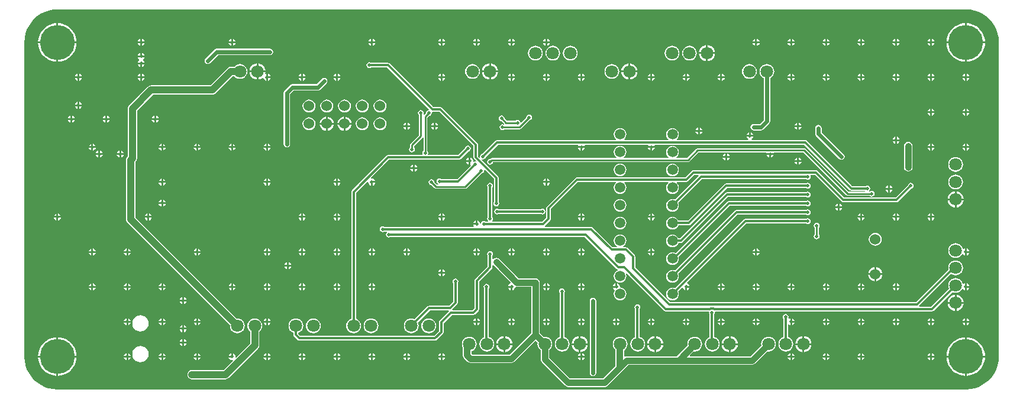
<source format=gbl>
G04*
G04 #@! TF.GenerationSoftware,Altium Limited,CircuitStudio,1.5.2 (30)*
G04*
G04 Layer_Physical_Order=2*
G04 Layer_Color=12500520*
%FSLAX25Y25*%
%MOIN*%
G70*
G01*
G75*
%ADD32C,0.02362*%
%ADD33C,0.03937*%
%ADD35C,0.01378*%
%ADD36C,0.00984*%
%ADD37C,0.03543*%
%ADD38C,0.06000*%
%ADD39C,0.05906*%
%ADD40C,0.07087*%
%ADD41C,0.01969*%
%ADD42C,0.19685*%
G36*
X1074185Y551914D02*
X1585996D01*
X1586039Y551922D01*
X1588421Y551766D01*
X1590804Y551292D01*
X1593104Y550511D01*
X1595284Y549437D01*
X1597304Y548087D01*
X1599130Y546485D01*
X1600732Y544658D01*
X1602082Y542638D01*
X1603157Y540459D01*
X1603938Y538158D01*
X1604412Y535775D01*
X1604538Y533846D01*
X1604560Y533350D01*
Y533350D01*
X1604560D01*
X1604560Y532858D01*
Y356185D01*
X1604568Y356142D01*
X1604412Y353761D01*
X1603938Y351378D01*
X1603157Y349077D01*
X1602082Y346898D01*
X1600732Y344877D01*
X1599130Y343051D01*
X1597304Y341449D01*
X1595284Y340099D01*
X1593104Y339024D01*
X1590804Y338243D01*
X1588421Y337769D01*
X1586491Y337643D01*
X1585996Y337622D01*
X1585996D01*
Y337622D01*
X1585503Y337621D01*
X1074185D01*
X1074142Y337613D01*
X1071760Y337769D01*
X1069378Y338243D01*
X1067077Y339024D01*
X1064898Y340099D01*
X1062877Y341449D01*
X1061051Y343051D01*
X1059449Y344877D01*
X1058099Y346898D01*
X1057024Y349077D01*
X1056243Y351378D01*
X1055769Y353761D01*
X1055643Y355690D01*
X1055622Y356185D01*
Y356185D01*
X1055622D01*
X1055622Y356678D01*
Y533350D01*
X1055613Y533393D01*
X1055769Y535775D01*
X1056243Y538158D01*
X1057024Y540459D01*
X1058099Y542638D01*
X1059449Y544658D01*
X1061051Y546485D01*
X1062877Y548087D01*
X1064898Y549437D01*
X1067077Y550511D01*
X1069378Y551292D01*
X1071760Y551766D01*
X1074142Y551922D01*
X1074185Y551914D01*
D02*
G37*
%LPC*%
G36*
X1211480Y397479D02*
X1211206Y397424D01*
X1210550Y396986D01*
X1210111Y396329D01*
X1210057Y396055D01*
X1211480D01*
Y397479D01*
D02*
G37*
G36*
X1212480D02*
Y396055D01*
X1213904D01*
X1213849Y396329D01*
X1213411Y396986D01*
X1212755Y397424D01*
X1212480Y397479D01*
D02*
G37*
G36*
X1192795D02*
Y396055D01*
X1194219D01*
X1194164Y396329D01*
X1193726Y396986D01*
X1193069Y397424D01*
X1192795Y397479D01*
D02*
G37*
G36*
X1173110D02*
Y396055D01*
X1174534D01*
X1174479Y396329D01*
X1174041Y396986D01*
X1173384Y397424D01*
X1173110Y397479D01*
D02*
G37*
G36*
X1191795D02*
X1191521Y397424D01*
X1190865Y396986D01*
X1190426Y396329D01*
X1190372Y396055D01*
X1191795D01*
Y397479D01*
D02*
G37*
G36*
X1251850D02*
Y396055D01*
X1253274D01*
X1253220Y396329D01*
X1252781Y396986D01*
X1252125Y397424D01*
X1251850Y397479D01*
D02*
G37*
G36*
X1349276D02*
X1349001Y397424D01*
X1348345Y396986D01*
X1347906Y396329D01*
X1347852Y396055D01*
X1349276D01*
Y397479D01*
D02*
G37*
G36*
X1250850D02*
X1250576Y397424D01*
X1249920Y396986D01*
X1249481Y396329D01*
X1249427Y396055D01*
X1250850D01*
Y397479D01*
D02*
G37*
G36*
X1231165D02*
X1230891Y397424D01*
X1230235Y396986D01*
X1229796Y396329D01*
X1229742Y396055D01*
X1231165D01*
Y397479D01*
D02*
G37*
G36*
X1232165D02*
Y396055D01*
X1233589D01*
X1233535Y396329D01*
X1233096Y396986D01*
X1232440Y397424D01*
X1232165Y397479D01*
D02*
G37*
G36*
X1172110D02*
X1171836Y397424D01*
X1171180Y396986D01*
X1170741Y396329D01*
X1170687Y396055D01*
X1172110D01*
Y397479D01*
D02*
G37*
G36*
X1587920Y395055D02*
X1586496D01*
Y393632D01*
X1586770Y393686D01*
X1587427Y394125D01*
X1587865Y394781D01*
X1587920Y395055D01*
D02*
G37*
G36*
X1093370Y397479D02*
X1093096Y397424D01*
X1092439Y396986D01*
X1092001Y396329D01*
X1091946Y396055D01*
X1093370D01*
Y397479D01*
D02*
G37*
G36*
X1548550Y395055D02*
X1547126D01*
Y393632D01*
X1547400Y393686D01*
X1548057Y394125D01*
X1548495Y394781D01*
X1548550Y395055D01*
D02*
G37*
G36*
X1528865D02*
X1527441D01*
Y393632D01*
X1527715Y393686D01*
X1528372Y394125D01*
X1528810Y394781D01*
X1528865Y395055D01*
D02*
G37*
G36*
X1546126D02*
X1544702D01*
X1544757Y394781D01*
X1545195Y394125D01*
X1545852Y393686D01*
X1546126Y393632D01*
Y395055D01*
D02*
G37*
G36*
X1132740Y397479D02*
X1132466Y397424D01*
X1131810Y396986D01*
X1131371Y396329D01*
X1131316Y396055D01*
X1132740D01*
Y397479D01*
D02*
G37*
G36*
X1133740D02*
Y396055D01*
X1135164D01*
X1135109Y396329D01*
X1134671Y396986D01*
X1134014Y397424D01*
X1133740Y397479D01*
D02*
G37*
G36*
X1114055D02*
Y396055D01*
X1115479D01*
X1115424Y396329D01*
X1114986Y396986D01*
X1114329Y397424D01*
X1114055Y397479D01*
D02*
G37*
G36*
X1094370D02*
Y396055D01*
X1095794D01*
X1095739Y396329D01*
X1095301Y396986D01*
X1094644Y397424D01*
X1094370Y397479D01*
D02*
G37*
G36*
X1113055D02*
X1112781Y397424D01*
X1112125Y396986D01*
X1111686Y396329D01*
X1111631Y396055D01*
X1113055D01*
Y397479D01*
D02*
G37*
G36*
X1350276D02*
Y396055D01*
X1351699D01*
X1351645Y396329D01*
X1351206Y396986D01*
X1350550Y397424D01*
X1350276Y397479D01*
D02*
G37*
G36*
X1547126D02*
Y396055D01*
X1548550D01*
X1548495Y396329D01*
X1548057Y396986D01*
X1547400Y397424D01*
X1547126Y397479D01*
D02*
G37*
G36*
X1586496D02*
Y396055D01*
X1587920D01*
X1587865Y396329D01*
X1587427Y396986D01*
X1586770Y397424D01*
X1586496Y397479D01*
D02*
G37*
G36*
X1546126D02*
X1545852Y397424D01*
X1545195Y396986D01*
X1544757Y396329D01*
X1544702Y396055D01*
X1546126D01*
Y397479D01*
D02*
G37*
G36*
X1526441D02*
X1526167Y397424D01*
X1525510Y396986D01*
X1525072Y396329D01*
X1525017Y396055D01*
X1526441D01*
Y397479D01*
D02*
G37*
G36*
X1527441D02*
Y396055D01*
X1528865D01*
X1528810Y396329D01*
X1528372Y396986D01*
X1527715Y397424D01*
X1527441Y397479D01*
D02*
G37*
G36*
X1292644Y402929D02*
X1291220D01*
Y401506D01*
X1291495Y401560D01*
X1292151Y401999D01*
X1292590Y402655D01*
X1292644Y402929D01*
D02*
G37*
G36*
X1534500Y406626D02*
X1533956Y406555D01*
X1532983Y406151D01*
X1532147Y405510D01*
X1531506Y404675D01*
X1531103Y403702D01*
X1531031Y403158D01*
X1534500D01*
Y406626D01*
D02*
G37*
G36*
X1290221Y402929D02*
X1288797D01*
X1288851Y402655D01*
X1289290Y401999D01*
X1289946Y401560D01*
X1290221Y401506D01*
Y402929D01*
D02*
G37*
G36*
X1534500Y402157D02*
X1531031D01*
X1531103Y401613D01*
X1531506Y400640D01*
X1532147Y399805D01*
X1532983Y399164D01*
X1533956Y398760D01*
X1534500Y398689D01*
Y402157D01*
D02*
G37*
G36*
X1538969D02*
X1535500D01*
Y398689D01*
X1536044Y398760D01*
X1537017Y399164D01*
X1537853Y399805D01*
X1538494Y400640D01*
X1538897Y401613D01*
X1538969Y402157D01*
D02*
G37*
G36*
X1507756Y397479D02*
Y396055D01*
X1509180D01*
X1509125Y396329D01*
X1508687Y396986D01*
X1508030Y397424D01*
X1507756Y397479D01*
D02*
G37*
G36*
X1447701D02*
X1447427Y397424D01*
X1446770Y396986D01*
X1446332Y396329D01*
X1446277Y396055D01*
X1447701D01*
Y397479D01*
D02*
G37*
G36*
X1448701D02*
Y396055D01*
X1450124D01*
X1450070Y396329D01*
X1449631Y396986D01*
X1448975Y397424D01*
X1448701Y397479D01*
D02*
G37*
G36*
X1388646D02*
X1388371Y397424D01*
X1387715Y396986D01*
X1387276Y396329D01*
X1387222Y396055D01*
X1388646D01*
Y397479D01*
D02*
G37*
G36*
X1368961D02*
X1368686Y397424D01*
X1368030Y396986D01*
X1367591Y396329D01*
X1367537Y396055D01*
X1368961D01*
Y397479D01*
D02*
G37*
G36*
X1369961D02*
Y396055D01*
X1371384D01*
X1371330Y396329D01*
X1370891Y396986D01*
X1370235Y397424D01*
X1369961Y397479D01*
D02*
G37*
G36*
X1488071D02*
Y396055D01*
X1489495D01*
X1489440Y396329D01*
X1489001Y396986D01*
X1488345Y397424D01*
X1488071Y397479D01*
D02*
G37*
G36*
X1506756D02*
X1506482Y397424D01*
X1505825Y396986D01*
X1505387Y396329D01*
X1505332Y396055D01*
X1506756D01*
Y397479D01*
D02*
G37*
G36*
X1487071D02*
X1486797Y397424D01*
X1486140Y396986D01*
X1485702Y396329D01*
X1485647Y396055D01*
X1487071D01*
Y397479D01*
D02*
G37*
G36*
X1467386D02*
X1467112Y397424D01*
X1466455Y396986D01*
X1466017Y396329D01*
X1465962Y396055D01*
X1467386D01*
Y397479D01*
D02*
G37*
G36*
X1468386D02*
Y396055D01*
X1469810D01*
X1469755Y396329D01*
X1469316Y396986D01*
X1468660Y397424D01*
X1468386Y397479D01*
D02*
G37*
G36*
X1526441Y395055D02*
X1525017D01*
X1525072Y394781D01*
X1525510Y394125D01*
X1526167Y393686D01*
X1526441Y393632D01*
Y395055D01*
D02*
G37*
G36*
X1095794D02*
X1094370D01*
Y393632D01*
X1094644Y393686D01*
X1095301Y394125D01*
X1095739Y394781D01*
X1095794Y395055D01*
D02*
G37*
G36*
X1113055D02*
X1111631D01*
X1111686Y394781D01*
X1112125Y394125D01*
X1112781Y393686D01*
X1113055Y393632D01*
Y395055D01*
D02*
G37*
G36*
X1093370D02*
X1091946D01*
X1092001Y394781D01*
X1092439Y394125D01*
X1093096Y393686D01*
X1093370Y393632D01*
Y395055D01*
D02*
G37*
G36*
X1144551Y389605D02*
X1144277Y389550D01*
X1143621Y389112D01*
X1143182Y388455D01*
X1143128Y388181D01*
X1144551D01*
Y389605D01*
D02*
G37*
G36*
X1145551D02*
Y388181D01*
X1146975D01*
X1146920Y388455D01*
X1146482Y389112D01*
X1145825Y389550D01*
X1145551Y389605D01*
D02*
G37*
G36*
X1172110Y395055D02*
X1170687D01*
X1170741Y394781D01*
X1171180Y394125D01*
X1171836Y393686D01*
X1172110Y393632D01*
Y395055D01*
D02*
G37*
G36*
X1174534D02*
X1173110D01*
Y393632D01*
X1173384Y393686D01*
X1174041Y394125D01*
X1174479Y394781D01*
X1174534Y395055D01*
D02*
G37*
G36*
X1135164D02*
X1133740D01*
Y393632D01*
X1134014Y393686D01*
X1134671Y394125D01*
X1135109Y394781D01*
X1135164Y395055D01*
D02*
G37*
G36*
X1115479D02*
X1114055D01*
Y393632D01*
X1114329Y393686D01*
X1114986Y394125D01*
X1115424Y394781D01*
X1115479Y395055D01*
D02*
G37*
G36*
X1132740D02*
X1131316D01*
X1131371Y394781D01*
X1131810Y394125D01*
X1132466Y393686D01*
X1132740Y393632D01*
Y395055D01*
D02*
G37*
G36*
X1389646Y397479D02*
Y395555D01*
X1389146D01*
Y395055D01*
X1387222D01*
X1387276Y394781D01*
X1387715Y394125D01*
X1387997Y393936D01*
X1388133Y393292D01*
X1387775Y392427D01*
X1387653Y391500D01*
X1387775Y390573D01*
X1388133Y389708D01*
X1388702Y388966D01*
X1389445Y388397D01*
X1390309Y388039D01*
X1391236Y387917D01*
X1392164Y388039D01*
X1393028Y388397D01*
X1393770Y388966D01*
X1394339Y389708D01*
X1394697Y390573D01*
X1394820Y391500D01*
X1394697Y392427D01*
X1394339Y393292D01*
X1393770Y394034D01*
X1393028Y394603D01*
X1392164Y394961D01*
X1391576Y395039D01*
X1391166Y395543D01*
X1391169Y395555D01*
X1391015Y396329D01*
X1390576Y396986D01*
X1389920Y397424D01*
X1389646Y397479D01*
D02*
G37*
G36*
X1586496Y377794D02*
Y376370D01*
X1587920D01*
X1587865Y376644D01*
X1587427Y377301D01*
X1586770Y377739D01*
X1586496Y377794D01*
D02*
G37*
G36*
X1584796Y385972D02*
X1580779D01*
Y381956D01*
X1581466Y382046D01*
X1582571Y382504D01*
X1583520Y383232D01*
X1584248Y384181D01*
X1584706Y385286D01*
X1584796Y385972D01*
D02*
G37*
G36*
X1585496Y377794D02*
X1585222Y377739D01*
X1584566Y377301D01*
X1584127Y376644D01*
X1584072Y376370D01*
X1585496D01*
Y377794D01*
D02*
G37*
G36*
X1565811D02*
X1565537Y377739D01*
X1564880Y377301D01*
X1564442Y376644D01*
X1564387Y376370D01*
X1565811D01*
Y377794D01*
D02*
G37*
G36*
X1566811D02*
Y376370D01*
X1568235D01*
X1568180Y376644D01*
X1567742Y377301D01*
X1567085Y377739D01*
X1566811Y377794D01*
D02*
G37*
G36*
X1579780Y390989D02*
X1579093Y390899D01*
X1577988Y390441D01*
X1577039Y389713D01*
X1576311Y388764D01*
X1575853Y387659D01*
X1575763Y386972D01*
X1579780D01*
Y390989D01*
D02*
G37*
G36*
X1580779Y390989D02*
Y386972D01*
X1584796D01*
X1584706Y387659D01*
X1584248Y388764D01*
X1583520Y389713D01*
X1582571Y390441D01*
X1581466Y390899D01*
X1580779Y390989D01*
D02*
G37*
G36*
X1146975Y387181D02*
X1145551D01*
Y385757D01*
X1145825Y385812D01*
X1146482Y386250D01*
X1146920Y386907D01*
X1146975Y387181D01*
D02*
G37*
G36*
X1579780Y385972D02*
X1575763D01*
X1575853Y385286D01*
X1576311Y384181D01*
X1577039Y383232D01*
X1577988Y382504D01*
X1579093Y382046D01*
X1579780Y381956D01*
Y385972D01*
D02*
G37*
G36*
X1144551Y387181D02*
X1143128D01*
X1143182Y386907D01*
X1143621Y386250D01*
X1144277Y385812D01*
X1144551Y385757D01*
Y387181D01*
D02*
G37*
G36*
X1191795Y395055D02*
X1190372D01*
X1190426Y394781D01*
X1190865Y394125D01*
X1191521Y393686D01*
X1191795Y393632D01*
Y395055D01*
D02*
G37*
G36*
X1450124D02*
X1448701D01*
Y393632D01*
X1448975Y393686D01*
X1449631Y394125D01*
X1450070Y394781D01*
X1450124Y395055D01*
D02*
G37*
G36*
X1467386D02*
X1465962D01*
X1466017Y394781D01*
X1466455Y394125D01*
X1467112Y393686D01*
X1467386Y393632D01*
Y395055D01*
D02*
G37*
G36*
X1447701D02*
X1446277D01*
X1446332Y394781D01*
X1446770Y394125D01*
X1447427Y393686D01*
X1447701Y393632D01*
Y395055D01*
D02*
G37*
G36*
X1371384D02*
X1369961D01*
Y393632D01*
X1370235Y393686D01*
X1370891Y394125D01*
X1371330Y394781D01*
X1371384Y395055D01*
D02*
G37*
G36*
X1430439D02*
X1429016D01*
Y393632D01*
X1429290Y393686D01*
X1429946Y394125D01*
X1430385Y394781D01*
X1430439Y395055D01*
D02*
G37*
G36*
X1506756D02*
X1505332D01*
X1505387Y394781D01*
X1505825Y394125D01*
X1506482Y393686D01*
X1506756Y393632D01*
Y395055D01*
D02*
G37*
G36*
X1509180D02*
X1507756D01*
Y393632D01*
X1508030Y393686D01*
X1508687Y394125D01*
X1509125Y394781D01*
X1509180Y395055D01*
D02*
G37*
G36*
X1489495D02*
X1488071D01*
Y393632D01*
X1488345Y393686D01*
X1489001Y394125D01*
X1489440Y394781D01*
X1489495Y395055D01*
D02*
G37*
G36*
X1469810D02*
X1468386D01*
Y393632D01*
X1468660Y393686D01*
X1469316Y394125D01*
X1469755Y394781D01*
X1469810Y395055D01*
D02*
G37*
G36*
X1487071D02*
X1485647D01*
X1485702Y394781D01*
X1486140Y394125D01*
X1486797Y393686D01*
X1487071Y393632D01*
Y395055D01*
D02*
G37*
G36*
X1368961D02*
X1367537D01*
X1367591Y394781D01*
X1368030Y394125D01*
X1368686Y393686D01*
X1368961Y393632D01*
Y395055D01*
D02*
G37*
G36*
X1231165D02*
X1229742D01*
X1229796Y394781D01*
X1230235Y394125D01*
X1230891Y393686D01*
X1231165Y393632D01*
Y395055D01*
D02*
G37*
G36*
X1233589D02*
X1232165D01*
Y393632D01*
X1232440Y393686D01*
X1233096Y394125D01*
X1233535Y394781D01*
X1233589Y395055D01*
D02*
G37*
G36*
X1213904D02*
X1212480D01*
Y393632D01*
X1212755Y393686D01*
X1213411Y394125D01*
X1213849Y394781D01*
X1213904Y395055D01*
D02*
G37*
G36*
X1194219D02*
X1192795D01*
Y393632D01*
X1193069Y393686D01*
X1193726Y394125D01*
X1194164Y394781D01*
X1194219Y395055D01*
D02*
G37*
G36*
X1211480D02*
X1210057D01*
X1210111Y394781D01*
X1210550Y394125D01*
X1211206Y393686D01*
X1211480Y393632D01*
Y395055D01*
D02*
G37*
G36*
X1349276D02*
X1347852D01*
X1347906Y394781D01*
X1348345Y394125D01*
X1349001Y393686D01*
X1349276Y393632D01*
Y395055D01*
D02*
G37*
G36*
X1351699D02*
X1350276D01*
Y393632D01*
X1350550Y393686D01*
X1351206Y394125D01*
X1351645Y394781D01*
X1351699Y395055D01*
D02*
G37*
G36*
X1329591D02*
X1328167D01*
X1328221Y394781D01*
X1328660Y394125D01*
X1329316Y393686D01*
X1329591Y393632D01*
Y395055D01*
D02*
G37*
G36*
X1250850D02*
X1249427D01*
X1249481Y394781D01*
X1249920Y394125D01*
X1250576Y393686D01*
X1250850Y393632D01*
Y395055D01*
D02*
G37*
G36*
X1253274D02*
X1251850D01*
Y393632D01*
X1252125Y393686D01*
X1252781Y394125D01*
X1253220Y394781D01*
X1253274Y395055D01*
D02*
G37*
G36*
X1535500Y406626D02*
Y403158D01*
X1538969D01*
X1538897Y403702D01*
X1538494Y404675D01*
X1537853Y405510D01*
X1537017Y406151D01*
X1536044Y406555D01*
X1535500Y406626D01*
D02*
G37*
G36*
X1368961Y417164D02*
X1368686Y417109D01*
X1368030Y416671D01*
X1367591Y416014D01*
X1367537Y415740D01*
X1368961D01*
Y417164D01*
D02*
G37*
G36*
X1369961D02*
Y415740D01*
X1371384D01*
X1371330Y416014D01*
X1370891Y416671D01*
X1370235Y417109D01*
X1369961Y417164D01*
D02*
G37*
G36*
X1350276D02*
Y415740D01*
X1351699D01*
X1351645Y416014D01*
X1351206Y416671D01*
X1350550Y417109D01*
X1350276Y417164D01*
D02*
G37*
G36*
X1330591D02*
Y415740D01*
X1332014D01*
X1331960Y416014D01*
X1331521Y416671D01*
X1330865Y417109D01*
X1330591Y417164D01*
D02*
G37*
G36*
X1349276D02*
X1349001Y417109D01*
X1348345Y416671D01*
X1347906Y416014D01*
X1347852Y415740D01*
X1349276D01*
Y417164D01*
D02*
G37*
G36*
X1468386D02*
Y415740D01*
X1469810D01*
X1469755Y416014D01*
X1469316Y416671D01*
X1468660Y417109D01*
X1468386Y417164D01*
D02*
G37*
G36*
X1586496D02*
Y415740D01*
X1587920D01*
X1587865Y416014D01*
X1587427Y416671D01*
X1586770Y417109D01*
X1586496Y417164D01*
D02*
G37*
G36*
X1467386D02*
X1467112Y417109D01*
X1466455Y416671D01*
X1466017Y416014D01*
X1465962Y415740D01*
X1467386D01*
Y417164D01*
D02*
G37*
G36*
X1408331D02*
X1408057Y417109D01*
X1407400Y416671D01*
X1406962Y416014D01*
X1406907Y415740D01*
X1408331D01*
Y417164D01*
D02*
G37*
G36*
X1409331D02*
Y415740D01*
X1410754D01*
X1410700Y416014D01*
X1410261Y416671D01*
X1409605Y417109D01*
X1409331Y417164D01*
D02*
G37*
G36*
X1329591D02*
X1329316Y417109D01*
X1328660Y416671D01*
X1328221Y416014D01*
X1328167Y415740D01*
X1329591D01*
Y417164D01*
D02*
G37*
G36*
X1232165D02*
Y415740D01*
X1233589D01*
X1233535Y416014D01*
X1233096Y416671D01*
X1232440Y417109D01*
X1232165Y417164D01*
D02*
G37*
G36*
X1250850D02*
X1250576Y417109D01*
X1249920Y416671D01*
X1249481Y416014D01*
X1249427Y415740D01*
X1250850D01*
Y417164D01*
D02*
G37*
G36*
X1231165D02*
X1230891Y417109D01*
X1230235Y416671D01*
X1229796Y416014D01*
X1229742Y415740D01*
X1231165D01*
Y417164D01*
D02*
G37*
G36*
X1211480D02*
X1211206Y417109D01*
X1210550Y416671D01*
X1210111Y416014D01*
X1210057Y415740D01*
X1211480D01*
Y417164D01*
D02*
G37*
G36*
X1212480D02*
Y415740D01*
X1213904D01*
X1213849Y416014D01*
X1213411Y416671D01*
X1212755Y417109D01*
X1212480Y417164D01*
D02*
G37*
G36*
X1309906D02*
X1309631Y417109D01*
X1308975Y416671D01*
X1308536Y416014D01*
X1308482Y415740D01*
X1309906D01*
Y417164D01*
D02*
G37*
G36*
X1310905D02*
Y415740D01*
X1312329D01*
X1312275Y416014D01*
X1311836Y416671D01*
X1311180Y417109D01*
X1310905Y417164D01*
D02*
G37*
G36*
X1271535D02*
Y415740D01*
X1272959D01*
X1272905Y416014D01*
X1272466Y416671D01*
X1271810Y417109D01*
X1271535Y417164D01*
D02*
G37*
G36*
X1251850D02*
Y415740D01*
X1253274D01*
X1253220Y416014D01*
X1252781Y416671D01*
X1252125Y417109D01*
X1251850Y417164D01*
D02*
G37*
G36*
X1270535D02*
X1270261Y417109D01*
X1269605Y416671D01*
X1269166Y416014D01*
X1269112Y415740D01*
X1270535D01*
Y417164D01*
D02*
G37*
G36*
X1535000Y425974D02*
X1534060Y425850D01*
X1533185Y425487D01*
X1532432Y424910D01*
X1531855Y424158D01*
X1531493Y423282D01*
X1531369Y422342D01*
X1531493Y421403D01*
X1531855Y420527D01*
X1532432Y419775D01*
X1533185Y419198D01*
X1534060Y418835D01*
X1535000Y418712D01*
X1535940Y418835D01*
X1536815Y419198D01*
X1537568Y419775D01*
X1538145Y420527D01*
X1538507Y421403D01*
X1538631Y422342D01*
X1538507Y423282D01*
X1538145Y424158D01*
X1537568Y424910D01*
X1536815Y425487D01*
X1535940Y425850D01*
X1535000Y425974D01*
D02*
G37*
G36*
X1368961Y434425D02*
X1367537D01*
X1367591Y434151D01*
X1368030Y433495D01*
X1368686Y433056D01*
X1368961Y433002D01*
Y434425D01*
D02*
G37*
G36*
X1371384D02*
X1369961D01*
Y433002D01*
X1370235Y433056D01*
X1370891Y433495D01*
X1371330Y434151D01*
X1371384Y434425D01*
D02*
G37*
G36*
X1292644D02*
X1291220D01*
Y433002D01*
X1291495Y433056D01*
X1292151Y433495D01*
X1292590Y434151D01*
X1292644Y434425D01*
D02*
G37*
G36*
X1233589D02*
X1232165D01*
Y433002D01*
X1232440Y433056D01*
X1233096Y433495D01*
X1233535Y434151D01*
X1233589Y434425D01*
D02*
G37*
G36*
X1290221D02*
X1288797D01*
X1288851Y434151D01*
X1289290Y433495D01*
X1289946Y433056D01*
X1290221Y433002D01*
Y434425D01*
D02*
G37*
G36*
X1528865D02*
X1527441D01*
Y433002D01*
X1527715Y433056D01*
X1528372Y433495D01*
X1528810Y434151D01*
X1528865Y434425D01*
D02*
G37*
G36*
X1546126D02*
X1544702D01*
X1544757Y434151D01*
X1545195Y433495D01*
X1545852Y433056D01*
X1546126Y433002D01*
Y434425D01*
D02*
G37*
G36*
X1526441D02*
X1525017D01*
X1525072Y434151D01*
X1525510Y433495D01*
X1526167Y433056D01*
X1526441Y433002D01*
Y434425D01*
D02*
G37*
G36*
X1408331D02*
X1406907D01*
X1406962Y434151D01*
X1407400Y433495D01*
X1408057Y433056D01*
X1408331Y433002D01*
Y434425D01*
D02*
G37*
G36*
X1410754D02*
X1409331D01*
Y433002D01*
X1409605Y433056D01*
X1410261Y433495D01*
X1410700Y434151D01*
X1410754Y434425D01*
D02*
G37*
G36*
X1231165D02*
X1229742D01*
X1229796Y434151D01*
X1230235Y433495D01*
X1230891Y433056D01*
X1231165Y433002D01*
Y434425D01*
D02*
G37*
G36*
X1309906Y432912D02*
X1309631Y432857D01*
X1308975Y432419D01*
X1308536Y431762D01*
X1308482Y431488D01*
X1309906D01*
Y432912D01*
D02*
G37*
G36*
X1073685Y434425D02*
X1072261D01*
X1072316Y434151D01*
X1072754Y433495D01*
X1073411Y433056D01*
X1073685Y433002D01*
Y434425D01*
D02*
G37*
G36*
X1497000Y434115D02*
X1496382Y433992D01*
X1496115Y433814D01*
X1461764D01*
X1461261Y433714D01*
X1460835Y433429D01*
X1422169Y394763D01*
X1421691Y394961D01*
X1420764Y395083D01*
X1419836Y394961D01*
X1418972Y394603D01*
X1418230Y394034D01*
X1417661Y393292D01*
X1417303Y392427D01*
X1417180Y391500D01*
X1417303Y390573D01*
X1417661Y389708D01*
X1418230Y388966D01*
X1418972Y388397D01*
X1419836Y388039D01*
X1420764Y387917D01*
X1421691Y388039D01*
X1422556Y388397D01*
X1423298Y388966D01*
X1423867Y389708D01*
X1424225Y390573D01*
X1424347Y391500D01*
X1424225Y392427D01*
X1424027Y392905D01*
X1426148Y395026D01*
X1426627Y394881D01*
X1426647Y394781D01*
X1427085Y394125D01*
X1427742Y393686D01*
X1428016Y393632D01*
Y395555D01*
X1428516D01*
Y396055D01*
X1430439D01*
X1430385Y396329D01*
X1429946Y396986D01*
X1429290Y397424D01*
X1429190Y397444D01*
X1429045Y397923D01*
X1462308Y431186D01*
X1496115D01*
X1496382Y431008D01*
X1497000Y430885D01*
X1497618Y431008D01*
X1498142Y431358D01*
X1498492Y431882D01*
X1498615Y432500D01*
X1498492Y433118D01*
X1498142Y433642D01*
X1497618Y433992D01*
X1497000Y434115D01*
D02*
G37*
G36*
X1502000Y431615D02*
X1501382Y431492D01*
X1500858Y431142D01*
X1500508Y430618D01*
X1500385Y430000D01*
X1500508Y429382D01*
X1500858Y428858D01*
X1500887Y428839D01*
Y425161D01*
X1500858Y425142D01*
X1500508Y424618D01*
X1500385Y424000D01*
X1500508Y423382D01*
X1500858Y422858D01*
X1501382Y422508D01*
X1502000Y422385D01*
X1502618Y422508D01*
X1503142Y422858D01*
X1503492Y423382D01*
X1503615Y424000D01*
X1503492Y424618D01*
X1503142Y425142D01*
X1503113Y425161D01*
Y428839D01*
X1503142Y428858D01*
X1503492Y429382D01*
X1503615Y430000D01*
X1503492Y430618D01*
X1503142Y431142D01*
X1502618Y431492D01*
X1502000Y431615D01*
D02*
G37*
G36*
X1391236Y435083D02*
X1390309Y434961D01*
X1389445Y434603D01*
X1388702Y434034D01*
X1388133Y433292D01*
X1387775Y432428D01*
X1387653Y431500D01*
X1387775Y430573D01*
X1388133Y429708D01*
X1388702Y428966D01*
X1389445Y428397D01*
X1390309Y428039D01*
X1391236Y427917D01*
X1392164Y428039D01*
X1393028Y428397D01*
X1393770Y428966D01*
X1394339Y429708D01*
X1394697Y430573D01*
X1394820Y431500D01*
X1394697Y432428D01*
X1394339Y433292D01*
X1393770Y434034D01*
X1393028Y434603D01*
X1392164Y434961D01*
X1391236Y435083D01*
D02*
G37*
G36*
X1211480Y434425D02*
X1210057D01*
X1210111Y434151D01*
X1210550Y433495D01*
X1211206Y433056D01*
X1211480Y433002D01*
Y434425D01*
D02*
G37*
G36*
X1213904D02*
X1212480D01*
Y433002D01*
X1212755Y433056D01*
X1213411Y433495D01*
X1213849Y434151D01*
X1213904Y434425D01*
D02*
G37*
G36*
X1127290D02*
X1125866D01*
Y433002D01*
X1126140Y433056D01*
X1126797Y433495D01*
X1127235Y434151D01*
X1127290Y434425D01*
D02*
G37*
G36*
X1076109D02*
X1074685D01*
Y433002D01*
X1074959Y433056D01*
X1075616Y433495D01*
X1076054Y434151D01*
X1076109Y434425D01*
D02*
G37*
G36*
X1124866D02*
X1123442D01*
X1123497Y434151D01*
X1123936Y433495D01*
X1124592Y433056D01*
X1124866Y433002D01*
Y434425D01*
D02*
G37*
G36*
X1192795Y417164D02*
Y415740D01*
X1194219D01*
X1194164Y416014D01*
X1193726Y416671D01*
X1193069Y417109D01*
X1192795Y417164D01*
D02*
G37*
G36*
X1580280Y420179D02*
X1579198Y420037D01*
X1578190Y419619D01*
X1577324Y418955D01*
X1576660Y418089D01*
X1576243Y417082D01*
X1576101Y416000D01*
X1576243Y414918D01*
X1576660Y413910D01*
X1577324Y413045D01*
X1578190Y412381D01*
X1579198Y411963D01*
X1580280Y411821D01*
X1581361Y411963D01*
X1582369Y412381D01*
X1583235Y413045D01*
X1583899Y413910D01*
X1583925Y413974D01*
X1584423Y414023D01*
X1584566Y413810D01*
X1585222Y413371D01*
X1585496Y413316D01*
Y415240D01*
Y417164D01*
X1585222Y417109D01*
X1584850Y416860D01*
X1584316Y417082D01*
X1583899Y418089D01*
X1583235Y418955D01*
X1582369Y419619D01*
X1581361Y420037D01*
X1580280Y420179D01*
D02*
G37*
G36*
X1587920Y414740D02*
X1586496D01*
Y413316D01*
X1586770Y413371D01*
X1587427Y413810D01*
X1587865Y414466D01*
X1587920Y414740D01*
D02*
G37*
G36*
X1469810D02*
X1468386D01*
Y413316D01*
X1468660Y413371D01*
X1469316Y413810D01*
X1469755Y414466D01*
X1469810Y414740D01*
D02*
G37*
G36*
X1410754D02*
X1409331D01*
Y413316D01*
X1409605Y413371D01*
X1410261Y413810D01*
X1410700Y414466D01*
X1410754Y414740D01*
D02*
G37*
G36*
X1467386D02*
X1465962D01*
X1466017Y414466D01*
X1466455Y413810D01*
X1467112Y413371D01*
X1467386Y413316D01*
Y414740D01*
D02*
G37*
G36*
X1115479D02*
X1114055D01*
Y413316D01*
X1114329Y413371D01*
X1114986Y413810D01*
X1115424Y414466D01*
X1115479Y414740D01*
D02*
G37*
G36*
X1152425D02*
X1151001D01*
X1151056Y414466D01*
X1151495Y413810D01*
X1152151Y413371D01*
X1152425Y413316D01*
Y414740D01*
D02*
G37*
G36*
X1113055D02*
X1111631D01*
X1111686Y414466D01*
X1112125Y413810D01*
X1112781Y413371D01*
X1113055Y413316D01*
Y414740D01*
D02*
G37*
G36*
X1093370D02*
X1091946D01*
X1092001Y414466D01*
X1092439Y413810D01*
X1093096Y413371D01*
X1093370Y413316D01*
Y414740D01*
D02*
G37*
G36*
X1095794D02*
X1094370D01*
Y413316D01*
X1094644Y413371D01*
X1095301Y413810D01*
X1095739Y414466D01*
X1095794Y414740D01*
D02*
G37*
G36*
X1408331D02*
X1406907D01*
X1406962Y414466D01*
X1407400Y413810D01*
X1408057Y413371D01*
X1408331Y413316D01*
Y414740D01*
D02*
G37*
G36*
X1206030Y406866D02*
X1204606D01*
Y405442D01*
X1204881Y405497D01*
X1205537Y405936D01*
X1205975Y406592D01*
X1206030Y406866D01*
D02*
G37*
G36*
X1203606Y409290D02*
X1203332Y409235D01*
X1202676Y408797D01*
X1202237Y408140D01*
X1202183Y407866D01*
X1203606D01*
Y409290D01*
D02*
G37*
G36*
Y406866D02*
X1202183D01*
X1202237Y406592D01*
X1202676Y405936D01*
X1203332Y405497D01*
X1203606Y405442D01*
Y406866D01*
D02*
G37*
G36*
X1290221Y405353D02*
X1289946Y405298D01*
X1289290Y404860D01*
X1288851Y404203D01*
X1288797Y403929D01*
X1290221D01*
Y405353D01*
D02*
G37*
G36*
X1291220D02*
Y403929D01*
X1292644D01*
X1292590Y404203D01*
X1292151Y404860D01*
X1291495Y405298D01*
X1291220Y405353D01*
D02*
G37*
G36*
X1368961Y414740D02*
X1367537D01*
X1367591Y414466D01*
X1368030Y413810D01*
X1368686Y413371D01*
X1368961Y413316D01*
Y414740D01*
D02*
G37*
G36*
X1371384D02*
X1369961D01*
Y413316D01*
X1370235Y413371D01*
X1370891Y413810D01*
X1371330Y414466D01*
X1371384Y414740D01*
D02*
G37*
G36*
X1351699D02*
X1350276D01*
Y413316D01*
X1350550Y413371D01*
X1351206Y413810D01*
X1351645Y414466D01*
X1351699Y414740D01*
D02*
G37*
G36*
X1204606Y409290D02*
Y407866D01*
X1206030D01*
X1205975Y408140D01*
X1205537Y408797D01*
X1204881Y409235D01*
X1204606Y409290D01*
D02*
G37*
G36*
X1349276Y414740D02*
X1347852D01*
X1347906Y414466D01*
X1348345Y413810D01*
X1349001Y413371D01*
X1349276Y413316D01*
Y414740D01*
D02*
G37*
G36*
X1154849D02*
X1153425D01*
Y413316D01*
X1153699Y413371D01*
X1154356Y413810D01*
X1154794Y414466D01*
X1154849Y414740D01*
D02*
G37*
G36*
X1093370Y417164D02*
X1093096Y417109D01*
X1092439Y416671D01*
X1092001Y416014D01*
X1091946Y415740D01*
X1093370D01*
Y417164D01*
D02*
G37*
G36*
X1094370D02*
Y415740D01*
X1095794D01*
X1095739Y416014D01*
X1095301Y416671D01*
X1094644Y417109D01*
X1094370Y417164D01*
D02*
G37*
G36*
X1332014Y414740D02*
X1330591D01*
Y413316D01*
X1330865Y413371D01*
X1331521Y413810D01*
X1331960Y414466D01*
X1332014Y414740D01*
D02*
G37*
G36*
X1312329D02*
X1310905D01*
Y413316D01*
X1311180Y413371D01*
X1311836Y413810D01*
X1312275Y414466D01*
X1312329Y414740D01*
D02*
G37*
G36*
X1329591D02*
X1328167D01*
X1328221Y414466D01*
X1328660Y413810D01*
X1329316Y413371D01*
X1329591Y413316D01*
Y414740D01*
D02*
G37*
G36*
X1153425Y417164D02*
Y415740D01*
X1154849D01*
X1154794Y416014D01*
X1154356Y416671D01*
X1153699Y417109D01*
X1153425Y417164D01*
D02*
G37*
G36*
X1191795D02*
X1191521Y417109D01*
X1190865Y416671D01*
X1190426Y416014D01*
X1190372Y415740D01*
X1191795D01*
Y417164D01*
D02*
G37*
G36*
X1152425D02*
X1152151Y417109D01*
X1151495Y416671D01*
X1151056Y416014D01*
X1151001Y415740D01*
X1152425D01*
Y417164D01*
D02*
G37*
G36*
X1113055D02*
X1112781Y417109D01*
X1112125Y416671D01*
X1111686Y416014D01*
X1111631Y415740D01*
X1113055D01*
Y417164D01*
D02*
G37*
G36*
X1114055D02*
Y415740D01*
X1115479D01*
X1115424Y416014D01*
X1114986Y416671D01*
X1114329Y417109D01*
X1114055Y417164D01*
D02*
G37*
G36*
X1309906Y414740D02*
X1308482D01*
X1308536Y414466D01*
X1308975Y413810D01*
X1309631Y413371D01*
X1309906Y413316D01*
Y414740D01*
D02*
G37*
G36*
X1213904D02*
X1212480D01*
Y413316D01*
X1212755Y413371D01*
X1213411Y413810D01*
X1213849Y414466D01*
X1213904Y414740D01*
D02*
G37*
G36*
X1231165D02*
X1229742D01*
X1229796Y414466D01*
X1230235Y413810D01*
X1230891Y413371D01*
X1231165Y413316D01*
Y414740D01*
D02*
G37*
G36*
X1211480D02*
X1210057D01*
X1210111Y414466D01*
X1210550Y413810D01*
X1211206Y413371D01*
X1211480Y413316D01*
Y414740D01*
D02*
G37*
G36*
X1191795D02*
X1190372D01*
X1190426Y414466D01*
X1190865Y413810D01*
X1191521Y413371D01*
X1191795Y413316D01*
Y414740D01*
D02*
G37*
G36*
X1194219D02*
X1192795D01*
Y413316D01*
X1193069Y413371D01*
X1193726Y413810D01*
X1194164Y414466D01*
X1194219Y414740D01*
D02*
G37*
G36*
X1270535D02*
X1269112D01*
X1269166Y414466D01*
X1269605Y413810D01*
X1270261Y413371D01*
X1270535Y413316D01*
Y414740D01*
D02*
G37*
G36*
X1272959D02*
X1271535D01*
Y413316D01*
X1271810Y413371D01*
X1272466Y413810D01*
X1272905Y414466D01*
X1272959Y414740D01*
D02*
G37*
G36*
X1253274D02*
X1251850D01*
Y413316D01*
X1252125Y413371D01*
X1252781Y413810D01*
X1253220Y414466D01*
X1253274Y414740D01*
D02*
G37*
G36*
X1233589D02*
X1232165D01*
Y413316D01*
X1232440Y413371D01*
X1233096Y413810D01*
X1233535Y414466D01*
X1233589Y414740D01*
D02*
G37*
G36*
X1250850D02*
X1249427D01*
X1249481Y414466D01*
X1249920Y413810D01*
X1250576Y413371D01*
X1250850Y413316D01*
Y414740D01*
D02*
G37*
G36*
X1487071Y358109D02*
X1486797Y358054D01*
X1486140Y357616D01*
X1485702Y356959D01*
X1485647Y356685D01*
X1487071D01*
Y358109D01*
D02*
G37*
G36*
X1488071D02*
Y356685D01*
X1489495D01*
X1489440Y356959D01*
X1489001Y357616D01*
X1488345Y358054D01*
X1488071Y358109D01*
D02*
G37*
G36*
X1369961D02*
Y356685D01*
X1371384D01*
X1371330Y356959D01*
X1370891Y357616D01*
X1370235Y358054D01*
X1369961Y358109D01*
D02*
G37*
G36*
X1291220D02*
Y356685D01*
X1292644D01*
X1292590Y356959D01*
X1292151Y357616D01*
X1291495Y358054D01*
X1291220Y358109D01*
D02*
G37*
G36*
X1368961D02*
X1368686Y358054D01*
X1368030Y357616D01*
X1367591Y356959D01*
X1367537Y356685D01*
X1368961D01*
Y358109D01*
D02*
G37*
G36*
X1527441D02*
Y356685D01*
X1528865D01*
X1528810Y356959D01*
X1528372Y357616D01*
X1527715Y358054D01*
X1527441Y358109D01*
D02*
G37*
G36*
X1565811D02*
X1565537Y358054D01*
X1564880Y357616D01*
X1564442Y356959D01*
X1564387Y356685D01*
X1565811D01*
Y358109D01*
D02*
G37*
G36*
X1526441D02*
X1526167Y358054D01*
X1525510Y357616D01*
X1525072Y356959D01*
X1525017Y356685D01*
X1526441D01*
Y358109D01*
D02*
G37*
G36*
X1506756D02*
X1506482Y358054D01*
X1505825Y357616D01*
X1505387Y356959D01*
X1505332Y356685D01*
X1506756D01*
Y358109D01*
D02*
G37*
G36*
X1507756D02*
Y356685D01*
X1509180D01*
X1509125Y356959D01*
X1508687Y357616D01*
X1508030Y358054D01*
X1507756Y358109D01*
D02*
G37*
G36*
X1290221D02*
X1289946Y358054D01*
X1289290Y357616D01*
X1288851Y356959D01*
X1288797Y356685D01*
X1290221D01*
Y358109D01*
D02*
G37*
G36*
X1212480D02*
Y356685D01*
X1213904D01*
X1213849Y356959D01*
X1213411Y357616D01*
X1212755Y358054D01*
X1212480Y358109D01*
D02*
G37*
G36*
X1231165D02*
X1230891Y358054D01*
X1230235Y357616D01*
X1229796Y356959D01*
X1229742Y356685D01*
X1231165D01*
Y358109D01*
D02*
G37*
G36*
X1211480D02*
X1211206Y358054D01*
X1210550Y357616D01*
X1210111Y356959D01*
X1210057Y356685D01*
X1211480D01*
Y358109D01*
D02*
G37*
G36*
X1191795D02*
X1191521Y358054D01*
X1190865Y357616D01*
X1190426Y356959D01*
X1190372Y356685D01*
X1191795D01*
Y358109D01*
D02*
G37*
G36*
X1192795D02*
Y356685D01*
X1194219D01*
X1194164Y356959D01*
X1193726Y357616D01*
X1193069Y358054D01*
X1192795Y358109D01*
D02*
G37*
G36*
X1270535D02*
X1270261Y358054D01*
X1269605Y357616D01*
X1269166Y356959D01*
X1269112Y356685D01*
X1270535D01*
Y358109D01*
D02*
G37*
G36*
X1271535D02*
Y356685D01*
X1272959D01*
X1272905Y356959D01*
X1272466Y357616D01*
X1271810Y358054D01*
X1271535Y358109D01*
D02*
G37*
G36*
X1251850D02*
Y356685D01*
X1253274D01*
X1253220Y356959D01*
X1252781Y357616D01*
X1252125Y358054D01*
X1251850Y358109D01*
D02*
G37*
G36*
X1232165D02*
Y356685D01*
X1233589D01*
X1233535Y356959D01*
X1233096Y357616D01*
X1232440Y358054D01*
X1232165Y358109D01*
D02*
G37*
G36*
X1250850D02*
X1250576Y358054D01*
X1249920Y357616D01*
X1249481Y356959D01*
X1249427Y356685D01*
X1250850D01*
Y358109D01*
D02*
G37*
G36*
X1566811D02*
Y356685D01*
X1568235D01*
X1568180Y356959D01*
X1567742Y357616D01*
X1567085Y358054D01*
X1566811Y358109D01*
D02*
G37*
G36*
X1358500Y394615D02*
X1357882Y394492D01*
X1357358Y394142D01*
X1357008Y393618D01*
X1356885Y393000D01*
X1357008Y392382D01*
X1357186Y392115D01*
Y367095D01*
X1356568Y366840D01*
X1355702Y366176D01*
X1355038Y365310D01*
X1354621Y364302D01*
X1354478Y363221D01*
X1354621Y362139D01*
X1355038Y361131D01*
X1355702Y360265D01*
X1356568Y359601D01*
X1357576Y359184D01*
X1358657Y359041D01*
X1359739Y359184D01*
X1360747Y359601D01*
X1361613Y360265D01*
X1362277Y361131D01*
X1362694Y362139D01*
X1362836Y363221D01*
X1362694Y364302D01*
X1362277Y365310D01*
X1361613Y366176D01*
X1360747Y366840D01*
X1359814Y367226D01*
Y392115D01*
X1359992Y392382D01*
X1360115Y393000D01*
X1359992Y393618D01*
X1359642Y394142D01*
X1359118Y394492D01*
X1358500Y394615D01*
D02*
G37*
G36*
X1401000Y385615D02*
X1400382Y385492D01*
X1399858Y385142D01*
X1399508Y384618D01*
X1399385Y384000D01*
X1399508Y383382D01*
X1399686Y383115D01*
Y367095D01*
X1399068Y366840D01*
X1398202Y366176D01*
X1397538Y365310D01*
X1397121Y364302D01*
X1396978Y363221D01*
X1397121Y362139D01*
X1397538Y361131D01*
X1398202Y360265D01*
X1399068Y359601D01*
X1400076Y359184D01*
X1401157Y359041D01*
X1402239Y359184D01*
X1403247Y359601D01*
X1404113Y360265D01*
X1404777Y361131D01*
X1405194Y362139D01*
X1405336Y363221D01*
X1405194Y364302D01*
X1404777Y365310D01*
X1404113Y366176D01*
X1403247Y366840D01*
X1402314Y367226D01*
Y383115D01*
X1402492Y383382D01*
X1402615Y384000D01*
X1402492Y384618D01*
X1402142Y385142D01*
X1401618Y385492D01*
X1401000Y385615D01*
D02*
G37*
G36*
X1316000Y397115D02*
X1315382Y396992D01*
X1314858Y396642D01*
X1314508Y396118D01*
X1314385Y395500D01*
X1314508Y394882D01*
X1314686Y394615D01*
Y367095D01*
X1314068Y366840D01*
X1313202Y366176D01*
X1312538Y365310D01*
X1312121Y364302D01*
X1311978Y363221D01*
X1312121Y362139D01*
X1312538Y361131D01*
X1313202Y360265D01*
X1314068Y359601D01*
X1315076Y359184D01*
X1316158Y359041D01*
X1317239Y359184D01*
X1318247Y359601D01*
X1319112Y360265D01*
X1319777Y361131D01*
X1320194Y362139D01*
X1320337Y363221D01*
X1320194Y364302D01*
X1319777Y365310D01*
X1319112Y366176D01*
X1318247Y366840D01*
X1317314Y367226D01*
Y394615D01*
X1317492Y394882D01*
X1317615Y395500D01*
X1317492Y396118D01*
X1317142Y396642D01*
X1316618Y396992D01*
X1316000Y397115D01*
D02*
G37*
G36*
X1457517Y362720D02*
X1453500D01*
Y358704D01*
X1454186Y358794D01*
X1455291Y359252D01*
X1456240Y359980D01*
X1456969Y360929D01*
X1457426Y362034D01*
X1457517Y362720D01*
D02*
G37*
G36*
X1499017D02*
X1495000D01*
Y358704D01*
X1495686Y358794D01*
X1496791Y359252D01*
X1497740Y359980D01*
X1498469Y360929D01*
X1498926Y362034D01*
X1499017Y362720D01*
D02*
G37*
G36*
X1452500Y367737D02*
X1451814Y367647D01*
X1450709Y367189D01*
X1449760Y366461D01*
X1449031Y365512D01*
X1448574Y364406D01*
X1448483Y363720D01*
X1452500D01*
Y367737D01*
D02*
G37*
G36*
X1410500D02*
X1409814Y367647D01*
X1408709Y367189D01*
X1407760Y366461D01*
X1407031Y365512D01*
X1406574Y364406D01*
X1406483Y363720D01*
X1410500D01*
Y367737D01*
D02*
G37*
G36*
X1368000D02*
X1367314Y367647D01*
X1366209Y367189D01*
X1365260Y366461D01*
X1364531Y365512D01*
X1364074Y364406D01*
X1363983Y363720D01*
X1368000D01*
Y367737D01*
D02*
G37*
G36*
X1144551Y363559D02*
X1143128D01*
X1143182Y363285D01*
X1143621Y362629D01*
X1144277Y362190D01*
X1144551Y362135D01*
Y363559D01*
D02*
G37*
G36*
X1146975D02*
X1145551D01*
Y362135D01*
X1145825Y362190D01*
X1146482Y362629D01*
X1146920Y363285D01*
X1146975Y363559D01*
D02*
G37*
G36*
X1415517Y362720D02*
X1411500D01*
Y358704D01*
X1412186Y358794D01*
X1413291Y359252D01*
X1414240Y359980D01*
X1414969Y360929D01*
X1415426Y362034D01*
X1415517Y362720D01*
D02*
G37*
G36*
X1325500D02*
X1321483D01*
X1321574Y362034D01*
X1322031Y360929D01*
X1322760Y359980D01*
X1323709Y359252D01*
X1324814Y358794D01*
X1325500Y358704D01*
Y362720D01*
D02*
G37*
G36*
X1368000D02*
X1363983D01*
X1364074Y362034D01*
X1364531Y360929D01*
X1365260Y359980D01*
X1366209Y359252D01*
X1367314Y358794D01*
X1368000Y358704D01*
Y362720D01*
D02*
G37*
G36*
X1318000Y415615D02*
X1317382Y415492D01*
X1316858Y415142D01*
X1316508Y414618D01*
X1316385Y414000D01*
X1316508Y413382D01*
X1316686Y413115D01*
Y407044D01*
X1309571Y399929D01*
X1309286Y399503D01*
X1309186Y399000D01*
Y383544D01*
X1307956Y382314D01*
X1296880D01*
X1296673Y382814D01*
X1299429Y385571D01*
X1299714Y385997D01*
X1299814Y386500D01*
Y397615D01*
X1299992Y397882D01*
X1300115Y398500D01*
X1299992Y399118D01*
X1299642Y399642D01*
X1299118Y399992D01*
X1298500Y400115D01*
X1297882Y399992D01*
X1297358Y399642D01*
X1297008Y399118D01*
X1296885Y398500D01*
X1297008Y397882D01*
X1297186Y397615D01*
Y387044D01*
X1294956Y384814D01*
X1283571D01*
X1283068Y384714D01*
X1282642Y384429D01*
X1275436Y377223D01*
X1274660Y377544D01*
X1273579Y377687D01*
X1272497Y377544D01*
X1271489Y377127D01*
X1270624Y376463D01*
X1269960Y375597D01*
X1269542Y374589D01*
X1269400Y373508D01*
X1269542Y372426D01*
X1269960Y371418D01*
X1270624Y370553D01*
X1271489Y369889D01*
X1272497Y369471D01*
X1273579Y369329D01*
X1274660Y369471D01*
X1275668Y369889D01*
X1276534Y370553D01*
X1277198Y371418D01*
X1277615Y372426D01*
X1277758Y373508D01*
X1277615Y374589D01*
X1277294Y375365D01*
X1284115Y382186D01*
X1294620D01*
X1294827Y381686D01*
X1289571Y376429D01*
X1289286Y376003D01*
X1289186Y375500D01*
Y370544D01*
X1286456Y367814D01*
X1211044D01*
X1209893Y368966D01*
Y369568D01*
X1210668Y369889D01*
X1211534Y370553D01*
X1212198Y371418D01*
X1212615Y372426D01*
X1212758Y373508D01*
X1212615Y374589D01*
X1212198Y375597D01*
X1211534Y376463D01*
X1210668Y377127D01*
X1209660Y377544D01*
X1208579Y377687D01*
X1207497Y377544D01*
X1206489Y377127D01*
X1205624Y376463D01*
X1204960Y375597D01*
X1204542Y374589D01*
X1204400Y373508D01*
X1204542Y372426D01*
X1204960Y371418D01*
X1205624Y370553D01*
X1206489Y369889D01*
X1207265Y369568D01*
Y368421D01*
X1207365Y367918D01*
X1207650Y367492D01*
X1209571Y365571D01*
X1209997Y365286D01*
X1210500Y365186D01*
X1287000D01*
X1287503Y365286D01*
X1287929Y365571D01*
X1291429Y369071D01*
X1291714Y369497D01*
X1291814Y370000D01*
Y374956D01*
X1296544Y379686D01*
X1308500D01*
X1309003Y379786D01*
X1309429Y380071D01*
X1311429Y382071D01*
X1311714Y382497D01*
X1311814Y383000D01*
Y398456D01*
X1318929Y405571D01*
X1319214Y405997D01*
X1319314Y406500D01*
Y407646D01*
X1319681Y407757D01*
X1319814Y407766D01*
X1329642Y397939D01*
X1329497Y397460D01*
X1329316Y397424D01*
X1328660Y396986D01*
X1328221Y396329D01*
X1328167Y396055D01*
X1330091D01*
Y395555D01*
X1330591D01*
Y393632D01*
X1330865Y393686D01*
X1331521Y394125D01*
X1331960Y394781D01*
X1332055Y395260D01*
X1332533Y395646D01*
X1332602Y395661D01*
X1333000Y395582D01*
X1341082D01*
Y369537D01*
X1328963Y357418D01*
X1308002D01*
X1307418Y358002D01*
Y359193D01*
X1308405Y359601D01*
X1309270Y360265D01*
X1309934Y361131D01*
X1310352Y362139D01*
X1310494Y363221D01*
X1310352Y364302D01*
X1309934Y365310D01*
X1309270Y366176D01*
X1308405Y366840D01*
X1307397Y367257D01*
X1306315Y367400D01*
X1305233Y367257D01*
X1304225Y366840D01*
X1303360Y366176D01*
X1302696Y365310D01*
X1302278Y364302D01*
X1302136Y363221D01*
X1302278Y362139D01*
X1302582Y361406D01*
Y357000D01*
X1302766Y356075D01*
X1303290Y355290D01*
X1305290Y353290D01*
X1306075Y352766D01*
X1307000Y352582D01*
X1329965D01*
X1330890Y352766D01*
X1331674Y353290D01*
X1343250Y364866D01*
X1343750D01*
X1344724Y363892D01*
X1344636Y363221D01*
X1344778Y362139D01*
X1345196Y361131D01*
X1345860Y360265D01*
X1346397Y359854D01*
Y354685D01*
X1346581Y353760D01*
X1347105Y352975D01*
X1360290Y339790D01*
X1361075Y339266D01*
X1362000Y339082D01*
X1382500D01*
X1383425Y339266D01*
X1384210Y339790D01*
X1392710Y348290D01*
X1392710Y348290D01*
X1396002Y351582D01*
X1465594D01*
X1466520Y351766D01*
X1467304Y352290D01*
X1474144Y359130D01*
X1474815Y359041D01*
X1475897Y359184D01*
X1476904Y359601D01*
X1477770Y360265D01*
X1478434Y361131D01*
X1478852Y362139D01*
X1478994Y363221D01*
X1478852Y364302D01*
X1478434Y365310D01*
X1477770Y366176D01*
X1476904Y366840D01*
X1475897Y367257D01*
X1474815Y367400D01*
X1473733Y367257D01*
X1472725Y366840D01*
X1471860Y366176D01*
X1471196Y365310D01*
X1470778Y364302D01*
X1470636Y363221D01*
X1470724Y362549D01*
X1464593Y356418D01*
X1430586D01*
X1430394Y356880D01*
X1432644Y359130D01*
X1433315Y359041D01*
X1434397Y359184D01*
X1435404Y359601D01*
X1436270Y360265D01*
X1436934Y361131D01*
X1437352Y362139D01*
X1437494Y363221D01*
X1437352Y364302D01*
X1436934Y365310D01*
X1436270Y366176D01*
X1435404Y366840D01*
X1434397Y367257D01*
X1433315Y367400D01*
X1432233Y367257D01*
X1431225Y366840D01*
X1430360Y366176D01*
X1429696Y365310D01*
X1429278Y364302D01*
X1429136Y363221D01*
X1429224Y362549D01*
X1423093Y356418D01*
X1395000D01*
X1394075Y356234D01*
X1393859Y356090D01*
X1393418Y356326D01*
Y359612D01*
X1394270Y360265D01*
X1394934Y361131D01*
X1395352Y362139D01*
X1395494Y363221D01*
X1395352Y364302D01*
X1394934Y365310D01*
X1394270Y366176D01*
X1393404Y366840D01*
X1392397Y367257D01*
X1391315Y367400D01*
X1390233Y367257D01*
X1389225Y366840D01*
X1388360Y366176D01*
X1387696Y365310D01*
X1387278Y364302D01*
X1387136Y363221D01*
X1387278Y362139D01*
X1387696Y361131D01*
X1388360Y360265D01*
X1388582Y360095D01*
Y351002D01*
X1381498Y343918D01*
X1363002D01*
X1351233Y355687D01*
Y359854D01*
X1351770Y360265D01*
X1352434Y361131D01*
X1352852Y362139D01*
X1352994Y363221D01*
X1352852Y364302D01*
X1352434Y365310D01*
X1351770Y366176D01*
X1350904Y366840D01*
X1349897Y367257D01*
X1348815Y367400D01*
X1348144Y367311D01*
X1345918Y369537D01*
Y398000D01*
X1345734Y398925D01*
X1345210Y399710D01*
X1344425Y400234D01*
X1343500Y400418D01*
X1334002D01*
X1323210Y411210D01*
X1322425Y411734D01*
X1321500Y411918D01*
X1320575Y411734D01*
X1319814Y411226D01*
X1319573Y411276D01*
X1319314Y411354D01*
Y413115D01*
X1319492Y413382D01*
X1319615Y414000D01*
X1319492Y414618D01*
X1319142Y415142D01*
X1318618Y415492D01*
X1318000Y415615D01*
D02*
G37*
G36*
X1585496Y367022D02*
X1584295Y366927D01*
X1582635Y366529D01*
X1581058Y365876D01*
X1579603Y364984D01*
X1578306Y363876D01*
X1577197Y362578D01*
X1576305Y361123D01*
X1575652Y359546D01*
X1575254Y357886D01*
X1575159Y356685D01*
X1585496D01*
Y367022D01*
D02*
G37*
G36*
X1586496D02*
Y356685D01*
X1596833D01*
X1596738Y357886D01*
X1596340Y359546D01*
X1595687Y361123D01*
X1594795Y362578D01*
X1593687Y363876D01*
X1592389Y364984D01*
X1590934Y365876D01*
X1589357Y366529D01*
X1587698Y366927D01*
X1586496Y367022D01*
D02*
G37*
G36*
X1330517Y362720D02*
X1326500D01*
Y358704D01*
X1327186Y358794D01*
X1328291Y359252D01*
X1329240Y359980D01*
X1329969Y360929D01*
X1330426Y362034D01*
X1330517Y362720D01*
D02*
G37*
G36*
X1373017D02*
X1369000D01*
Y358704D01*
X1369686Y358794D01*
X1370791Y359252D01*
X1371740Y359980D01*
X1372469Y360929D01*
X1372926Y362034D01*
X1373017Y362720D01*
D02*
G37*
G36*
X1494000D02*
X1489983D01*
X1490074Y362034D01*
X1490531Y360929D01*
X1491260Y359980D01*
X1492209Y359252D01*
X1493314Y358794D01*
X1494000Y358704D01*
Y362720D01*
D02*
G37*
G36*
X1410500D02*
X1406483D01*
X1406574Y362034D01*
X1407031Y360929D01*
X1407760Y359980D01*
X1408709Y359252D01*
X1409814Y358794D01*
X1410500Y358704D01*
Y362720D01*
D02*
G37*
G36*
X1452500D02*
X1448483D01*
X1448574Y362034D01*
X1449031Y360929D01*
X1449760Y359980D01*
X1450709Y359252D01*
X1451814Y358794D01*
X1452500Y358704D01*
Y362720D01*
D02*
G37*
G36*
X1172110Y358109D02*
X1171836Y358054D01*
X1171180Y357616D01*
X1170741Y356959D01*
X1170687Y356685D01*
X1172110D01*
Y358109D01*
D02*
G37*
G36*
X1211480Y355685D02*
X1210057D01*
X1210111Y355411D01*
X1210550Y354754D01*
X1211206Y354316D01*
X1211480Y354261D01*
Y355685D01*
D02*
G37*
G36*
X1213904D02*
X1212480D01*
Y354261D01*
X1212755Y354316D01*
X1213411Y354754D01*
X1213849Y355411D01*
X1213904Y355685D01*
D02*
G37*
G36*
X1194219D02*
X1192795D01*
Y354261D01*
X1193069Y354316D01*
X1193726Y354754D01*
X1194164Y355411D01*
X1194219Y355685D01*
D02*
G37*
G36*
X1154849D02*
X1153425D01*
Y354261D01*
X1153699Y354316D01*
X1154356Y354754D01*
X1154794Y355411D01*
X1154849Y355685D01*
D02*
G37*
G36*
X1191795D02*
X1190372D01*
X1190426Y355411D01*
X1190865Y354754D01*
X1191521Y354316D01*
X1191795Y354261D01*
Y355685D01*
D02*
G37*
G36*
X1253274D02*
X1251850D01*
Y354261D01*
X1252125Y354316D01*
X1252781Y354754D01*
X1253220Y355411D01*
X1253274Y355685D01*
D02*
G37*
G36*
X1270535D02*
X1269112D01*
X1269166Y355411D01*
X1269605Y354754D01*
X1270261Y354316D01*
X1270535Y354261D01*
Y355685D01*
D02*
G37*
G36*
X1250850D02*
X1249427D01*
X1249481Y355411D01*
X1249920Y354754D01*
X1250576Y354316D01*
X1250850Y354261D01*
Y355685D01*
D02*
G37*
G36*
X1231165D02*
X1229742D01*
X1229796Y355411D01*
X1230235Y354754D01*
X1230891Y354316D01*
X1231165Y354261D01*
Y355685D01*
D02*
G37*
G36*
X1233589D02*
X1232165D01*
Y354261D01*
X1232440Y354316D01*
X1233096Y354754D01*
X1233535Y355411D01*
X1233589Y355685D01*
D02*
G37*
G36*
X1152425D02*
X1151001D01*
X1151056Y355411D01*
X1151495Y354754D01*
X1152151Y354316D01*
X1152425Y354261D01*
Y355685D01*
D02*
G37*
G36*
X1585496D02*
X1575159D01*
X1575254Y354484D01*
X1575652Y352824D01*
X1576305Y351247D01*
X1577197Y349792D01*
X1578306Y348495D01*
X1579603Y347386D01*
X1581058Y346494D01*
X1582635Y345841D01*
X1584295Y345443D01*
X1585496Y345348D01*
Y355685D01*
D02*
G37*
G36*
X1596833D02*
X1586496D01*
Y345348D01*
X1587698Y345443D01*
X1589357Y345841D01*
X1590934Y346494D01*
X1592389Y347386D01*
X1593687Y348495D01*
X1594795Y349792D01*
X1595687Y351247D01*
X1596340Y352824D01*
X1596738Y354484D01*
X1596833Y355685D01*
D02*
G37*
G36*
X1085022D02*
X1074685D01*
Y345348D01*
X1075886Y345443D01*
X1077546Y345841D01*
X1079123Y346494D01*
X1080578Y347386D01*
X1081876Y348495D01*
X1082984Y349792D01*
X1083876Y351247D01*
X1084529Y352824D01*
X1084927Y354484D01*
X1085022Y355685D01*
D02*
G37*
G36*
X1376000Y389316D02*
X1375305Y389178D01*
X1374716Y388784D01*
X1374322Y388195D01*
X1374184Y387500D01*
Y347000D01*
X1374322Y346305D01*
X1374716Y345716D01*
X1375305Y345322D01*
X1376000Y345184D01*
X1376695Y345322D01*
X1377284Y345716D01*
X1377678Y346305D01*
X1377816Y347000D01*
Y387500D01*
X1377678Y388195D01*
X1377284Y388784D01*
X1376695Y389178D01*
X1376000Y389316D01*
D02*
G37*
G36*
X1073685Y355685D02*
X1063348D01*
X1063443Y354484D01*
X1063841Y352824D01*
X1064494Y351247D01*
X1065386Y349792D01*
X1066494Y348495D01*
X1067792Y347386D01*
X1069247Y346494D01*
X1070824Y345841D01*
X1072484Y345443D01*
X1073685Y345348D01*
Y355685D01*
D02*
G37*
G36*
X1132740D02*
X1131316D01*
X1131371Y355411D01*
X1131810Y354754D01*
X1132466Y354316D01*
X1132740Y354261D01*
Y355685D01*
D02*
G37*
G36*
X1135164D02*
X1133740D01*
Y354261D01*
X1134014Y354316D01*
X1134671Y354754D01*
X1135109Y355411D01*
X1135164Y355685D01*
D02*
G37*
G36*
X1115479D02*
X1114055D01*
Y354261D01*
X1114329Y354316D01*
X1114986Y354754D01*
X1115424Y355411D01*
X1115479Y355685D01*
D02*
G37*
G36*
X1121000Y362155D02*
X1119816Y361999D01*
X1118712Y361542D01*
X1117764Y360815D01*
X1117037Y359867D01*
X1116580Y358763D01*
X1116424Y357579D01*
X1116580Y356394D01*
X1117037Y355291D01*
X1117764Y354343D01*
X1118712Y353616D01*
X1119816Y353158D01*
X1121000Y353003D01*
X1122184Y353158D01*
X1123288Y353616D01*
X1124236Y354343D01*
X1124963Y355291D01*
X1125420Y356394D01*
X1125576Y357579D01*
X1125420Y358763D01*
X1124963Y359867D01*
X1124236Y360815D01*
X1123288Y361542D01*
X1122184Y361999D01*
X1121000Y362155D01*
D02*
G37*
G36*
X1113055Y355685D02*
X1111631D01*
X1111686Y355411D01*
X1112125Y354754D01*
X1112781Y354316D01*
X1113055Y354261D01*
Y355685D01*
D02*
G37*
G36*
X1272959D02*
X1271535D01*
Y354261D01*
X1271810Y354316D01*
X1272466Y354754D01*
X1272905Y355411D01*
X1272959Y355685D01*
D02*
G37*
G36*
X1074685Y367022D02*
Y356685D01*
X1085022D01*
X1084927Y357886D01*
X1084529Y359546D01*
X1083876Y361123D01*
X1082984Y362578D01*
X1081876Y363876D01*
X1080578Y364984D01*
X1079123Y365876D01*
X1077546Y366529D01*
X1075886Y366927D01*
X1074685Y367022D01*
D02*
G37*
G36*
X1113055Y358109D02*
X1112781Y358054D01*
X1112125Y357616D01*
X1111686Y356959D01*
X1111631Y356685D01*
X1113055D01*
Y358109D01*
D02*
G37*
G36*
X1073685Y367022D02*
X1072484Y366927D01*
X1070824Y366529D01*
X1069247Y365876D01*
X1067792Y364984D01*
X1066494Y363876D01*
X1065386Y362578D01*
X1064494Y361123D01*
X1063841Y359546D01*
X1063443Y357886D01*
X1063348Y356685D01*
X1073685D01*
Y367022D01*
D02*
G37*
G36*
X1568235Y355685D02*
X1566811D01*
Y354261D01*
X1567085Y354316D01*
X1567742Y354754D01*
X1568180Y355411D01*
X1568235Y355685D01*
D02*
G37*
G36*
X1185421Y377687D02*
X1184340Y377544D01*
X1183332Y377127D01*
X1182466Y376463D01*
X1181802Y375597D01*
X1181385Y374589D01*
X1181242Y373508D01*
X1181385Y372426D01*
X1181802Y371418D01*
X1182466Y370553D01*
X1182831Y370273D01*
Y363494D01*
X1175049Y355713D01*
X1174588Y355959D01*
X1174633Y356185D01*
X1174479Y356959D01*
X1174041Y357616D01*
X1173384Y358054D01*
X1173110Y358109D01*
Y356185D01*
X1172610D01*
Y355685D01*
X1170687D01*
X1170741Y355411D01*
X1171180Y354754D01*
X1171836Y354316D01*
X1172610Y354162D01*
X1172836Y354207D01*
X1173082Y353746D01*
X1167927Y348591D01*
X1150000D01*
X1149329Y348502D01*
X1148705Y348244D01*
X1148168Y347832D01*
X1147756Y347295D01*
X1147498Y346671D01*
X1147409Y346000D01*
X1147498Y345329D01*
X1147756Y344705D01*
X1148168Y344168D01*
X1148705Y343756D01*
X1149329Y343498D01*
X1150000Y343409D01*
X1169000D01*
X1169670Y343498D01*
X1170295Y343756D01*
X1170832Y344168D01*
X1187253Y360589D01*
X1187665Y361126D01*
X1187924Y361751D01*
X1188012Y362421D01*
Y370273D01*
X1188376Y370553D01*
X1189040Y371418D01*
X1189458Y372426D01*
X1189600Y373508D01*
X1189458Y374589D01*
X1189040Y375597D01*
X1188376Y376463D01*
X1187511Y377127D01*
X1186503Y377544D01*
X1185421Y377687D01*
D02*
G37*
G36*
X1152425Y358109D02*
X1152151Y358054D01*
X1151495Y357616D01*
X1151056Y356959D01*
X1151001Y356685D01*
X1152425D01*
Y358109D01*
D02*
G37*
G36*
X1153425D02*
Y356685D01*
X1154849D01*
X1154794Y356959D01*
X1154356Y357616D01*
X1153699Y358054D01*
X1153425Y358109D01*
D02*
G37*
G36*
X1133740D02*
Y356685D01*
X1135164D01*
X1135109Y356959D01*
X1134671Y357616D01*
X1134014Y358054D01*
X1133740Y358109D01*
D02*
G37*
G36*
X1114055D02*
Y356685D01*
X1115479D01*
X1115424Y356959D01*
X1114986Y357616D01*
X1114329Y358054D01*
X1114055Y358109D01*
D02*
G37*
G36*
X1132740D02*
X1132466Y358054D01*
X1131810Y357616D01*
X1131371Y356959D01*
X1131316Y356685D01*
X1132740D01*
Y358109D01*
D02*
G37*
G36*
X1565811Y355685D02*
X1564387D01*
X1564442Y355411D01*
X1564880Y354754D01*
X1565537Y354316D01*
X1565811Y354261D01*
Y355685D01*
D02*
G37*
G36*
X1371384D02*
X1369961D01*
Y354261D01*
X1370235Y354316D01*
X1370891Y354754D01*
X1371330Y355411D01*
X1371384Y355685D01*
D02*
G37*
G36*
X1487071D02*
X1485647D01*
X1485702Y355411D01*
X1486140Y354754D01*
X1486797Y354316D01*
X1487071Y354261D01*
Y355685D01*
D02*
G37*
G36*
X1368961D02*
X1367537D01*
X1367591Y355411D01*
X1368030Y354754D01*
X1368686Y354316D01*
X1368961Y354261D01*
Y355685D01*
D02*
G37*
G36*
X1290221D02*
X1288797D01*
X1288851Y355411D01*
X1289290Y354754D01*
X1289946Y354316D01*
X1290221Y354261D01*
Y355685D01*
D02*
G37*
G36*
X1292644D02*
X1291220D01*
Y354261D01*
X1291495Y354316D01*
X1292151Y354754D01*
X1292590Y355411D01*
X1292644Y355685D01*
D02*
G37*
G36*
X1526441D02*
X1525017D01*
X1525072Y355411D01*
X1525510Y354754D01*
X1526167Y354316D01*
X1526441Y354261D01*
Y355685D01*
D02*
G37*
G36*
X1528865D02*
X1527441D01*
Y354261D01*
X1527715Y354316D01*
X1528372Y354754D01*
X1528810Y355411D01*
X1528865Y355685D01*
D02*
G37*
G36*
X1509180D02*
X1507756D01*
Y354261D01*
X1508030Y354316D01*
X1508687Y354754D01*
X1509125Y355411D01*
X1509180Y355685D01*
D02*
G37*
G36*
X1489495D02*
X1488071D01*
Y354261D01*
X1488345Y354316D01*
X1489001Y354754D01*
X1489440Y355411D01*
X1489495Y355685D01*
D02*
G37*
G36*
X1506756D02*
X1505332D01*
X1505387Y355411D01*
X1505825Y354754D01*
X1506482Y354316D01*
X1506756Y354261D01*
Y355685D01*
D02*
G37*
G36*
X1494000Y367737D02*
X1493314Y367647D01*
X1492209Y367189D01*
X1491260Y366461D01*
X1490531Y365512D01*
X1490074Y364406D01*
X1489983Y363720D01*
X1494000D01*
Y367737D01*
D02*
G37*
G36*
X1152425Y377794D02*
X1152151Y377739D01*
X1151495Y377301D01*
X1151056Y376644D01*
X1151001Y376370D01*
X1152425D01*
Y377794D01*
D02*
G37*
G36*
X1153425D02*
Y376370D01*
X1154849D01*
X1154794Y376644D01*
X1154356Y377301D01*
X1153699Y377739D01*
X1153425Y377794D01*
D02*
G37*
G36*
X1133740D02*
Y376370D01*
X1135164D01*
X1135109Y376644D01*
X1134671Y377301D01*
X1134014Y377739D01*
X1133740Y377794D01*
D02*
G37*
G36*
X1114055D02*
Y376370D01*
X1115479D01*
X1115424Y376644D01*
X1114986Y377301D01*
X1114329Y377739D01*
X1114055Y377794D01*
D02*
G37*
G36*
X1132740D02*
X1132466Y377739D01*
X1131810Y377301D01*
X1131371Y376644D01*
X1131316Y376370D01*
X1132740D01*
Y377794D01*
D02*
G37*
G36*
X1310905D02*
Y376370D01*
X1312329D01*
X1312275Y376644D01*
X1311836Y377301D01*
X1311180Y377739D01*
X1310905Y377794D01*
D02*
G37*
G36*
X1329591D02*
X1329316Y377739D01*
X1328660Y377301D01*
X1328221Y376644D01*
X1328167Y376370D01*
X1329591D01*
Y377794D01*
D02*
G37*
G36*
X1309906D02*
X1309631Y377739D01*
X1308975Y377301D01*
X1308536Y376644D01*
X1308482Y376370D01*
X1309906D01*
Y377794D01*
D02*
G37*
G36*
X1191795D02*
X1191521Y377739D01*
X1190865Y377301D01*
X1190426Y376644D01*
X1190372Y376370D01*
X1191795D01*
Y377794D01*
D02*
G37*
G36*
X1192795D02*
Y376370D01*
X1194219D01*
X1194164Y376644D01*
X1193726Y377301D01*
X1193069Y377739D01*
X1192795Y377794D01*
D02*
G37*
G36*
X1113055D02*
X1112781Y377739D01*
X1112125Y377301D01*
X1111686Y376644D01*
X1111631Y376370D01*
X1113055D01*
Y377794D01*
D02*
G37*
G36*
X1528865Y375370D02*
X1527441D01*
Y373946D01*
X1527715Y374001D01*
X1528372Y374440D01*
X1528810Y375096D01*
X1528865Y375370D01*
D02*
G37*
G36*
X1546126D02*
X1544702D01*
X1544757Y375096D01*
X1545195Y374440D01*
X1545852Y374001D01*
X1546126Y373946D01*
Y375370D01*
D02*
G37*
G36*
X1526441D02*
X1525017D01*
X1525072Y375096D01*
X1525510Y374440D01*
X1526167Y374001D01*
X1526441Y373946D01*
Y375370D01*
D02*
G37*
G36*
X1506756D02*
X1505332D01*
X1505387Y375096D01*
X1505825Y374440D01*
X1506482Y374001D01*
X1506756Y373946D01*
Y375370D01*
D02*
G37*
G36*
X1509180D02*
X1507756D01*
Y373946D01*
X1508030Y374001D01*
X1508687Y374440D01*
X1509125Y375096D01*
X1509180Y375370D01*
D02*
G37*
G36*
X1585496D02*
X1584072D01*
X1584127Y375096D01*
X1584566Y374440D01*
X1585222Y374001D01*
X1585496Y373946D01*
Y375370D01*
D02*
G37*
G36*
X1587920D02*
X1586496D01*
Y373946D01*
X1586770Y374001D01*
X1587427Y374440D01*
X1587865Y375096D01*
X1587920Y375370D01*
D02*
G37*
G36*
X1568235D02*
X1566811D01*
Y373946D01*
X1567085Y374001D01*
X1567742Y374440D01*
X1568180Y375096D01*
X1568235Y375370D01*
D02*
G37*
G36*
X1548550D02*
X1547126D01*
Y373946D01*
X1547400Y374001D01*
X1548057Y374440D01*
X1548495Y375096D01*
X1548550Y375370D01*
D02*
G37*
G36*
X1565811D02*
X1564387D01*
X1564442Y375096D01*
X1564880Y374440D01*
X1565537Y374001D01*
X1565811Y373946D01*
Y375370D01*
D02*
G37*
G36*
X1330591Y377794D02*
Y376370D01*
X1332014D01*
X1331960Y376644D01*
X1331521Y377301D01*
X1330865Y377739D01*
X1330591Y377794D01*
D02*
G37*
G36*
X1488071D02*
Y376370D01*
X1489495D01*
X1489440Y376644D01*
X1489001Y377301D01*
X1488345Y377739D01*
X1488071Y377794D01*
D02*
G37*
G36*
X1506756D02*
X1506482Y377739D01*
X1505825Y377301D01*
X1505387Y376644D01*
X1505332Y376370D01*
X1506756D01*
Y377794D01*
D02*
G37*
G36*
X1468386D02*
Y376370D01*
X1469810D01*
X1469755Y376644D01*
X1469316Y377301D01*
X1468660Y377739D01*
X1468386Y377794D01*
D02*
G37*
G36*
X1448701D02*
Y376370D01*
X1450124D01*
X1450070Y376644D01*
X1449631Y377301D01*
X1448975Y377739D01*
X1448701Y377794D01*
D02*
G37*
G36*
X1467386D02*
X1467112Y377739D01*
X1466455Y377301D01*
X1466017Y376644D01*
X1465962Y376370D01*
X1467386D01*
Y377794D01*
D02*
G37*
G36*
X1546126D02*
X1545852Y377739D01*
X1545195Y377301D01*
X1544757Y376644D01*
X1544702Y376370D01*
X1546126D01*
Y377794D01*
D02*
G37*
G36*
X1547126D02*
Y376370D01*
X1548550D01*
X1548495Y376644D01*
X1548057Y377301D01*
X1547400Y377739D01*
X1547126Y377794D01*
D02*
G37*
G36*
X1527441D02*
Y376370D01*
X1528865D01*
X1528810Y376644D01*
X1528372Y377301D01*
X1527715Y377739D01*
X1527441Y377794D01*
D02*
G37*
G36*
X1507756D02*
Y376370D01*
X1509180D01*
X1509125Y376644D01*
X1508687Y377301D01*
X1508030Y377739D01*
X1507756Y377794D01*
D02*
G37*
G36*
X1526441D02*
X1526167Y377739D01*
X1525510Y377301D01*
X1525072Y376644D01*
X1525017Y376370D01*
X1526441D01*
Y377794D01*
D02*
G37*
G36*
X1447701D02*
X1447427Y377739D01*
X1446770Y377301D01*
X1446332Y376644D01*
X1446277Y376370D01*
X1447701D01*
Y377794D01*
D02*
G37*
G36*
X1369961D02*
Y376370D01*
X1371384D01*
X1371330Y376644D01*
X1370891Y377301D01*
X1370235Y377739D01*
X1369961Y377794D01*
D02*
G37*
G36*
X1388646D02*
X1388371Y377739D01*
X1387715Y377301D01*
X1387276Y376644D01*
X1387222Y376370D01*
X1388646D01*
Y377794D01*
D02*
G37*
G36*
X1368961D02*
X1368686Y377739D01*
X1368030Y377301D01*
X1367591Y376644D01*
X1367537Y376370D01*
X1368961D01*
Y377794D01*
D02*
G37*
G36*
X1349276D02*
X1349001Y377739D01*
X1348345Y377301D01*
X1347906Y376644D01*
X1347852Y376370D01*
X1349276D01*
Y377794D01*
D02*
G37*
G36*
X1350276D02*
Y376370D01*
X1351699D01*
X1351645Y376644D01*
X1351206Y377301D01*
X1350550Y377739D01*
X1350276Y377794D01*
D02*
G37*
G36*
X1428016D02*
X1427742Y377739D01*
X1427085Y377301D01*
X1426647Y376644D01*
X1426592Y376370D01*
X1428016D01*
Y377794D01*
D02*
G37*
G36*
X1429016D02*
Y376370D01*
X1430439D01*
X1430385Y376644D01*
X1429946Y377301D01*
X1429290Y377739D01*
X1429016Y377794D01*
D02*
G37*
G36*
X1409331D02*
Y376370D01*
X1410754D01*
X1410700Y376644D01*
X1410261Y377301D01*
X1409605Y377739D01*
X1409331Y377794D01*
D02*
G37*
G36*
X1389646D02*
Y376370D01*
X1391069D01*
X1391015Y376644D01*
X1390576Y377301D01*
X1389920Y377739D01*
X1389646Y377794D01*
D02*
G37*
G36*
X1408331D02*
X1408057Y377739D01*
X1407400Y377301D01*
X1406962Y376644D01*
X1406907Y376370D01*
X1408331D01*
Y377794D01*
D02*
G37*
G36*
X1489495Y375370D02*
X1488071D01*
Y373946D01*
X1488345Y374001D01*
X1489001Y374440D01*
X1489440Y375096D01*
X1489495Y375370D01*
D02*
G37*
G36*
X1144551Y373857D02*
X1144277Y373802D01*
X1143621Y373364D01*
X1143182Y372707D01*
X1143128Y372433D01*
X1144551D01*
Y373857D01*
D02*
G37*
G36*
X1145551D02*
Y372433D01*
X1146975D01*
X1146920Y372707D01*
X1146482Y373364D01*
X1145825Y373802D01*
X1145551Y373857D01*
D02*
G37*
G36*
X1121000Y379478D02*
X1119816Y379322D01*
X1118712Y378865D01*
X1117764Y378137D01*
X1117037Y377190D01*
X1116580Y376086D01*
X1116424Y374902D01*
X1116580Y373717D01*
X1117037Y372614D01*
X1117764Y371666D01*
X1118712Y370938D01*
X1119816Y370481D01*
X1121000Y370325D01*
X1122184Y370481D01*
X1123288Y370938D01*
X1124236Y371666D01*
X1124963Y372614D01*
X1125420Y373717D01*
X1125576Y374902D01*
X1125420Y376086D01*
X1124963Y377190D01*
X1124236Y378137D01*
X1123288Y378865D01*
X1122184Y379322D01*
X1121000Y379478D01*
D02*
G37*
G36*
X1144551Y371433D02*
X1143128D01*
X1143182Y371159D01*
X1143621Y370502D01*
X1144277Y370064D01*
X1144551Y370009D01*
Y371433D01*
D02*
G37*
G36*
X1146975D02*
X1145551D01*
Y370009D01*
X1145825Y370064D01*
X1146482Y370502D01*
X1146920Y371159D01*
X1146975Y371433D01*
D02*
G37*
G36*
X1135164Y375370D02*
X1133740D01*
Y373946D01*
X1134014Y374001D01*
X1134671Y374440D01*
X1135109Y375096D01*
X1135164Y375370D01*
D02*
G37*
G36*
X1152425D02*
X1151001D01*
X1151056Y375096D01*
X1151495Y374440D01*
X1152151Y374001D01*
X1152425Y373946D01*
Y375370D01*
D02*
G37*
G36*
X1132740D02*
X1131316D01*
X1131371Y375096D01*
X1131810Y374440D01*
X1132466Y374001D01*
X1132740Y373946D01*
Y375370D01*
D02*
G37*
G36*
X1113055D02*
X1111631D01*
X1111686Y375096D01*
X1112125Y374440D01*
X1112781Y374001D01*
X1113055Y373946D01*
Y375370D01*
D02*
G37*
G36*
X1115479D02*
X1114055D01*
Y373946D01*
X1114329Y374001D01*
X1114986Y374440D01*
X1115424Y375096D01*
X1115479Y375370D01*
D02*
G37*
G36*
X1283421Y377687D02*
X1282340Y377544D01*
X1281332Y377127D01*
X1280466Y376463D01*
X1279802Y375597D01*
X1279385Y374589D01*
X1279242Y373508D01*
X1279385Y372426D01*
X1279802Y371418D01*
X1280466Y370553D01*
X1281332Y369889D01*
X1282340Y369471D01*
X1283421Y369329D01*
X1284503Y369471D01*
X1285511Y369889D01*
X1286376Y370553D01*
X1287040Y371418D01*
X1287458Y372426D01*
X1287600Y373508D01*
X1287458Y374589D01*
X1287040Y375597D01*
X1286376Y376463D01*
X1285511Y377127D01*
X1284503Y377544D01*
X1283421Y377687D01*
D02*
G37*
G36*
X1411500Y367737D02*
Y363720D01*
X1415517D01*
X1415426Y364406D01*
X1414969Y365512D01*
X1414240Y366461D01*
X1413291Y367189D01*
X1412186Y367647D01*
X1411500Y367737D01*
D02*
G37*
G36*
X1495000D02*
Y363720D01*
X1499017D01*
X1498926Y364406D01*
X1498469Y365512D01*
X1497740Y366461D01*
X1496791Y367189D01*
X1495686Y367647D01*
X1495000Y367737D01*
D02*
G37*
G36*
X1369000D02*
Y363720D01*
X1373017D01*
X1372926Y364406D01*
X1372469Y365512D01*
X1371740Y366461D01*
X1370791Y367189D01*
X1369686Y367647D01*
X1369000Y367737D01*
D02*
G37*
G36*
X1325500D02*
X1324814Y367647D01*
X1323709Y367189D01*
X1322760Y366461D01*
X1322031Y365512D01*
X1321574Y364406D01*
X1321483Y363720D01*
X1325500D01*
Y367737D01*
D02*
G37*
G36*
X1453500D02*
Y363720D01*
X1457517D01*
X1457426Y364406D01*
X1456969Y365512D01*
X1456240Y366461D01*
X1455291Y367189D01*
X1454186Y367647D01*
X1453500Y367737D01*
D02*
G37*
G36*
X1218421Y377687D02*
X1217340Y377544D01*
X1216332Y377127D01*
X1215466Y376463D01*
X1214802Y375597D01*
X1214385Y374589D01*
X1214242Y373508D01*
X1214385Y372426D01*
X1214802Y371418D01*
X1215466Y370553D01*
X1216332Y369889D01*
X1217340Y369471D01*
X1218421Y369329D01*
X1219503Y369471D01*
X1220511Y369889D01*
X1221376Y370553D01*
X1222040Y371418D01*
X1222458Y372426D01*
X1222600Y373508D01*
X1222458Y374589D01*
X1222040Y375597D01*
X1221376Y376463D01*
X1220511Y377127D01*
X1219503Y377544D01*
X1218421Y377687D01*
D02*
G37*
G36*
X1250921D02*
X1249840Y377544D01*
X1248832Y377127D01*
X1247966Y376463D01*
X1247302Y375597D01*
X1246885Y374589D01*
X1246742Y373508D01*
X1246885Y372426D01*
X1247302Y371418D01*
X1247966Y370553D01*
X1248832Y369889D01*
X1249840Y369471D01*
X1250921Y369329D01*
X1252003Y369471D01*
X1253011Y369889D01*
X1253876Y370553D01*
X1254540Y371418D01*
X1254958Y372426D01*
X1255100Y373508D01*
X1254958Y374589D01*
X1254540Y375597D01*
X1253876Y376463D01*
X1253011Y377127D01*
X1252003Y377544D01*
X1250921Y377687D01*
D02*
G37*
G36*
X1145551Y365983D02*
Y364559D01*
X1146975D01*
X1146920Y364833D01*
X1146482Y365490D01*
X1145825Y365928D01*
X1145551Y365983D01*
D02*
G37*
G36*
X1326500Y367737D02*
Y363720D01*
X1330517D01*
X1330426Y364406D01*
X1329969Y365512D01*
X1329240Y366461D01*
X1328291Y367189D01*
X1327186Y367647D01*
X1326500Y367737D01*
D02*
G37*
G36*
X1144551Y365983D02*
X1144277Y365928D01*
X1143621Y365490D01*
X1143182Y364833D01*
X1143128Y364559D01*
X1144551D01*
Y365983D01*
D02*
G37*
G36*
X1154849Y375370D02*
X1153425D01*
Y373946D01*
X1153699Y374001D01*
X1154356Y374440D01*
X1154794Y375096D01*
X1154849Y375370D01*
D02*
G37*
G36*
X1428016D02*
X1426592D01*
X1426647Y375096D01*
X1427085Y374440D01*
X1427742Y374001D01*
X1428016Y373946D01*
Y375370D01*
D02*
G37*
G36*
X1430439D02*
X1429016D01*
Y373946D01*
X1429290Y374001D01*
X1429946Y374440D01*
X1430385Y375096D01*
X1430439Y375370D01*
D02*
G37*
G36*
X1410754D02*
X1409331D01*
Y373946D01*
X1409605Y374001D01*
X1410261Y374440D01*
X1410700Y375096D01*
X1410754Y375370D01*
D02*
G37*
G36*
X1391069D02*
X1389646D01*
Y373946D01*
X1389920Y374001D01*
X1390576Y374440D01*
X1391015Y375096D01*
X1391069Y375370D01*
D02*
G37*
G36*
X1408331D02*
X1406907D01*
X1406962Y375096D01*
X1407400Y374440D01*
X1408057Y374001D01*
X1408331Y373946D01*
Y375370D01*
D02*
G37*
G36*
X1469810D02*
X1468386D01*
Y373946D01*
X1468660Y374001D01*
X1469316Y374440D01*
X1469755Y375096D01*
X1469810Y375370D01*
D02*
G37*
G36*
X1484500Y380115D02*
X1483882Y379992D01*
X1483358Y379642D01*
X1483008Y379118D01*
X1482885Y378500D01*
X1483008Y377882D01*
X1483186Y377615D01*
Y367095D01*
X1482568Y366840D01*
X1481702Y366176D01*
X1481038Y365310D01*
X1480621Y364302D01*
X1480478Y363221D01*
X1480621Y362139D01*
X1481038Y361131D01*
X1481702Y360265D01*
X1482568Y359601D01*
X1483576Y359184D01*
X1484657Y359041D01*
X1485739Y359184D01*
X1486747Y359601D01*
X1487613Y360265D01*
X1488277Y361131D01*
X1488694Y362139D01*
X1488836Y363221D01*
X1488694Y364302D01*
X1488277Y365310D01*
X1487613Y366176D01*
X1486747Y366840D01*
X1485814Y367226D01*
Y374096D01*
X1486314Y374323D01*
X1486797Y374001D01*
X1487071Y373946D01*
Y375870D01*
Y377794D01*
X1486797Y377739D01*
X1486700Y377674D01*
X1486030Y377822D01*
X1485992Y377882D01*
X1486115Y378500D01*
X1485992Y379118D01*
X1485642Y379642D01*
X1485118Y379992D01*
X1484500Y380115D01*
D02*
G37*
G36*
X1467386Y375370D02*
X1465962D01*
X1466017Y375096D01*
X1466455Y374440D01*
X1467112Y374001D01*
X1467386Y373946D01*
Y375370D01*
D02*
G37*
G36*
X1447701D02*
X1446277D01*
X1446332Y375096D01*
X1446770Y374440D01*
X1447427Y374001D01*
X1447701Y373946D01*
Y375370D01*
D02*
G37*
G36*
X1450124D02*
X1448701D01*
Y373946D01*
X1448975Y374001D01*
X1449631Y374440D01*
X1450070Y375096D01*
X1450124Y375370D01*
D02*
G37*
G36*
X1388646D02*
X1387222D01*
X1387276Y375096D01*
X1387715Y374440D01*
X1388371Y374001D01*
X1388646Y373946D01*
Y375370D01*
D02*
G37*
G36*
X1312329D02*
X1310905D01*
Y373946D01*
X1311180Y374001D01*
X1311836Y374440D01*
X1312275Y375096D01*
X1312329Y375370D01*
D02*
G37*
G36*
X1329591D02*
X1328167D01*
X1328221Y375096D01*
X1328660Y374440D01*
X1329316Y374001D01*
X1329591Y373946D01*
Y375370D01*
D02*
G37*
G36*
X1309906D02*
X1308482D01*
X1308536Y375096D01*
X1308975Y374440D01*
X1309631Y374001D01*
X1309906Y373946D01*
Y375370D01*
D02*
G37*
G36*
X1191795D02*
X1190372D01*
X1190426Y375096D01*
X1190865Y374440D01*
X1191521Y374001D01*
X1191795Y373946D01*
Y375370D01*
D02*
G37*
G36*
X1194219D02*
X1192795D01*
Y373946D01*
X1193069Y374001D01*
X1193726Y374440D01*
X1194164Y375096D01*
X1194219Y375370D01*
D02*
G37*
G36*
X1368961D02*
X1367537D01*
X1367591Y375096D01*
X1368030Y374440D01*
X1368686Y374001D01*
X1368961Y373946D01*
Y375370D01*
D02*
G37*
G36*
X1371384D02*
X1369961D01*
Y373946D01*
X1370235Y374001D01*
X1370891Y374440D01*
X1371330Y375096D01*
X1371384Y375370D01*
D02*
G37*
G36*
X1351699D02*
X1350276D01*
Y373946D01*
X1350550Y374001D01*
X1351206Y374440D01*
X1351645Y375096D01*
X1351699Y375370D01*
D02*
G37*
G36*
X1332014D02*
X1330591D01*
Y373946D01*
X1330865Y374001D01*
X1331521Y374440D01*
X1331960Y375096D01*
X1332014Y375370D01*
D02*
G37*
G36*
X1349276D02*
X1347852D01*
X1347906Y375096D01*
X1348345Y374440D01*
X1349001Y374001D01*
X1349276Y373946D01*
Y375370D01*
D02*
G37*
G36*
X1548550Y434425D02*
X1547126D01*
Y433002D01*
X1547400Y433056D01*
X1548057Y433495D01*
X1548495Y434151D01*
X1548550Y434425D01*
D02*
G37*
G36*
X1464079Y521171D02*
X1462997Y521029D01*
X1461989Y520611D01*
X1461124Y519947D01*
X1460460Y519082D01*
X1460042Y518074D01*
X1459900Y516992D01*
X1460042Y515910D01*
X1460460Y514903D01*
X1461124Y514037D01*
X1461989Y513373D01*
X1462997Y512956D01*
X1464079Y512813D01*
X1465160Y512956D01*
X1466168Y513373D01*
X1467034Y514037D01*
X1467698Y514903D01*
X1468115Y515910D01*
X1468258Y516992D01*
X1468115Y518074D01*
X1467698Y519082D01*
X1467034Y519947D01*
X1466168Y520611D01*
X1465160Y521029D01*
X1464079Y521171D01*
D02*
G37*
G36*
X1085496Y515589D02*
X1085222Y515534D01*
X1084566Y515096D01*
X1084127Y514440D01*
X1084072Y514165D01*
X1085496D01*
Y515589D01*
D02*
G37*
G36*
X1386579Y521171D02*
X1385497Y521029D01*
X1384489Y520611D01*
X1383624Y519947D01*
X1382960Y519082D01*
X1382542Y518074D01*
X1382400Y516992D01*
X1382542Y515910D01*
X1382960Y514903D01*
X1383624Y514037D01*
X1384489Y513373D01*
X1385497Y512956D01*
X1386579Y512813D01*
X1387660Y512956D01*
X1388668Y513373D01*
X1389534Y514037D01*
X1390198Y514903D01*
X1390615Y515910D01*
X1390758Y516992D01*
X1390615Y518074D01*
X1390198Y519082D01*
X1389534Y519947D01*
X1388668Y520611D01*
X1387660Y521029D01*
X1386579Y521171D01*
D02*
G37*
G36*
X1177079D02*
X1175997Y521029D01*
X1174989Y520611D01*
X1174124Y519947D01*
X1173844Y519583D01*
X1171992D01*
X1171322Y519494D01*
X1170697Y519236D01*
X1170160Y518824D01*
X1160427Y509091D01*
X1127000D01*
X1126408Y509013D01*
X1126330Y509002D01*
X1125705Y508744D01*
X1125168Y508332D01*
X1114668Y497832D01*
X1114256Y497295D01*
X1113998Y496670D01*
X1113909Y496000D01*
Y469073D01*
X1113668Y468832D01*
X1113256Y468295D01*
X1112998Y467670D01*
X1112909Y467000D01*
Y433587D01*
X1112998Y432916D01*
X1113256Y432291D01*
X1113668Y431755D01*
X1171460Y373963D01*
X1171400Y373508D01*
X1171542Y372426D01*
X1171960Y371418D01*
X1172624Y370553D01*
X1173489Y369889D01*
X1174497Y369471D01*
X1175579Y369329D01*
X1176660Y369471D01*
X1177668Y369889D01*
X1178534Y370553D01*
X1179198Y371418D01*
X1179615Y372426D01*
X1179758Y373508D01*
X1179615Y374589D01*
X1179198Y375597D01*
X1178534Y376463D01*
X1177668Y377127D01*
X1176660Y377544D01*
X1175579Y377687D01*
X1175123Y377627D01*
X1118091Y434660D01*
Y465927D01*
X1118332Y466168D01*
X1118744Y466705D01*
X1118851Y466963D01*
X1119002Y467330D01*
X1119091Y468000D01*
Y494927D01*
X1128073Y503909D01*
X1161500D01*
X1162171Y503998D01*
X1162795Y504256D01*
X1163332Y504668D01*
X1173065Y514401D01*
X1173844D01*
X1174124Y514037D01*
X1174989Y513373D01*
X1175997Y512956D01*
X1177079Y512813D01*
X1178160Y512956D01*
X1179168Y513373D01*
X1180034Y514037D01*
X1180698Y514903D01*
X1181115Y515910D01*
X1181258Y516992D01*
X1181115Y518074D01*
X1180698Y519082D01*
X1180034Y519947D01*
X1179168Y520611D01*
X1178160Y521029D01*
X1177079Y521171D01*
D02*
G37*
G36*
X1308079D02*
X1306997Y521029D01*
X1305989Y520611D01*
X1305124Y519947D01*
X1304460Y519082D01*
X1304042Y518074D01*
X1303900Y516992D01*
X1304042Y515910D01*
X1304460Y514903D01*
X1305124Y514037D01*
X1305989Y513373D01*
X1306997Y512956D01*
X1308079Y512813D01*
X1309160Y512956D01*
X1310168Y513373D01*
X1311034Y514037D01*
X1311698Y514903D01*
X1312115Y515910D01*
X1312258Y516992D01*
X1312115Y518074D01*
X1311698Y519082D01*
X1311034Y519947D01*
X1310168Y520611D01*
X1309160Y521029D01*
X1308079Y521171D01*
D02*
G37*
G36*
X1192795Y515589D02*
Y514165D01*
X1194219D01*
X1194164Y514440D01*
X1193726Y515096D01*
X1193069Y515534D01*
X1192795Y515589D01*
D02*
G37*
G36*
X1211480D02*
X1211206Y515534D01*
X1210550Y515096D01*
X1210111Y514440D01*
X1210057Y514165D01*
X1211480D01*
Y515589D01*
D02*
G37*
G36*
X1121929D02*
Y514165D01*
X1123353D01*
X1123298Y514440D01*
X1122860Y515096D01*
X1122203Y515534D01*
X1121929Y515589D01*
D02*
G37*
G36*
X1086496D02*
Y514165D01*
X1087920D01*
X1087865Y514440D01*
X1087427Y515096D01*
X1086770Y515534D01*
X1086496Y515589D01*
D02*
G37*
G36*
X1120929D02*
X1120655Y515534D01*
X1119999Y515096D01*
X1119560Y514440D01*
X1119506Y514165D01*
X1120929D01*
Y515589D01*
D02*
G37*
G36*
X1400938Y516492D02*
X1396921D01*
Y512475D01*
X1397607Y512566D01*
X1398713Y513024D01*
X1399662Y513752D01*
X1400390Y514701D01*
X1400848Y515806D01*
X1400938Y516492D01*
D02*
G37*
G36*
X1568235Y513165D02*
X1566811D01*
Y511742D01*
X1567085Y511796D01*
X1567742Y512235D01*
X1568180Y512891D01*
X1568235Y513165D01*
D02*
G37*
G36*
X1585496D02*
X1584072D01*
X1584127Y512891D01*
X1584566Y512235D01*
X1585222Y511796D01*
X1585496Y511742D01*
Y513165D01*
D02*
G37*
G36*
X1565811D02*
X1564387D01*
X1564442Y512891D01*
X1564880Y512235D01*
X1565537Y511796D01*
X1565811Y511742D01*
Y513165D01*
D02*
G37*
G36*
X1546126D02*
X1544702D01*
X1544757Y512891D01*
X1545195Y512235D01*
X1545852Y511796D01*
X1546126Y511742D01*
Y513165D01*
D02*
G37*
G36*
X1548550D02*
X1547126D01*
Y511742D01*
X1547400Y511796D01*
X1548057Y512235D01*
X1548495Y512891D01*
X1548550Y513165D01*
D02*
G37*
G36*
X1322438Y516492D02*
X1318421D01*
Y512475D01*
X1319107Y512566D01*
X1320212Y513024D01*
X1321162Y513752D01*
X1321890Y514701D01*
X1322348Y515806D01*
X1322438Y516492D01*
D02*
G37*
G36*
X1395921D02*
X1391905D01*
X1391995Y515806D01*
X1392453Y514701D01*
X1393181Y513752D01*
X1394130Y513024D01*
X1395235Y512566D01*
X1395921Y512475D01*
Y516492D01*
D02*
G37*
G36*
X1317421D02*
X1313405D01*
X1313495Y515806D01*
X1313953Y514701D01*
X1314681Y513752D01*
X1315630Y513024D01*
X1316735Y512566D01*
X1317421Y512475D01*
Y516492D01*
D02*
G37*
G36*
X1587920Y513165D02*
X1586496D01*
Y511742D01*
X1586770Y511796D01*
X1587427Y512235D01*
X1587865Y512891D01*
X1587920Y513165D01*
D02*
G37*
G36*
X1186421Y516492D02*
X1182405D01*
X1182495Y515806D01*
X1182953Y514701D01*
X1183681Y513752D01*
X1184630Y513024D01*
X1185735Y512566D01*
X1186421Y512475D01*
Y516492D01*
D02*
G37*
G36*
X1212480Y515589D02*
Y514165D01*
X1213904D01*
X1213849Y514440D01*
X1213411Y515096D01*
X1212755Y515534D01*
X1212480Y515589D01*
D02*
G37*
G36*
X1447701D02*
X1447427Y515534D01*
X1446770Y515096D01*
X1446332Y514440D01*
X1446277Y514165D01*
X1447701D01*
Y515589D01*
D02*
G37*
G36*
X1448701D02*
Y514165D01*
X1450124D01*
X1450070Y514440D01*
X1449631Y515096D01*
X1448975Y515534D01*
X1448701Y515589D01*
D02*
G37*
G36*
X1429016D02*
Y514165D01*
X1430439D01*
X1430385Y514440D01*
X1429946Y515096D01*
X1429290Y515534D01*
X1429016Y515589D01*
D02*
G37*
G36*
X1409331D02*
Y514165D01*
X1410754D01*
X1410700Y514440D01*
X1410261Y515096D01*
X1409605Y515534D01*
X1409331Y515589D01*
D02*
G37*
G36*
X1428016D02*
X1427742Y515534D01*
X1427085Y515096D01*
X1426647Y514440D01*
X1426592Y514165D01*
X1428016D01*
Y515589D01*
D02*
G37*
G36*
X1507756D02*
Y514165D01*
X1509180D01*
X1509125Y514440D01*
X1508687Y515096D01*
X1508030Y515534D01*
X1507756Y515589D01*
D02*
G37*
G36*
X1526441D02*
X1526167Y515534D01*
X1525510Y515096D01*
X1525072Y514440D01*
X1525017Y514165D01*
X1526441D01*
Y515589D01*
D02*
G37*
G36*
X1506756D02*
X1506482Y515534D01*
X1505825Y515096D01*
X1505387Y514440D01*
X1505332Y514165D01*
X1506756D01*
Y515589D01*
D02*
G37*
G36*
X1487071D02*
X1486797Y515534D01*
X1486140Y515096D01*
X1485702Y514440D01*
X1485647Y514165D01*
X1487071D01*
Y515589D01*
D02*
G37*
G36*
X1488071D02*
Y514165D01*
X1489495D01*
X1489440Y514440D01*
X1489001Y515096D01*
X1488345Y515534D01*
X1488071Y515589D01*
D02*
G37*
G36*
X1408331D02*
X1408057Y515534D01*
X1407400Y515096D01*
X1406962Y514440D01*
X1406907Y514165D01*
X1408331D01*
Y515589D01*
D02*
G37*
G36*
X1291220D02*
Y514165D01*
X1292644D01*
X1292590Y514440D01*
X1292151Y515096D01*
X1291495Y515534D01*
X1291220Y515589D01*
D02*
G37*
G36*
X1329591D02*
X1329316Y515534D01*
X1328660Y515096D01*
X1328221Y514440D01*
X1328167Y514165D01*
X1329591D01*
Y515589D01*
D02*
G37*
G36*
X1290221D02*
X1289946Y515534D01*
X1289290Y515096D01*
X1288851Y514440D01*
X1288797Y514165D01*
X1290221D01*
Y515589D01*
D02*
G37*
G36*
X1231165D02*
X1230891Y515534D01*
X1230235Y515096D01*
X1229796Y514440D01*
X1229742Y514165D01*
X1231165D01*
Y515589D01*
D02*
G37*
G36*
X1232165D02*
Y514165D01*
X1233589D01*
X1233535Y514440D01*
X1233096Y515096D01*
X1232440Y515534D01*
X1232165Y515589D01*
D02*
G37*
G36*
X1368961D02*
X1368686Y515534D01*
X1368030Y515096D01*
X1367591Y514440D01*
X1367537Y514165D01*
X1368961D01*
Y515589D01*
D02*
G37*
G36*
X1369961D02*
Y514165D01*
X1371384D01*
X1371330Y514440D01*
X1370891Y515096D01*
X1370235Y515534D01*
X1369961Y515589D01*
D02*
G37*
G36*
X1350276D02*
Y514165D01*
X1351699D01*
X1351645Y514440D01*
X1351206Y515096D01*
X1350550Y515534D01*
X1350276Y515589D01*
D02*
G37*
G36*
X1330591D02*
Y514165D01*
X1332014D01*
X1331960Y514440D01*
X1331521Y515096D01*
X1330865Y515534D01*
X1330591Y515589D01*
D02*
G37*
G36*
X1349276D02*
X1349001Y515534D01*
X1348345Y515096D01*
X1347906Y514440D01*
X1347852Y514165D01*
X1349276D01*
Y515589D01*
D02*
G37*
G36*
X1528865Y513165D02*
X1527441D01*
Y511742D01*
X1527715Y511796D01*
X1528372Y512235D01*
X1528810Y512891D01*
X1528865Y513165D01*
D02*
G37*
G36*
X1085496D02*
X1084072D01*
X1084127Y512891D01*
X1084566Y512235D01*
X1085222Y511796D01*
X1085496Y511742D01*
Y513165D01*
D02*
G37*
G36*
X1087920D02*
X1086496D01*
Y511742D01*
X1086770Y511796D01*
X1087427Y512235D01*
X1087865Y512891D01*
X1087920Y513165D01*
D02*
G37*
G36*
X1086496Y499841D02*
Y498417D01*
X1087920D01*
X1087865Y498692D01*
X1087427Y499348D01*
X1086770Y499786D01*
X1086496Y499841D01*
D02*
G37*
G36*
X1087920Y497417D02*
X1086496D01*
Y495994D01*
X1086770Y496048D01*
X1087427Y496487D01*
X1087865Y497143D01*
X1087920Y497417D01*
D02*
G37*
G36*
X1085496Y499841D02*
X1085222Y499786D01*
X1084566Y499348D01*
X1084127Y498692D01*
X1084072Y498417D01*
X1085496D01*
Y499841D01*
D02*
G37*
G36*
X1194219Y513165D02*
X1192795D01*
Y511742D01*
X1193069Y511796D01*
X1193726Y512235D01*
X1194164Y512891D01*
X1194219Y513165D01*
D02*
G37*
G36*
X1211480D02*
X1210057D01*
X1210111Y512891D01*
X1210550Y512235D01*
X1211206Y511796D01*
X1211480Y511742D01*
Y513165D01*
D02*
G37*
G36*
X1191438Y516492D02*
X1187421D01*
Y512475D01*
X1188107Y512566D01*
X1189213Y513024D01*
X1189800Y513475D01*
X1190351Y513267D01*
X1190426Y512891D01*
X1190865Y512235D01*
X1191521Y511796D01*
X1191795Y511742D01*
Y513665D01*
Y515592D01*
X1191696Y515639D01*
X1191372Y515990D01*
X1191438Y516492D01*
D02*
G37*
G36*
X1120929Y513165D02*
X1119506D01*
X1119560Y512891D01*
X1119999Y512235D01*
X1120655Y511796D01*
X1120929Y511742D01*
Y513165D01*
D02*
G37*
G36*
X1123353D02*
X1121929D01*
Y511742D01*
X1122203Y511796D01*
X1122860Y512235D01*
X1123298Y512891D01*
X1123353Y513165D01*
D02*
G37*
G36*
X1085496Y497417D02*
X1084072D01*
X1084127Y497143D01*
X1084566Y496487D01*
X1085222Y496048D01*
X1085496Y495994D01*
Y497417D01*
D02*
G37*
G36*
X1236000Y501131D02*
X1235060Y501007D01*
X1234184Y500645D01*
X1233432Y500068D01*
X1232855Y499316D01*
X1232493Y498440D01*
X1232369Y497500D01*
X1232493Y496560D01*
X1232855Y495684D01*
X1233432Y494932D01*
X1234184Y494355D01*
X1235060Y493993D01*
X1236000Y493869D01*
X1236940Y493993D01*
X1237815Y494355D01*
X1238568Y494932D01*
X1239145Y495684D01*
X1239507Y496560D01*
X1239631Y497500D01*
X1239507Y498440D01*
X1239145Y499316D01*
X1238568Y500068D01*
X1237815Y500645D01*
X1236940Y501007D01*
X1236000Y501131D01*
D02*
G37*
G36*
X1246000D02*
X1245060Y501007D01*
X1244184Y500645D01*
X1243433Y500068D01*
X1242855Y499316D01*
X1242493Y498440D01*
X1242369Y497500D01*
X1242493Y496560D01*
X1242855Y495684D01*
X1243433Y494932D01*
X1244184Y494355D01*
X1245060Y493993D01*
X1246000Y493869D01*
X1246940Y493993D01*
X1247816Y494355D01*
X1248567Y494932D01*
X1249145Y495684D01*
X1249507Y496560D01*
X1249631Y497500D01*
X1249507Y498440D01*
X1249145Y499316D01*
X1248567Y500068D01*
X1247816Y500645D01*
X1246940Y501007D01*
X1246000Y501131D01*
D02*
G37*
G36*
X1226000D02*
X1225060Y501007D01*
X1224185Y500645D01*
X1223433Y500068D01*
X1222855Y499316D01*
X1222493Y498440D01*
X1222369Y497500D01*
X1222493Y496560D01*
X1222855Y495684D01*
X1223433Y494932D01*
X1224185Y494355D01*
X1225060Y493993D01*
X1226000Y493869D01*
X1226940Y493993D01*
X1227816Y494355D01*
X1228568Y494932D01*
X1229145Y495684D01*
X1229507Y496560D01*
X1229631Y497500D01*
X1229507Y498440D01*
X1229145Y499316D01*
X1228568Y500068D01*
X1227816Y500645D01*
X1226940Y501007D01*
X1226000Y501131D01*
D02*
G37*
G36*
X1250000Y522115D02*
X1249382Y521992D01*
X1248858Y521642D01*
X1248508Y521118D01*
X1248385Y520500D01*
X1248508Y519882D01*
X1248858Y519358D01*
X1249382Y519008D01*
X1250000Y518885D01*
X1250618Y519008D01*
X1250885Y519186D01*
X1259956D01*
X1283546Y495595D01*
X1283537Y495502D01*
X1283349Y495085D01*
X1282882Y494992D01*
X1282358Y494642D01*
X1282008Y494118D01*
X1281885Y493500D01*
X1281891Y493466D01*
X1280983Y492558D01*
X1280405Y492687D01*
X1280390Y492729D01*
X1280492Y492882D01*
X1280615Y493500D01*
X1280492Y494118D01*
X1280142Y494642D01*
X1279618Y494992D01*
X1279000Y495115D01*
X1278382Y494992D01*
X1277858Y494642D01*
X1277508Y494118D01*
X1277385Y493500D01*
X1277508Y492882D01*
X1277858Y492358D01*
X1277886Y492339D01*
Y480961D01*
X1273213Y476287D01*
X1272971Y475926D01*
X1272886Y475500D01*
Y474161D01*
X1272858Y474142D01*
X1272508Y473618D01*
X1272385Y473000D01*
X1272508Y472382D01*
X1272858Y471858D01*
X1273382Y471508D01*
X1274000Y471385D01*
X1274618Y471508D01*
X1275142Y471858D01*
X1275492Y472382D01*
X1275615Y473000D01*
X1275492Y473618D01*
X1275142Y474142D01*
X1275113Y474161D01*
Y475039D01*
X1279787Y479713D01*
X1279887Y479861D01*
X1280387Y479709D01*
Y472161D01*
X1280358Y472142D01*
X1280008Y471618D01*
X1279885Y471000D01*
X1280008Y470382D01*
X1280053Y470314D01*
X1279786Y469814D01*
X1260500D01*
X1259997Y469714D01*
X1259571Y469429D01*
X1240149Y450008D01*
X1239865Y449582D01*
X1239764Y449079D01*
Y377448D01*
X1238989Y377127D01*
X1238124Y376463D01*
X1237460Y375597D01*
X1237042Y374589D01*
X1236900Y373508D01*
X1237042Y372426D01*
X1237460Y371418D01*
X1238124Y370553D01*
X1238989Y369889D01*
X1239997Y369471D01*
X1241079Y369329D01*
X1242160Y369471D01*
X1243168Y369889D01*
X1244034Y370553D01*
X1244698Y371418D01*
X1245115Y372426D01*
X1245258Y373508D01*
X1245115Y374589D01*
X1244698Y375597D01*
X1244034Y376463D01*
X1243168Y377127D01*
X1242393Y377448D01*
Y448534D01*
X1248904Y455046D01*
X1249365Y454799D01*
X1249327Y454610D01*
X1249481Y453836D01*
X1249920Y453180D01*
X1250576Y452741D01*
X1250850Y452687D01*
Y454610D01*
X1251350D01*
Y455110D01*
X1253274D01*
X1253220Y455384D01*
X1252781Y456041D01*
X1252125Y456479D01*
X1251350Y456633D01*
X1251161Y456596D01*
X1250915Y457057D01*
X1261044Y467186D01*
X1300500D01*
X1301003Y467286D01*
X1301429Y467571D01*
X1305804Y471945D01*
X1306118Y472008D01*
X1306642Y472358D01*
X1306992Y472882D01*
X1307115Y473500D01*
X1306992Y474118D01*
X1306642Y474642D01*
X1306118Y474992D01*
X1305500Y475115D01*
X1304882Y474992D01*
X1304358Y474642D01*
X1304008Y474118D01*
X1303945Y473804D01*
X1299956Y469814D01*
X1283214D01*
X1282947Y470314D01*
X1282992Y470382D01*
X1283115Y471000D01*
X1282992Y471618D01*
X1282642Y472142D01*
X1282613Y472161D01*
Y491039D01*
X1283466Y491891D01*
X1283500Y491885D01*
X1284118Y492008D01*
X1284642Y492358D01*
X1284992Y492882D01*
X1285115Y493500D01*
X1285063Y493763D01*
X1285488Y494188D01*
X1285500Y494186D01*
X1289456D01*
X1308686Y474956D01*
Y468500D01*
X1308786Y467997D01*
X1309071Y467571D01*
X1310145Y466497D01*
X1309898Y466036D01*
X1309500Y466115D01*
X1308882Y465992D01*
X1308471Y466319D01*
X1308492Y466421D01*
X1308338Y467196D01*
X1307899Y467852D01*
X1307243Y468290D01*
X1306968Y468345D01*
Y466421D01*
Y464403D01*
X1307169Y464028D01*
X1299456Y456314D01*
X1290385D01*
X1290118Y456492D01*
X1289500Y456615D01*
X1288882Y456492D01*
X1288358Y456142D01*
X1288008Y455618D01*
X1287885Y455000D01*
X1288008Y454382D01*
X1288358Y453858D01*
X1288723Y453614D01*
X1288572Y453114D01*
X1287961D01*
X1286609Y454466D01*
X1286615Y454500D01*
X1286492Y455118D01*
X1286142Y455642D01*
X1285618Y455992D01*
X1285000Y456115D01*
X1284382Y455992D01*
X1283858Y455642D01*
X1283508Y455118D01*
X1283385Y454500D01*
X1283508Y453882D01*
X1283858Y453358D01*
X1284382Y453008D01*
X1285000Y452885D01*
X1285034Y452891D01*
X1286713Y451213D01*
X1286713Y451213D01*
X1287074Y450971D01*
X1287500Y450886D01*
X1304000D01*
X1304426Y450971D01*
X1304787Y451213D01*
X1312966Y459391D01*
X1313000Y459385D01*
X1313618Y459508D01*
X1314142Y459858D01*
X1314492Y460382D01*
X1314615Y461000D01*
X1314536Y461398D01*
X1314997Y461645D01*
X1320186Y456456D01*
Y443385D01*
X1320008Y443118D01*
X1319885Y442500D01*
X1320008Y441882D01*
X1320358Y441358D01*
X1320882Y441008D01*
X1321500Y440885D01*
X1322118Y441008D01*
X1322642Y441358D01*
X1322992Y441882D01*
X1323115Y442500D01*
X1322992Y443118D01*
X1322814Y443385D01*
Y457000D01*
X1322714Y457503D01*
X1322429Y457929D01*
X1313356Y467003D01*
X1313602Y467464D01*
X1314000Y467385D01*
X1314618Y467508D01*
X1315142Y467858D01*
X1315492Y468382D01*
X1315555Y468696D01*
X1322544Y475686D01*
X1367473D01*
X1367709Y475245D01*
X1367591Y475070D01*
X1367537Y474795D01*
X1371384D01*
X1371330Y475070D01*
X1371213Y475245D01*
X1371448Y475686D01*
X1406843D01*
X1407079Y475245D01*
X1406962Y475070D01*
X1406907Y474795D01*
X1410754D01*
X1410700Y475070D01*
X1410583Y475245D01*
X1410818Y475686D01*
X1494956D01*
X1520571Y450071D01*
X1520997Y449786D01*
X1521500Y449686D01*
X1529223D01*
X1529276Y449614D01*
X1529025Y449114D01*
X1519961D01*
X1495787Y473287D01*
X1495426Y473529D01*
X1495000Y473614D01*
X1435000D01*
X1434574Y473529D01*
X1434213Y473287D01*
X1434213Y473287D01*
X1429039Y468114D01*
X1423008D01*
X1422838Y468613D01*
X1423298Y468966D01*
X1423867Y469708D01*
X1424225Y470573D01*
X1424347Y471500D01*
X1424225Y472428D01*
X1423867Y473292D01*
X1423298Y474034D01*
X1422556Y474603D01*
X1421691Y474961D01*
X1420764Y475083D01*
X1419836Y474961D01*
X1418972Y474603D01*
X1418230Y474034D01*
X1417661Y473292D01*
X1417303Y472428D01*
X1417180Y471500D01*
X1417303Y470573D01*
X1417661Y469708D01*
X1418230Y468966D01*
X1418690Y468613D01*
X1418520Y468114D01*
X1393480D01*
X1393311Y468613D01*
X1393770Y468966D01*
X1394339Y469708D01*
X1394697Y470573D01*
X1394820Y471500D01*
X1394697Y472428D01*
X1394339Y473292D01*
X1393770Y474034D01*
X1393028Y474603D01*
X1392164Y474961D01*
X1391236Y475083D01*
X1390309Y474961D01*
X1389445Y474603D01*
X1388702Y474034D01*
X1388133Y473292D01*
X1387775Y472428D01*
X1387653Y471500D01*
X1387775Y470573D01*
X1388133Y469708D01*
X1388702Y468966D01*
X1389162Y468613D01*
X1388992Y468114D01*
X1319000D01*
X1318574Y468029D01*
X1318213Y467787D01*
X1318034Y467609D01*
X1318000Y467615D01*
X1317382Y467492D01*
X1316858Y467142D01*
X1316508Y466618D01*
X1316385Y466000D01*
X1316508Y465382D01*
X1316858Y464858D01*
X1317382Y464508D01*
X1318000Y464385D01*
X1318618Y464508D01*
X1319142Y464858D01*
X1319492Y465382D01*
X1319593Y465886D01*
X1429500D01*
X1429926Y465971D01*
X1430287Y466213D01*
X1435461Y471386D01*
X1473505D01*
X1473842Y470887D01*
X1473836Y470858D01*
X1477684D01*
X1477678Y470887D01*
X1478015Y471386D01*
X1494539D01*
X1518713Y447213D01*
X1519074Y446971D01*
X1519500Y446886D01*
X1531839D01*
X1531858Y446858D01*
X1532382Y446508D01*
X1533000Y446385D01*
X1533618Y446508D01*
X1534142Y446858D01*
X1534492Y447382D01*
X1534615Y448000D01*
X1534492Y448618D01*
X1534142Y449142D01*
X1533618Y449492D01*
X1533000Y449615D01*
X1532382Y449492D01*
X1531898Y449169D01*
X1531594Y449224D01*
X1531485Y449753D01*
X1531642Y449858D01*
X1531992Y450382D01*
X1532115Y451000D01*
X1531992Y451618D01*
X1531642Y452142D01*
X1531118Y452492D01*
X1530500Y452615D01*
X1529882Y452492D01*
X1529615Y452314D01*
X1522044D01*
X1496429Y477929D01*
X1496003Y478214D01*
X1495500Y478314D01*
X1465401D01*
X1465250Y478814D01*
X1465773Y479164D01*
X1466212Y479820D01*
X1466266Y480094D01*
X1462419D01*
X1462473Y479820D01*
X1462912Y479164D01*
X1463435Y478814D01*
X1463284Y478314D01*
X1423269D01*
X1423100Y478814D01*
X1423298Y478966D01*
X1423867Y479708D01*
X1424225Y480573D01*
X1424347Y481500D01*
X1424225Y482428D01*
X1423867Y483292D01*
X1423298Y484034D01*
X1422556Y484603D01*
X1421691Y484961D01*
X1420764Y485083D01*
X1419836Y484961D01*
X1418972Y484603D01*
X1418230Y484034D01*
X1417661Y483292D01*
X1417303Y482428D01*
X1417180Y481500D01*
X1417303Y480573D01*
X1417661Y479708D01*
X1418230Y478966D01*
X1418428Y478814D01*
X1418258Y478314D01*
X1393742D01*
X1393572Y478814D01*
X1393770Y478966D01*
X1394339Y479708D01*
X1394697Y480573D01*
X1394820Y481500D01*
X1394697Y482428D01*
X1394339Y483292D01*
X1393770Y484034D01*
X1393028Y484603D01*
X1392164Y484961D01*
X1391236Y485083D01*
X1390309Y484961D01*
X1389445Y484603D01*
X1388702Y484034D01*
X1388133Y483292D01*
X1387775Y482428D01*
X1387653Y481500D01*
X1387775Y480573D01*
X1388133Y479708D01*
X1388702Y478966D01*
X1388900Y478814D01*
X1388731Y478314D01*
X1322000D01*
X1321497Y478214D01*
X1321071Y477929D01*
X1313696Y470555D01*
X1313382Y470492D01*
X1312858Y470142D01*
X1312508Y469618D01*
X1312385Y469000D01*
X1312464Y468602D01*
X1312003Y468356D01*
X1311314Y469044D01*
Y475500D01*
X1311214Y476003D01*
X1310929Y476429D01*
X1290929Y496429D01*
X1290503Y496714D01*
X1290000Y496814D01*
X1286044D01*
X1261429Y521429D01*
X1261003Y521714D01*
X1260500Y521814D01*
X1250885D01*
X1250618Y521992D01*
X1250000Y522115D01*
D02*
G37*
G36*
X1216000Y501131D02*
X1215060Y501007D01*
X1214184Y500645D01*
X1213433Y500068D01*
X1212855Y499316D01*
X1212493Y498440D01*
X1212369Y497500D01*
X1212493Y496560D01*
X1212855Y495684D01*
X1213433Y494932D01*
X1214184Y494355D01*
X1215060Y493993D01*
X1216000Y493869D01*
X1216940Y493993D01*
X1217815Y494355D01*
X1218567Y494932D01*
X1219145Y495684D01*
X1219507Y496560D01*
X1219631Y497500D01*
X1219507Y498440D01*
X1219145Y499316D01*
X1218567Y500068D01*
X1217815Y500645D01*
X1216940Y501007D01*
X1216000Y501131D01*
D02*
G37*
G36*
X1585496Y495904D02*
X1585222Y495849D01*
X1584566Y495411D01*
X1584127Y494755D01*
X1584072Y494480D01*
X1585496D01*
Y495904D01*
D02*
G37*
G36*
X1586496D02*
Y494480D01*
X1587920D01*
X1587865Y494755D01*
X1587427Y495411D01*
X1586770Y495849D01*
X1586496Y495904D01*
D02*
G37*
G36*
X1566811D02*
Y494480D01*
X1568235D01*
X1568180Y494755D01*
X1567742Y495411D01*
X1567085Y495849D01*
X1566811Y495904D01*
D02*
G37*
G36*
X1256000Y501131D02*
X1255060Y501007D01*
X1254185Y500645D01*
X1253432Y500068D01*
X1252855Y499316D01*
X1252493Y498440D01*
X1252369Y497500D01*
X1252493Y496560D01*
X1252855Y495684D01*
X1253432Y494932D01*
X1254185Y494355D01*
X1255060Y493993D01*
X1256000Y493869D01*
X1256940Y493993D01*
X1257815Y494355D01*
X1258568Y494932D01*
X1259145Y495684D01*
X1259507Y496560D01*
X1259631Y497500D01*
X1259507Y498440D01*
X1259145Y499316D01*
X1258568Y500068D01*
X1257815Y500645D01*
X1256940Y501007D01*
X1256000Y501131D01*
D02*
G37*
G36*
X1565811Y495904D02*
X1565537Y495849D01*
X1564880Y495411D01*
X1564442Y494755D01*
X1564387Y494480D01*
X1565811D01*
Y495904D01*
D02*
G37*
G36*
X1213904Y513165D02*
X1212480D01*
Y511742D01*
X1212755Y511796D01*
X1213411Y512235D01*
X1213849Y512891D01*
X1213904Y513165D01*
D02*
G37*
G36*
X1447701D02*
X1446277D01*
X1446332Y512891D01*
X1446770Y512235D01*
X1447427Y511796D01*
X1447701Y511742D01*
Y513165D01*
D02*
G37*
G36*
X1450124D02*
X1448701D01*
Y511742D01*
X1448975Y511796D01*
X1449631Y512235D01*
X1450070Y512891D01*
X1450124Y513165D01*
D02*
G37*
G36*
X1430439D02*
X1429016D01*
Y511742D01*
X1429290Y511796D01*
X1429946Y512235D01*
X1430385Y512891D01*
X1430439Y513165D01*
D02*
G37*
G36*
X1410754D02*
X1409331D01*
Y511742D01*
X1409605Y511796D01*
X1410261Y512235D01*
X1410700Y512891D01*
X1410754Y513165D01*
D02*
G37*
G36*
X1428016D02*
X1426592D01*
X1426647Y512891D01*
X1427085Y512235D01*
X1427742Y511796D01*
X1428016Y511742D01*
Y513165D01*
D02*
G37*
G36*
X1509180D02*
X1507756D01*
Y511742D01*
X1508030Y511796D01*
X1508687Y512235D01*
X1509125Y512891D01*
X1509180Y513165D01*
D02*
G37*
G36*
X1526441D02*
X1525017D01*
X1525072Y512891D01*
X1525510Y512235D01*
X1526167Y511796D01*
X1526441Y511742D01*
Y513165D01*
D02*
G37*
G36*
X1506756D02*
X1505332D01*
X1505387Y512891D01*
X1505825Y512235D01*
X1506482Y511796D01*
X1506756Y511742D01*
Y513165D01*
D02*
G37*
G36*
X1487071D02*
X1485647D01*
X1485702Y512891D01*
X1486140Y512235D01*
X1486797Y511796D01*
X1487071Y511742D01*
Y513165D01*
D02*
G37*
G36*
X1489495D02*
X1488071D01*
Y511742D01*
X1488345Y511796D01*
X1489001Y512235D01*
X1489440Y512891D01*
X1489495Y513165D01*
D02*
G37*
G36*
X1408331D02*
X1406907D01*
X1406962Y512891D01*
X1407400Y512235D01*
X1408057Y511796D01*
X1408331Y511742D01*
Y513165D01*
D02*
G37*
G36*
X1292644D02*
X1291220D01*
Y511742D01*
X1291495Y511796D01*
X1292151Y512235D01*
X1292590Y512891D01*
X1292644Y513165D01*
D02*
G37*
G36*
X1329591D02*
X1328167D01*
X1328221Y512891D01*
X1328660Y512235D01*
X1329316Y511796D01*
X1329591Y511742D01*
Y513165D01*
D02*
G37*
G36*
X1290221D02*
X1288797D01*
X1288851Y512891D01*
X1289290Y512235D01*
X1289946Y511796D01*
X1290221Y511742D01*
Y513165D01*
D02*
G37*
G36*
X1231165D02*
X1229742D01*
X1229796Y512891D01*
X1230235Y512235D01*
X1230891Y511796D01*
X1231165Y511742D01*
Y513165D01*
D02*
G37*
G36*
X1233589D02*
X1232165D01*
Y511742D01*
X1232440Y511796D01*
X1233096Y512235D01*
X1233535Y512891D01*
X1233589Y513165D01*
D02*
G37*
G36*
X1368961D02*
X1367537D01*
X1367591Y512891D01*
X1368030Y512235D01*
X1368686Y511796D01*
X1368961Y511742D01*
Y513165D01*
D02*
G37*
G36*
X1371384D02*
X1369961D01*
Y511742D01*
X1370235Y511796D01*
X1370891Y512235D01*
X1371330Y512891D01*
X1371384Y513165D01*
D02*
G37*
G36*
X1351699D02*
X1350276D01*
Y511742D01*
X1350550Y511796D01*
X1351206Y512235D01*
X1351645Y512891D01*
X1351699Y513165D01*
D02*
G37*
G36*
X1332014D02*
X1330591D01*
Y511742D01*
X1330865Y511796D01*
X1331521Y512235D01*
X1331960Y512891D01*
X1332014Y513165D01*
D02*
G37*
G36*
X1349276D02*
X1347852D01*
X1347906Y512891D01*
X1348345Y512235D01*
X1349001Y511796D01*
X1349276Y511742D01*
Y513165D01*
D02*
G37*
G36*
X1527441Y515589D02*
Y514165D01*
X1528865D01*
X1528810Y514440D01*
X1528372Y515096D01*
X1527715Y515534D01*
X1527441Y515589D01*
D02*
G37*
G36*
X1074685Y544187D02*
Y533850D01*
X1085022D01*
X1084927Y535052D01*
X1084529Y536711D01*
X1083876Y538288D01*
X1082984Y539743D01*
X1081876Y541041D01*
X1080578Y542149D01*
X1079123Y543041D01*
X1077546Y543694D01*
X1075886Y544093D01*
X1074685Y544187D01*
D02*
G37*
G36*
X1120929Y535274D02*
X1120655Y535219D01*
X1119999Y534781D01*
X1119560Y534125D01*
X1119506Y533850D01*
X1120929D01*
Y535274D01*
D02*
G37*
G36*
X1073685Y544187D02*
X1072484Y544093D01*
X1070824Y543694D01*
X1069247Y543041D01*
X1067792Y542149D01*
X1066494Y541041D01*
X1065386Y539743D01*
X1064494Y538288D01*
X1063841Y536711D01*
X1063443Y535052D01*
X1063348Y533850D01*
X1073685D01*
Y544187D01*
D02*
G37*
G36*
X1565811Y532850D02*
X1564387D01*
X1564442Y532576D01*
X1564880Y531920D01*
X1565537Y531481D01*
X1565811Y531427D01*
Y532850D01*
D02*
G37*
G36*
X1568235D02*
X1566811D01*
Y531427D01*
X1567085Y531481D01*
X1567742Y531920D01*
X1568180Y532576D01*
X1568235Y532850D01*
D02*
G37*
G36*
X1250850Y535274D02*
X1250576Y535219D01*
X1249920Y534781D01*
X1249481Y534125D01*
X1249427Y533850D01*
X1250850D01*
Y535274D01*
D02*
G37*
G36*
X1251850D02*
Y533850D01*
X1253274D01*
X1253220Y534125D01*
X1252781Y534781D01*
X1252125Y535219D01*
X1251850Y535274D01*
D02*
G37*
G36*
X1173110D02*
Y533850D01*
X1174534D01*
X1174479Y534125D01*
X1174041Y534781D01*
X1173384Y535219D01*
X1173110Y535274D01*
D02*
G37*
G36*
X1121929D02*
Y533850D01*
X1123353D01*
X1123298Y534125D01*
X1122860Y534781D01*
X1122203Y535219D01*
X1121929Y535274D01*
D02*
G37*
G36*
X1172110D02*
X1171836Y535219D01*
X1171180Y534781D01*
X1170741Y534125D01*
X1170687Y533850D01*
X1172110D01*
Y535274D01*
D02*
G37*
G36*
X1548550Y532850D02*
X1547126D01*
Y531427D01*
X1547400Y531481D01*
X1548057Y531920D01*
X1548495Y532576D01*
X1548550Y532850D01*
D02*
G37*
G36*
X1487071D02*
X1485647D01*
X1485702Y532576D01*
X1486140Y531920D01*
X1486797Y531481D01*
X1487071Y531427D01*
Y532850D01*
D02*
G37*
G36*
X1489495D02*
X1488071D01*
Y531427D01*
X1488345Y531481D01*
X1489001Y531920D01*
X1489440Y532576D01*
X1489495Y532850D01*
D02*
G37*
G36*
X1469810D02*
X1468386D01*
Y531427D01*
X1468660Y531481D01*
X1469316Y531920D01*
X1469755Y532576D01*
X1469810Y532850D01*
D02*
G37*
G36*
X1351699D02*
X1350276D01*
Y531427D01*
X1350550Y531481D01*
X1351206Y531920D01*
X1351645Y532576D01*
X1351699Y532850D01*
D02*
G37*
G36*
X1467386D02*
X1465962D01*
X1466017Y532576D01*
X1466455Y531920D01*
X1467112Y531481D01*
X1467386Y531427D01*
Y532850D01*
D02*
G37*
G36*
X1528865D02*
X1527441D01*
Y531427D01*
X1527715Y531481D01*
X1528372Y531920D01*
X1528810Y532576D01*
X1528865Y532850D01*
D02*
G37*
G36*
X1546126D02*
X1544702D01*
X1544757Y532576D01*
X1545195Y531920D01*
X1545852Y531481D01*
X1546126Y531427D01*
Y532850D01*
D02*
G37*
G36*
X1526441D02*
X1525017D01*
X1525072Y532576D01*
X1525510Y531920D01*
X1526167Y531481D01*
X1526441Y531427D01*
Y532850D01*
D02*
G37*
G36*
X1506756D02*
X1505332D01*
X1505387Y532576D01*
X1505825Y531920D01*
X1506482Y531481D01*
X1506756Y531427D01*
Y532850D01*
D02*
G37*
G36*
X1509180D02*
X1507756D01*
Y531427D01*
X1508030Y531481D01*
X1508687Y531920D01*
X1509125Y532576D01*
X1509180Y532850D01*
D02*
G37*
G36*
X1290221Y535274D02*
X1289946Y535219D01*
X1289290Y534781D01*
X1288851Y534125D01*
X1288797Y533850D01*
X1290221D01*
Y535274D01*
D02*
G37*
G36*
X1527441D02*
Y533850D01*
X1528865D01*
X1528810Y534125D01*
X1528372Y534781D01*
X1527715Y535219D01*
X1527441Y535274D01*
D02*
G37*
G36*
X1546126D02*
X1545852Y535219D01*
X1545195Y534781D01*
X1544757Y534125D01*
X1544702Y533850D01*
X1546126D01*
Y535274D01*
D02*
G37*
G36*
X1526441D02*
X1526167Y535219D01*
X1525510Y534781D01*
X1525072Y534125D01*
X1525017Y533850D01*
X1526441D01*
Y535274D01*
D02*
G37*
G36*
X1506756D02*
X1506482Y535219D01*
X1505825Y534781D01*
X1505387Y534125D01*
X1505332Y533850D01*
X1506756D01*
Y535274D01*
D02*
G37*
G36*
X1507756D02*
Y533850D01*
X1509180D01*
X1509125Y534125D01*
X1508687Y534781D01*
X1508030Y535219D01*
X1507756Y535274D01*
D02*
G37*
G36*
X1585496Y544187D02*
X1584295Y544093D01*
X1582635Y543694D01*
X1581058Y543041D01*
X1579603Y542149D01*
X1578306Y541041D01*
X1577197Y539743D01*
X1576305Y538288D01*
X1575652Y536711D01*
X1575254Y535052D01*
X1575159Y533850D01*
X1585496D01*
Y544187D01*
D02*
G37*
G36*
X1586496D02*
Y533850D01*
X1596833D01*
X1596738Y535052D01*
X1596340Y536711D01*
X1595687Y538288D01*
X1594795Y539743D01*
X1593687Y541041D01*
X1592389Y542149D01*
X1590934Y543041D01*
X1589357Y543694D01*
X1587698Y544093D01*
X1586496Y544187D01*
D02*
G37*
G36*
X1566811Y535274D02*
Y533850D01*
X1568235D01*
X1568180Y534125D01*
X1567742Y534781D01*
X1567085Y535219D01*
X1566811Y535274D01*
D02*
G37*
G36*
X1547126D02*
Y533850D01*
X1548550D01*
X1548495Y534125D01*
X1548057Y534781D01*
X1547400Y535219D01*
X1547126Y535274D01*
D02*
G37*
G36*
X1565811D02*
X1565537Y535219D01*
X1564880Y534781D01*
X1564442Y534125D01*
X1564387Y533850D01*
X1565811D01*
Y535274D01*
D02*
G37*
G36*
X1488071D02*
Y533850D01*
X1489495D01*
X1489440Y534125D01*
X1489001Y534781D01*
X1488345Y535219D01*
X1488071Y535274D01*
D02*
G37*
G36*
X1329591D02*
X1329316Y535219D01*
X1328660Y534781D01*
X1328221Y534125D01*
X1328167Y533850D01*
X1329591D01*
Y535274D01*
D02*
G37*
G36*
X1330591D02*
Y533850D01*
X1332014D01*
X1331960Y534125D01*
X1331521Y534781D01*
X1330865Y535219D01*
X1330591Y535274D01*
D02*
G37*
G36*
X1310905D02*
Y533850D01*
X1312329D01*
X1312275Y534125D01*
X1311836Y534781D01*
X1311180Y535219D01*
X1310905Y535274D01*
D02*
G37*
G36*
X1291220D02*
Y533850D01*
X1292644D01*
X1292590Y534125D01*
X1292151Y534781D01*
X1291495Y535219D01*
X1291220Y535274D01*
D02*
G37*
G36*
X1309906D02*
X1309631Y535219D01*
X1308975Y534781D01*
X1308536Y534125D01*
X1308482Y533850D01*
X1309906D01*
Y535274D01*
D02*
G37*
G36*
X1468386D02*
Y533850D01*
X1469810D01*
X1469755Y534125D01*
X1469316Y534781D01*
X1468660Y535219D01*
X1468386Y535274D01*
D02*
G37*
G36*
X1487071D02*
X1486797Y535219D01*
X1486140Y534781D01*
X1485702Y534125D01*
X1485647Y533850D01*
X1487071D01*
Y535274D01*
D02*
G37*
G36*
X1467386D02*
X1467112Y535219D01*
X1466455Y534781D01*
X1466017Y534125D01*
X1465962Y533850D01*
X1467386D01*
Y535274D01*
D02*
G37*
G36*
X1349276D02*
X1349001Y535219D01*
X1348345Y534781D01*
X1347906Y534125D01*
X1347852Y533850D01*
X1349276D01*
Y535274D01*
D02*
G37*
G36*
X1350276D02*
Y533850D01*
X1351699D01*
X1351645Y534125D01*
X1351206Y534781D01*
X1350550Y535219D01*
X1350276Y535274D01*
D02*
G37*
G36*
X1349276Y532850D02*
X1347852D01*
X1347906Y532576D01*
X1348345Y531920D01*
X1349001Y531481D01*
X1349276Y531427D01*
Y532850D01*
D02*
G37*
G36*
X1194000Y529816D02*
X1164000D01*
X1163305Y529678D01*
X1162716Y529284D01*
X1157716Y524284D01*
X1157322Y523695D01*
X1157184Y523000D01*
X1157322Y522305D01*
X1157716Y521716D01*
X1158305Y521322D01*
X1159000Y521184D01*
X1159695Y521322D01*
X1160284Y521716D01*
X1164752Y526184D01*
X1194000D01*
X1194695Y526322D01*
X1195284Y526716D01*
X1195678Y527305D01*
X1195816Y528000D01*
X1195678Y528695D01*
X1195284Y529284D01*
X1194695Y529678D01*
X1194000Y529816D01*
D02*
G37*
G36*
X1123353Y524976D02*
X1119506D01*
X1119560Y524702D01*
X1119999Y524046D01*
X1120354Y523809D01*
Y523207D01*
X1119999Y522970D01*
X1119560Y522314D01*
X1119506Y522039D01*
X1123353D01*
X1123298Y522314D01*
X1122860Y522970D01*
X1122505Y523207D01*
Y523809D01*
X1122860Y524046D01*
X1123298Y524702D01*
X1123353Y524976D01*
D02*
G37*
G36*
Y521039D02*
X1121929D01*
Y519616D01*
X1122203Y519670D01*
X1122860Y520109D01*
X1123298Y520765D01*
X1123353Y521039D01*
D02*
G37*
G36*
X1396921Y521509D02*
Y517492D01*
X1400938D01*
X1400848Y518178D01*
X1400390Y519283D01*
X1399662Y520232D01*
X1398713Y520961D01*
X1397607Y521419D01*
X1396921Y521509D01*
D02*
G37*
G36*
X1120929Y521039D02*
X1119506D01*
X1119560Y520765D01*
X1119999Y520109D01*
X1120655Y519670D01*
X1120929Y519616D01*
Y521039D01*
D02*
G37*
G36*
X1596833Y532850D02*
X1586496D01*
Y522514D01*
X1587698Y522608D01*
X1589357Y523007D01*
X1590934Y523660D01*
X1592389Y524551D01*
X1593687Y525660D01*
X1594795Y526958D01*
X1595687Y528413D01*
X1596340Y529989D01*
X1596738Y531649D01*
X1596833Y532850D01*
D02*
G37*
G36*
X1439685Y526780D02*
X1435668D01*
X1435759Y526093D01*
X1436217Y524988D01*
X1436945Y524039D01*
X1437894Y523311D01*
X1438999Y522853D01*
X1439685Y522763D01*
Y526780D01*
D02*
G37*
G36*
X1585496Y532850D02*
X1575159D01*
X1575254Y531649D01*
X1575652Y529989D01*
X1576305Y528413D01*
X1577197Y526958D01*
X1578306Y525660D01*
X1579603Y524551D01*
X1581058Y523660D01*
X1582635Y523007D01*
X1584295Y522608D01*
X1585496Y522514D01*
Y532850D01*
D02*
G37*
G36*
X1073685D02*
X1063348D01*
X1063443Y531649D01*
X1063841Y529989D01*
X1064494Y528413D01*
X1065386Y526958D01*
X1066494Y525660D01*
X1067792Y524551D01*
X1069247Y523660D01*
X1070824Y523007D01*
X1072484Y522608D01*
X1073685Y522514D01*
Y532850D01*
D02*
G37*
G36*
X1085022D02*
X1074685D01*
Y522514D01*
X1075886Y522608D01*
X1077546Y523007D01*
X1079123Y523660D01*
X1080578Y524551D01*
X1081876Y525660D01*
X1082984Y526958D01*
X1083876Y528413D01*
X1084529Y529989D01*
X1084927Y531649D01*
X1085022Y532850D01*
D02*
G37*
G36*
X1395921Y521509D02*
X1395235Y521419D01*
X1394130Y520961D01*
X1393181Y520232D01*
X1392453Y519283D01*
X1391995Y518178D01*
X1391905Y517492D01*
X1395921D01*
Y521509D01*
D02*
G37*
G36*
X1566811Y515589D02*
Y514165D01*
X1568235D01*
X1568180Y514440D01*
X1567742Y515096D01*
X1567085Y515534D01*
X1566811Y515589D01*
D02*
G37*
G36*
X1585496D02*
X1585222Y515534D01*
X1584566Y515096D01*
X1584127Y514440D01*
X1584072Y514165D01*
X1585496D01*
Y515589D01*
D02*
G37*
G36*
X1565811D02*
X1565537Y515534D01*
X1564880Y515096D01*
X1564442Y514440D01*
X1564387Y514165D01*
X1565811D01*
Y515589D01*
D02*
G37*
G36*
X1546126D02*
X1545852Y515534D01*
X1545195Y515096D01*
X1544757Y514440D01*
X1544702Y514165D01*
X1546126D01*
Y515589D01*
D02*
G37*
G36*
X1547126D02*
Y514165D01*
X1548550D01*
X1548495Y514440D01*
X1548057Y515096D01*
X1547400Y515534D01*
X1547126Y515589D01*
D02*
G37*
G36*
X1317421Y521509D02*
X1316735Y521419D01*
X1315630Y520961D01*
X1314681Y520232D01*
X1313953Y519283D01*
X1313495Y518178D01*
X1313405Y517492D01*
X1317421D01*
Y521509D01*
D02*
G37*
G36*
X1318421D02*
Y517492D01*
X1322438D01*
X1322348Y518178D01*
X1321890Y519283D01*
X1321162Y520232D01*
X1320212Y520961D01*
X1319107Y521419D01*
X1318421Y521509D01*
D02*
G37*
G36*
X1187421D02*
Y517492D01*
X1191438D01*
X1191348Y518178D01*
X1190890Y519283D01*
X1190162Y520232D01*
X1189213Y520961D01*
X1188107Y521419D01*
X1187421Y521509D01*
D02*
G37*
G36*
X1586496Y515589D02*
Y514165D01*
X1587920D01*
X1587865Y514440D01*
X1587427Y515096D01*
X1586770Y515534D01*
X1586496Y515589D01*
D02*
G37*
G36*
X1186421Y521509D02*
X1185735Y521419D01*
X1184630Y520961D01*
X1183681Y520232D01*
X1182953Y519283D01*
X1182495Y518178D01*
X1182405Y517492D01*
X1186421D01*
Y521509D01*
D02*
G37*
G36*
X1444702Y526780D02*
X1440685D01*
Y522763D01*
X1441371Y522853D01*
X1442476Y523311D01*
X1443425Y524039D01*
X1444154Y524988D01*
X1444611Y526093D01*
X1444702Y526780D01*
D02*
G37*
G36*
X1253274Y532850D02*
X1251850D01*
Y531427D01*
X1252125Y531481D01*
X1252781Y531920D01*
X1253220Y532576D01*
X1253274Y532850D01*
D02*
G37*
G36*
X1290221D02*
X1288797D01*
X1288851Y532576D01*
X1289290Y531920D01*
X1289946Y531481D01*
X1290221Y531427D01*
Y532850D01*
D02*
G37*
G36*
X1250850D02*
X1249427D01*
X1249481Y532576D01*
X1249920Y531920D01*
X1250576Y531481D01*
X1250850Y531427D01*
Y532850D01*
D02*
G37*
G36*
X1172110D02*
X1170687D01*
X1170741Y532576D01*
X1171180Y531920D01*
X1171836Y531481D01*
X1172110Y531427D01*
Y532850D01*
D02*
G37*
G36*
X1174534D02*
X1173110D01*
Y531427D01*
X1173384Y531481D01*
X1174041Y531920D01*
X1174479Y532576D01*
X1174534Y532850D01*
D02*
G37*
G36*
X1329591D02*
X1328167D01*
X1328221Y532576D01*
X1328660Y531920D01*
X1329316Y531481D01*
X1329591Y531427D01*
Y532850D01*
D02*
G37*
G36*
X1332014D02*
X1330591D01*
Y531427D01*
X1330865Y531481D01*
X1331521Y531920D01*
X1331960Y532576D01*
X1332014Y532850D01*
D02*
G37*
G36*
X1312329D02*
X1310905D01*
Y531427D01*
X1311180Y531481D01*
X1311836Y531920D01*
X1312275Y532576D01*
X1312329Y532850D01*
D02*
G37*
G36*
X1292644D02*
X1291220D01*
Y531427D01*
X1291495Y531481D01*
X1292151Y531920D01*
X1292590Y532576D01*
X1292644Y532850D01*
D02*
G37*
G36*
X1309906D02*
X1308482D01*
X1308536Y532576D01*
X1308975Y531920D01*
X1309631Y531481D01*
X1309906Y531427D01*
Y532850D01*
D02*
G37*
G36*
X1123353D02*
X1121929D01*
Y531427D01*
X1122203Y531481D01*
X1122860Y531920D01*
X1123298Y532576D01*
X1123353Y532850D01*
D02*
G37*
G36*
X1420500Y531459D02*
X1419418Y531316D01*
X1418410Y530899D01*
X1417545Y530235D01*
X1416881Y529369D01*
X1416463Y528361D01*
X1416321Y527280D01*
X1416463Y526198D01*
X1416881Y525190D01*
X1417545Y524325D01*
X1418410Y523660D01*
X1419418Y523243D01*
X1420500Y523101D01*
X1421582Y523243D01*
X1422589Y523660D01*
X1423455Y524325D01*
X1424119Y525190D01*
X1424537Y526198D01*
X1424679Y527280D01*
X1424537Y528361D01*
X1424119Y529369D01*
X1423455Y530235D01*
X1422589Y530899D01*
X1421582Y531316D01*
X1420500Y531459D01*
D02*
G37*
G36*
X1430342D02*
X1429261Y531316D01*
X1428253Y530899D01*
X1427388Y530235D01*
X1426723Y529369D01*
X1426306Y528361D01*
X1426163Y527280D01*
X1426306Y526198D01*
X1426723Y525190D01*
X1427388Y524325D01*
X1428253Y523660D01*
X1429261Y523243D01*
X1430342Y523101D01*
X1431424Y523243D01*
X1432432Y523660D01*
X1433298Y524325D01*
X1433962Y525190D01*
X1434379Y526198D01*
X1434522Y527280D01*
X1434379Y528361D01*
X1433962Y529369D01*
X1433298Y530235D01*
X1432432Y530899D01*
X1431424Y531316D01*
X1430342Y531459D01*
D02*
G37*
G36*
X1363185D02*
X1362103Y531316D01*
X1361096Y530899D01*
X1360230Y530235D01*
X1359566Y529369D01*
X1359148Y528361D01*
X1359006Y527280D01*
X1359148Y526198D01*
X1359566Y525190D01*
X1360230Y524325D01*
X1361096Y523660D01*
X1362103Y523243D01*
X1363185Y523101D01*
X1364267Y523243D01*
X1365275Y523660D01*
X1366140Y524325D01*
X1366804Y525190D01*
X1367222Y526198D01*
X1367364Y527280D01*
X1367222Y528361D01*
X1366804Y529369D01*
X1366140Y530235D01*
X1365275Y530899D01*
X1364267Y531316D01*
X1363185Y531459D01*
D02*
G37*
G36*
X1343500D02*
X1342418Y531316D01*
X1341411Y530899D01*
X1340545Y530235D01*
X1339881Y529369D01*
X1339463Y528361D01*
X1339321Y527280D01*
X1339463Y526198D01*
X1339881Y525190D01*
X1340545Y524325D01*
X1341411Y523660D01*
X1342418Y523243D01*
X1343500Y523101D01*
X1344582Y523243D01*
X1345590Y523660D01*
X1346455Y524325D01*
X1347119Y525190D01*
X1347537Y526198D01*
X1347679Y527280D01*
X1347537Y528361D01*
X1347119Y529369D01*
X1346455Y530235D01*
X1345590Y530899D01*
X1344582Y531316D01*
X1343500Y531459D01*
D02*
G37*
G36*
X1353343D02*
X1352261Y531316D01*
X1351253Y530899D01*
X1350387Y530235D01*
X1349723Y529369D01*
X1349306Y528361D01*
X1349164Y527280D01*
X1349306Y526198D01*
X1349723Y525190D01*
X1350387Y524325D01*
X1351253Y523660D01*
X1352261Y523243D01*
X1353343Y523101D01*
X1354424Y523243D01*
X1355432Y523660D01*
X1356298Y524325D01*
X1356962Y525190D01*
X1357379Y526198D01*
X1357522Y527280D01*
X1357379Y528361D01*
X1356962Y529369D01*
X1356298Y530235D01*
X1355432Y530899D01*
X1354424Y531316D01*
X1353343Y531459D01*
D02*
G37*
G36*
X1440685Y531796D02*
Y527779D01*
X1444702D01*
X1444611Y528466D01*
X1444154Y529571D01*
X1443425Y530520D01*
X1442476Y531248D01*
X1441371Y531706D01*
X1440685Y531796D01*
D02*
G37*
G36*
X1120929Y532850D02*
X1119506D01*
X1119560Y532576D01*
X1119999Y531920D01*
X1120655Y531481D01*
X1120929Y531427D01*
Y532850D01*
D02*
G37*
G36*
X1439685Y531796D02*
X1438999Y531706D01*
X1437894Y531248D01*
X1436945Y530520D01*
X1436217Y529571D01*
X1435759Y528466D01*
X1435668Y527779D01*
X1439685D01*
Y531796D01*
D02*
G37*
G36*
X1120929Y527400D02*
X1120655Y527346D01*
X1119999Y526907D01*
X1119560Y526251D01*
X1119506Y525976D01*
X1120929D01*
Y527400D01*
D02*
G37*
G36*
X1121929D02*
Y525976D01*
X1123353D01*
X1123298Y526251D01*
X1122860Y526907D01*
X1122203Y527346D01*
X1121929Y527400D01*
D02*
G37*
G36*
X1587920Y493480D02*
X1586496D01*
Y492057D01*
X1586770Y492111D01*
X1587427Y492550D01*
X1587865Y493206D01*
X1587920Y493480D01*
D02*
G37*
G36*
X1192795Y456534D02*
Y455110D01*
X1194219D01*
X1194164Y455384D01*
X1193726Y456041D01*
X1193069Y456479D01*
X1192795Y456534D01*
D02*
G37*
G36*
X1231165D02*
X1230891Y456479D01*
X1230235Y456041D01*
X1229796Y455384D01*
X1229742Y455110D01*
X1231165D01*
Y456534D01*
D02*
G37*
G36*
X1191795D02*
X1191521Y456479D01*
X1190865Y456041D01*
X1190426Y455384D01*
X1190372Y455110D01*
X1191795D01*
Y456534D01*
D02*
G37*
G36*
X1132740D02*
X1132466Y456479D01*
X1131810Y456041D01*
X1131371Y455384D01*
X1131316Y455110D01*
X1132740D01*
Y456534D01*
D02*
G37*
G36*
X1133740D02*
Y455110D01*
X1135164D01*
X1135109Y455384D01*
X1134671Y456041D01*
X1134014Y456479D01*
X1133740Y456534D01*
D02*
G37*
G36*
X1391236Y465083D02*
X1390309Y464961D01*
X1389445Y464603D01*
X1388702Y464034D01*
X1388133Y463292D01*
X1387775Y462428D01*
X1387653Y461500D01*
X1387775Y460572D01*
X1388133Y459708D01*
X1388702Y458966D01*
X1389445Y458397D01*
X1390309Y458039D01*
X1391236Y457917D01*
X1392164Y458039D01*
X1393028Y458397D01*
X1393770Y458966D01*
X1394339Y459708D01*
X1394697Y460572D01*
X1394820Y461500D01*
X1394697Y462428D01*
X1394339Y463292D01*
X1393770Y464034D01*
X1393028Y464603D01*
X1392164Y464961D01*
X1391236Y465083D01*
D02*
G37*
G36*
X1420764D02*
X1419836Y464961D01*
X1418972Y464603D01*
X1418230Y464034D01*
X1417661Y463292D01*
X1417303Y462428D01*
X1417180Y461500D01*
X1417303Y460572D01*
X1417661Y459708D01*
X1418230Y458966D01*
X1418972Y458397D01*
X1419836Y458039D01*
X1420764Y457917D01*
X1421691Y458039D01*
X1422556Y458397D01*
X1423298Y458966D01*
X1423867Y459708D01*
X1424225Y460572D01*
X1424347Y461500D01*
X1424225Y462428D01*
X1423867Y463292D01*
X1423298Y464034D01*
X1422556Y464603D01*
X1421691Y464961D01*
X1420764Y465083D01*
D02*
G37*
G36*
X1350276Y456534D02*
Y455110D01*
X1351699D01*
X1351645Y455384D01*
X1351206Y456041D01*
X1350550Y456479D01*
X1350276Y456534D01*
D02*
G37*
G36*
X1232165D02*
Y455110D01*
X1233589D01*
X1233535Y455384D01*
X1233096Y456041D01*
X1232440Y456479D01*
X1232165Y456534D01*
D02*
G37*
G36*
X1349276D02*
X1349001Y456479D01*
X1348345Y456041D01*
X1347906Y455384D01*
X1347852Y455110D01*
X1349276D01*
Y456534D01*
D02*
G37*
G36*
X1351699Y454110D02*
X1350276D01*
Y452687D01*
X1350550Y452741D01*
X1351206Y453180D01*
X1351645Y453836D01*
X1351699Y454110D01*
D02*
G37*
G36*
X1135164D02*
X1133740D01*
Y452687D01*
X1134014Y452741D01*
X1134671Y453180D01*
X1135109Y453836D01*
X1135164Y454110D01*
D02*
G37*
G36*
X1191795D02*
X1190372D01*
X1190426Y453836D01*
X1190865Y453180D01*
X1191521Y452741D01*
X1191795Y452687D01*
Y454110D01*
D02*
G37*
G36*
X1132740D02*
X1131316D01*
X1131371Y453836D01*
X1131810Y453180D01*
X1132466Y452741D01*
X1132740Y452687D01*
Y454110D01*
D02*
G37*
G36*
X1542189Y452597D02*
X1541915Y452542D01*
X1541258Y452104D01*
X1540820Y451447D01*
X1540765Y451173D01*
X1542189D01*
Y452597D01*
D02*
G37*
G36*
X1543189D02*
Y451173D01*
X1544613D01*
X1544558Y451447D01*
X1544119Y452104D01*
X1543463Y452542D01*
X1543189Y452597D01*
D02*
G37*
G36*
X1253274Y454110D02*
X1251850D01*
Y452687D01*
X1252125Y452741D01*
X1252781Y453180D01*
X1253220Y453836D01*
X1253274Y454110D01*
D02*
G37*
G36*
X1349276D02*
X1347852D01*
X1347906Y453836D01*
X1348345Y453180D01*
X1349001Y452741D01*
X1349276Y452687D01*
Y454110D01*
D02*
G37*
G36*
X1233589D02*
X1232165D01*
Y452687D01*
X1232440Y452741D01*
X1233096Y453180D01*
X1233535Y453836D01*
X1233589Y454110D01*
D02*
G37*
G36*
X1194219D02*
X1192795D01*
Y452687D01*
X1193069Y452741D01*
X1193726Y453180D01*
X1194164Y453836D01*
X1194219Y454110D01*
D02*
G37*
G36*
X1231165D02*
X1229742D01*
X1229796Y453836D01*
X1230235Y453180D01*
X1230891Y452741D01*
X1231165Y452687D01*
Y454110D01*
D02*
G37*
G36*
X1580280Y468679D02*
X1579198Y468537D01*
X1578190Y468119D01*
X1577324Y467455D01*
X1576660Y466589D01*
X1576243Y465582D01*
X1576101Y464500D01*
X1576243Y463418D01*
X1576660Y462410D01*
X1577324Y461545D01*
X1578190Y460881D01*
X1579198Y460463D01*
X1580280Y460321D01*
X1581361Y460463D01*
X1582369Y460881D01*
X1583235Y461545D01*
X1583899Y462410D01*
X1584316Y463418D01*
X1584459Y464500D01*
X1584316Y465582D01*
X1583899Y466589D01*
X1583235Y467455D01*
X1582369Y468119D01*
X1581361Y468537D01*
X1580280Y468679D01*
D02*
G37*
G36*
X1097307Y469858D02*
X1095883D01*
X1095938Y469584D01*
X1096377Y468928D01*
X1097033Y468489D01*
X1097307Y468435D01*
Y469858D01*
D02*
G37*
G36*
X1099731D02*
X1098307D01*
Y468435D01*
X1098581Y468489D01*
X1099238Y468928D01*
X1099676Y469584D01*
X1099731Y469858D01*
D02*
G37*
G36*
X1503000Y486816D02*
X1502305Y486678D01*
X1501716Y486284D01*
X1501322Y485695D01*
X1501184Y485000D01*
Y482000D01*
X1501322Y481305D01*
X1501716Y480716D01*
X1514716Y467716D01*
X1515305Y467322D01*
X1516000Y467184D01*
X1516695Y467322D01*
X1517284Y467716D01*
X1517678Y468305D01*
X1517816Y469000D01*
X1517678Y469695D01*
X1517284Y470284D01*
X1504816Y482752D01*
Y485000D01*
X1504678Y485695D01*
X1504284Y486284D01*
X1503695Y486678D01*
X1503000Y486816D01*
D02*
G37*
G36*
X1491008Y468345D02*
X1490734Y468290D01*
X1490077Y467852D01*
X1489639Y467196D01*
X1489584Y466921D01*
X1491008D01*
Y468345D01*
D02*
G37*
G36*
X1492008D02*
Y466921D01*
X1493431D01*
X1493377Y467196D01*
X1492938Y467852D01*
X1492282Y468290D01*
X1492008Y468345D01*
D02*
G37*
G36*
X1477684Y469858D02*
X1476260D01*
Y468435D01*
X1476534Y468489D01*
X1477190Y468928D01*
X1477629Y469584D01*
X1477684Y469858D01*
D02*
G37*
G36*
X1450457Y470707D02*
X1450183Y470653D01*
X1449526Y470214D01*
X1449088Y469558D01*
X1449033Y469283D01*
X1450457D01*
Y470707D01*
D02*
G37*
G36*
X1475260Y469858D02*
X1473836D01*
X1473891Y469584D01*
X1474329Y468928D01*
X1474986Y468489D01*
X1475260Y468435D01*
Y469858D01*
D02*
G37*
G36*
X1109118D02*
X1107694D01*
X1107749Y469584D01*
X1108188Y468928D01*
X1108844Y468489D01*
X1109118Y468435D01*
Y469858D01*
D02*
G37*
G36*
X1111542D02*
X1110118D01*
Y468435D01*
X1110392Y468489D01*
X1111049Y468928D01*
X1111487Y469584D01*
X1111542Y469858D01*
D02*
G37*
G36*
X1305968Y468345D02*
X1305694Y468290D01*
X1305038Y467852D01*
X1304599Y467196D01*
X1304545Y466921D01*
X1305968D01*
Y468345D01*
D02*
G37*
G36*
X1274472Y464408D02*
X1274198Y464353D01*
X1273542Y463915D01*
X1273103Y463259D01*
X1273049Y462984D01*
X1274472D01*
Y464408D01*
D02*
G37*
G36*
X1275472D02*
Y462984D01*
X1276896D01*
X1276842Y463259D01*
X1276403Y463915D01*
X1275747Y464353D01*
X1275472Y464408D01*
D02*
G37*
G36*
X1553500Y477418D02*
X1552575Y477234D01*
X1551790Y476710D01*
X1551266Y475925D01*
X1551082Y475000D01*
Y463000D01*
X1551266Y462075D01*
X1551790Y461290D01*
X1552575Y460766D01*
X1553500Y460582D01*
X1554425Y460766D01*
X1555210Y461290D01*
X1555734Y462075D01*
X1555918Y463000D01*
Y475000D01*
X1555734Y475925D01*
X1555210Y476710D01*
X1554425Y477234D01*
X1553500Y477418D01*
D02*
G37*
G36*
X1274472Y461984D02*
X1273049D01*
X1273103Y461710D01*
X1273542Y461054D01*
X1274198Y460615D01*
X1274472Y460561D01*
Y461984D01*
D02*
G37*
G36*
X1276896D02*
X1275472D01*
Y460561D01*
X1275747Y460615D01*
X1276403Y461054D01*
X1276842Y461710D01*
X1276896Y461984D01*
D02*
G37*
G36*
X1450457Y468284D02*
X1449033D01*
X1449088Y468009D01*
X1449526Y467353D01*
X1450183Y466914D01*
X1450457Y466860D01*
Y468284D01*
D02*
G37*
G36*
X1452880D02*
X1451457D01*
Y466860D01*
X1451731Y466914D01*
X1452387Y467353D01*
X1452826Y468009D01*
X1452880Y468284D01*
D02*
G37*
G36*
X1305968Y465921D02*
X1304545D01*
X1304599Y465647D01*
X1305038Y464991D01*
X1305694Y464552D01*
X1305968Y464498D01*
Y465921D01*
D02*
G37*
G36*
X1491008D02*
X1489584D01*
X1489639Y465647D01*
X1490077Y464991D01*
X1490734Y464552D01*
X1491008Y464498D01*
Y465921D01*
D02*
G37*
G36*
X1493431D02*
X1492008D01*
Y464498D01*
X1492282Y464552D01*
X1492938Y464991D01*
X1493377Y465647D01*
X1493431Y465921D01*
D02*
G37*
G36*
X1497000Y454115D02*
X1496382Y453992D01*
X1496115Y453814D01*
X1451000D01*
X1450497Y453714D01*
X1450071Y453429D01*
X1429456Y432814D01*
X1424065D01*
X1423867Y433292D01*
X1423298Y434034D01*
X1422556Y434603D01*
X1421691Y434961D01*
X1420764Y435083D01*
X1419836Y434961D01*
X1418972Y434603D01*
X1418230Y434034D01*
X1417661Y433292D01*
X1417303Y432428D01*
X1417180Y431500D01*
X1417303Y430573D01*
X1417661Y429708D01*
X1418230Y428966D01*
X1418972Y428397D01*
X1419836Y428039D01*
X1420764Y427917D01*
X1421691Y428039D01*
X1422556Y428397D01*
X1423298Y428966D01*
X1423867Y429708D01*
X1424065Y430186D01*
X1430000D01*
X1430503Y430286D01*
X1430929Y430571D01*
X1451544Y451186D01*
X1496115D01*
X1496382Y451008D01*
X1497000Y450885D01*
X1497618Y451008D01*
X1498142Y451358D01*
X1498492Y451882D01*
X1498615Y452500D01*
X1498492Y453118D01*
X1498142Y453642D01*
X1497618Y453992D01*
X1497000Y454115D01*
D02*
G37*
G36*
X1408331Y436849D02*
X1408057Y436794D01*
X1407400Y436356D01*
X1406962Y435699D01*
X1406907Y435425D01*
X1408331D01*
Y436849D01*
D02*
G37*
G36*
X1409331D02*
Y435425D01*
X1410754D01*
X1410700Y435699D01*
X1410261Y436356D01*
X1409605Y436794D01*
X1409331Y436849D01*
D02*
G37*
G36*
X1369961D02*
Y435425D01*
X1371384D01*
X1371330Y435699D01*
X1370891Y436356D01*
X1370235Y436794D01*
X1369961Y436849D01*
D02*
G37*
G36*
X1291220D02*
Y435425D01*
X1292644D01*
X1292590Y435699D01*
X1292151Y436356D01*
X1291495Y436794D01*
X1291220Y436849D01*
D02*
G37*
G36*
X1368961D02*
X1368686Y436794D01*
X1368030Y436356D01*
X1367591Y435699D01*
X1367537Y435425D01*
X1368961D01*
Y436849D01*
D02*
G37*
G36*
X1547126D02*
Y435425D01*
X1548550D01*
X1548495Y435699D01*
X1548057Y436356D01*
X1547400Y436794D01*
X1547126Y436849D01*
D02*
G37*
G36*
X1565811D02*
X1565537Y436794D01*
X1564880Y436356D01*
X1564442Y435699D01*
X1564387Y435425D01*
X1565811D01*
Y436849D01*
D02*
G37*
G36*
X1546126D02*
X1545852Y436794D01*
X1545195Y436356D01*
X1544757Y435699D01*
X1544702Y435425D01*
X1546126D01*
Y436849D01*
D02*
G37*
G36*
X1526441D02*
X1526167Y436794D01*
X1525510Y436356D01*
X1525072Y435699D01*
X1525017Y435425D01*
X1526441D01*
Y436849D01*
D02*
G37*
G36*
X1527441D02*
Y435425D01*
X1528865D01*
X1528810Y435699D01*
X1528372Y436356D01*
X1527715Y436794D01*
X1527441Y436849D01*
D02*
G37*
G36*
X1290221D02*
X1289946Y436794D01*
X1289290Y436356D01*
X1288851Y435699D01*
X1288797Y435425D01*
X1290221D01*
Y436849D01*
D02*
G37*
G36*
X1074685D02*
Y435425D01*
X1076109D01*
X1076054Y435699D01*
X1075616Y436356D01*
X1074959Y436794D01*
X1074685Y436849D01*
D02*
G37*
G36*
X1124866D02*
X1124592Y436794D01*
X1123936Y436356D01*
X1123497Y435699D01*
X1123442Y435425D01*
X1124866D01*
Y436849D01*
D02*
G37*
G36*
X1073685D02*
X1073411Y436794D01*
X1072754Y436356D01*
X1072316Y435699D01*
X1072261Y435425D01*
X1073685D01*
Y436849D01*
D02*
G37*
G36*
X1565811Y434425D02*
X1564387D01*
X1564442Y434151D01*
X1564880Y433495D01*
X1565537Y433056D01*
X1565811Y433002D01*
Y434425D01*
D02*
G37*
G36*
X1568235D02*
X1566811D01*
Y433002D01*
X1567085Y433056D01*
X1567742Y433495D01*
X1568180Y434151D01*
X1568235Y434425D01*
D02*
G37*
G36*
X1231165Y436849D02*
X1230891Y436794D01*
X1230235Y436356D01*
X1229796Y435699D01*
X1229742Y435425D01*
X1231165D01*
Y436849D01*
D02*
G37*
G36*
X1232165D02*
Y435425D01*
X1233589D01*
X1233535Y435699D01*
X1233096Y436356D01*
X1232440Y436794D01*
X1232165Y436849D01*
D02*
G37*
G36*
X1212480D02*
Y435425D01*
X1213904D01*
X1213849Y435699D01*
X1213411Y436356D01*
X1212755Y436794D01*
X1212480Y436849D01*
D02*
G37*
G36*
X1125866D02*
Y435425D01*
X1127290D01*
X1127235Y435699D01*
X1126797Y436356D01*
X1126140Y436794D01*
X1125866Y436849D01*
D02*
G37*
G36*
X1211480D02*
X1211206Y436794D01*
X1210550Y436356D01*
X1210111Y435699D01*
X1210057Y435425D01*
X1211480D01*
Y436849D01*
D02*
G37*
G36*
X1566811D02*
Y435425D01*
X1568235D01*
X1568180Y435699D01*
X1567742Y436356D01*
X1567085Y436794D01*
X1566811Y436849D01*
D02*
G37*
G36*
X1133740Y444723D02*
Y443299D01*
X1135164D01*
X1135109Y443573D01*
X1134671Y444230D01*
X1134014Y444668D01*
X1133740Y444723D01*
D02*
G37*
G36*
X1579780Y449332D02*
X1579093Y449241D01*
X1577988Y448783D01*
X1577039Y448055D01*
X1576311Y447106D01*
X1575853Y446001D01*
X1575763Y445315D01*
X1579780D01*
Y449332D01*
D02*
G37*
G36*
X1132740Y444723D02*
X1132466Y444668D01*
X1131810Y444230D01*
X1131371Y443573D01*
X1131316Y443299D01*
X1132740D01*
Y444723D01*
D02*
G37*
G36*
X1514843Y442361D02*
Y440937D01*
X1516266D01*
X1516212Y441211D01*
X1515773Y441868D01*
X1515117Y442306D01*
X1514843Y442361D01*
D02*
G37*
G36*
X1501500Y461314D02*
X1432500D01*
X1431997Y461214D01*
X1431571Y460929D01*
X1427956Y457314D01*
X1367000D01*
X1366497Y457214D01*
X1366071Y456929D01*
X1350071Y440929D01*
X1349786Y440503D01*
X1349686Y440000D01*
Y434544D01*
X1347456Y432314D01*
X1319229D01*
X1319077Y432814D01*
X1319142Y432858D01*
X1319492Y433382D01*
X1319615Y434000D01*
X1319492Y434618D01*
X1319314Y434885D01*
Y451615D01*
X1319492Y451882D01*
X1319615Y452500D01*
X1319492Y453118D01*
X1319142Y453642D01*
X1318618Y453992D01*
X1318000Y454115D01*
X1317382Y453992D01*
X1316858Y453642D01*
X1316508Y453118D01*
X1316385Y452500D01*
X1316508Y451882D01*
X1316686Y451615D01*
Y434885D01*
X1316508Y434618D01*
X1316385Y434000D01*
X1316508Y433382D01*
X1316858Y432858D01*
X1316923Y432814D01*
X1316771Y432314D01*
X1315385D01*
X1315118Y432492D01*
X1314500Y432615D01*
X1313882Y432492D01*
X1313358Y432142D01*
X1313008Y431618D01*
X1312953Y431343D01*
Y431343D01*
X1312929Y431221D01*
X1312855Y431129D01*
X1312843D01*
X1312466D01*
X1312430D01*
X1312406D01*
X1312401D01*
X1312358Y431341D01*
Y431341D01*
X1312275Y431762D01*
X1311836Y432419D01*
X1311180Y432857D01*
X1310905Y432912D01*
Y430988D01*
X1310406D01*
Y430488D01*
X1308482D01*
X1308536Y430214D01*
X1308803Y429814D01*
X1308536Y429314D01*
X1258385D01*
X1258118Y429492D01*
X1257500Y429615D01*
X1256882Y429492D01*
X1256358Y429142D01*
X1256008Y428618D01*
X1255885Y428000D01*
X1256008Y427382D01*
X1256358Y426858D01*
X1256882Y426508D01*
X1257500Y426385D01*
X1258118Y426508D01*
X1258385Y426686D01*
X1259771D01*
X1259923Y426186D01*
X1259858Y426142D01*
X1259508Y425618D01*
X1259385Y425000D01*
X1259508Y424382D01*
X1259858Y423858D01*
X1260382Y423508D01*
X1261000Y423385D01*
X1261618Y423508D01*
X1261885Y423686D01*
X1371193D01*
X1389308Y405571D01*
X1389735Y405286D01*
X1389769Y405279D01*
X1389820Y404759D01*
X1389445Y404603D01*
X1388702Y404034D01*
X1388133Y403292D01*
X1387775Y402427D01*
X1387653Y401500D01*
X1387775Y400573D01*
X1388133Y399708D01*
X1388702Y398966D01*
X1389445Y398397D01*
X1390309Y398039D01*
X1391236Y397917D01*
X1392164Y398039D01*
X1393028Y398397D01*
X1393770Y398966D01*
X1394339Y399708D01*
X1394697Y400573D01*
X1394820Y401500D01*
X1394697Y402427D01*
X1394479Y402955D01*
X1394903Y403239D01*
X1416071Y382071D01*
X1416497Y381786D01*
X1417000Y381686D01*
X1441011D01*
X1441422Y381186D01*
X1441385Y381000D01*
X1441508Y380382D01*
X1441686Y380115D01*
Y367095D01*
X1441068Y366840D01*
X1440202Y366176D01*
X1439538Y365310D01*
X1439121Y364302D01*
X1438978Y363221D01*
X1439121Y362139D01*
X1439538Y361131D01*
X1440202Y360265D01*
X1441068Y359601D01*
X1442076Y359184D01*
X1443157Y359041D01*
X1444239Y359184D01*
X1445247Y359601D01*
X1446113Y360265D01*
X1446777Y361131D01*
X1447194Y362139D01*
X1447336Y363221D01*
X1447194Y364302D01*
X1446777Y365310D01*
X1446113Y366176D01*
X1445247Y366840D01*
X1444314Y367226D01*
Y380115D01*
X1444492Y380382D01*
X1444615Y381000D01*
X1444578Y381186D01*
X1444989Y381686D01*
X1566965D01*
X1567467Y381786D01*
X1567894Y382071D01*
X1578423Y392599D01*
X1579198Y392278D01*
X1580280Y392136D01*
X1581361Y392278D01*
X1582369Y392696D01*
X1583235Y393360D01*
X1583899Y394225D01*
X1583925Y394289D01*
X1584423Y394338D01*
X1584566Y394125D01*
X1585222Y393686D01*
X1585496Y393632D01*
Y395555D01*
Y397479D01*
X1585222Y397424D01*
X1584850Y397176D01*
X1584316Y397397D01*
X1583899Y398405D01*
X1583235Y399270D01*
X1582369Y399934D01*
X1581361Y400352D01*
X1580280Y400494D01*
X1579198Y400352D01*
X1578190Y399934D01*
X1577324Y399270D01*
X1576660Y398405D01*
X1576243Y397397D01*
X1576101Y396315D01*
X1576243Y395233D01*
X1576564Y394458D01*
X1566420Y384314D01*
X1559880D01*
X1559673Y384814D01*
X1577741Y402883D01*
X1578190Y402538D01*
X1579198Y402121D01*
X1580280Y401978D01*
X1581361Y402121D01*
X1582369Y402538D01*
X1583235Y403202D01*
X1583899Y404068D01*
X1584316Y405076D01*
X1584459Y406157D01*
X1584316Y407239D01*
X1583899Y408247D01*
X1583235Y409113D01*
X1582369Y409777D01*
X1581361Y410194D01*
X1580280Y410336D01*
X1579198Y410194D01*
X1578190Y409777D01*
X1577324Y409113D01*
X1576660Y408247D01*
X1576243Y407239D01*
X1576101Y406157D01*
X1576240Y405098D01*
X1557956Y386814D01*
X1419544D01*
X1399814Y406544D01*
Y412500D01*
X1399714Y413003D01*
X1399429Y413429D01*
X1395429Y417429D01*
X1395003Y417714D01*
X1394500Y417814D01*
X1392928D01*
X1392829Y418314D01*
X1393028Y418397D01*
X1393770Y418966D01*
X1394339Y419708D01*
X1394697Y420573D01*
X1394820Y421500D01*
X1394697Y422428D01*
X1394339Y423292D01*
X1393770Y424034D01*
X1393028Y424603D01*
X1392164Y424961D01*
X1391236Y425083D01*
X1390309Y424961D01*
X1389445Y424603D01*
X1388702Y424034D01*
X1388133Y423292D01*
X1387775Y422428D01*
X1387653Y421500D01*
X1387775Y420573D01*
X1388133Y419708D01*
X1388702Y418966D01*
X1389445Y418397D01*
X1389644Y418314D01*
X1389544Y417814D01*
X1387044D01*
X1375929Y428929D01*
X1375503Y429214D01*
X1375000Y429314D01*
X1348865D01*
X1348809Y429396D01*
X1348929Y430071D01*
X1351929Y433071D01*
X1352214Y433497D01*
X1352314Y434000D01*
Y439456D01*
X1367544Y454686D01*
X1388731D01*
X1388900Y454186D01*
X1388702Y454034D01*
X1388133Y453292D01*
X1387775Y452427D01*
X1387653Y451500D01*
X1387775Y450572D01*
X1388133Y449708D01*
X1388702Y448966D01*
X1389445Y448397D01*
X1390309Y448039D01*
X1391236Y447917D01*
X1392164Y448039D01*
X1393028Y448397D01*
X1393770Y448966D01*
X1394339Y449708D01*
X1394697Y450572D01*
X1394820Y451500D01*
X1394697Y452427D01*
X1394339Y453292D01*
X1393770Y454034D01*
X1393572Y454186D01*
X1393742Y454686D01*
X1418258D01*
X1418428Y454186D01*
X1418230Y454034D01*
X1417661Y453292D01*
X1417303Y452427D01*
X1417180Y451500D01*
X1417303Y450572D01*
X1417661Y449708D01*
X1418230Y448966D01*
X1418972Y448397D01*
X1419836Y448039D01*
X1420764Y447917D01*
X1421691Y448039D01*
X1422556Y448397D01*
X1423298Y448966D01*
X1423867Y449708D01*
X1424225Y450572D01*
X1424347Y451500D01*
X1424225Y452427D01*
X1423867Y453292D01*
X1423298Y454034D01*
X1423100Y454186D01*
X1423269Y454686D01*
X1428500D01*
X1429003Y454786D01*
X1429429Y455071D01*
X1433044Y458686D01*
X1435384D01*
X1435591Y458186D01*
X1422169Y444764D01*
X1421691Y444961D01*
X1420764Y445083D01*
X1419836Y444961D01*
X1418972Y444603D01*
X1418230Y444034D01*
X1417661Y443292D01*
X1417303Y442427D01*
X1417180Y441500D01*
X1417303Y440573D01*
X1417661Y439708D01*
X1418230Y438966D01*
X1418972Y438397D01*
X1419836Y438039D01*
X1420764Y437917D01*
X1421691Y438039D01*
X1422556Y438397D01*
X1423298Y438966D01*
X1423867Y439708D01*
X1424225Y440573D01*
X1424347Y441500D01*
X1424225Y442427D01*
X1424027Y442905D01*
X1437308Y456186D01*
X1496115D01*
X1496382Y456008D01*
X1497000Y455885D01*
X1497618Y456008D01*
X1498142Y456358D01*
X1498492Y456882D01*
X1498615Y457500D01*
X1498492Y458118D01*
X1498447Y458186D01*
X1498714Y458686D01*
X1500956D01*
X1516071Y443571D01*
X1516497Y443286D01*
X1517000Y443186D01*
X1547000D01*
X1547503Y443286D01*
X1547929Y443571D01*
X1555304Y450945D01*
X1555618Y451008D01*
X1556142Y451358D01*
X1556492Y451882D01*
X1556615Y452500D01*
X1556492Y453118D01*
X1556142Y453642D01*
X1555618Y453992D01*
X1555000Y454115D01*
X1554382Y453992D01*
X1553858Y453642D01*
X1553508Y453118D01*
X1553445Y452804D01*
X1546456Y445814D01*
X1517544D01*
X1502429Y460929D01*
X1502003Y461214D01*
X1501500Y461314D01*
D02*
G37*
G36*
X1544613Y450173D02*
X1543189D01*
Y448750D01*
X1543463Y448804D01*
X1544119Y449243D01*
X1544558Y449899D01*
X1544613Y450173D01*
D02*
G37*
G36*
X1580280Y458837D02*
X1579198Y458694D01*
X1578190Y458277D01*
X1577324Y457613D01*
X1576660Y456747D01*
X1576243Y455739D01*
X1576101Y454658D01*
X1576243Y453576D01*
X1576660Y452568D01*
X1577324Y451702D01*
X1578190Y451038D01*
X1579198Y450621D01*
X1580280Y450478D01*
X1581361Y450621D01*
X1582369Y451038D01*
X1583235Y451702D01*
X1583899Y452568D01*
X1584316Y453576D01*
X1584459Y454658D01*
X1584316Y455739D01*
X1583899Y456747D01*
X1583235Y457613D01*
X1582369Y458277D01*
X1581361Y458694D01*
X1580280Y458837D01*
D02*
G37*
G36*
X1542189Y450173D02*
X1540765D01*
X1540820Y449899D01*
X1541258Y449243D01*
X1541915Y448804D01*
X1542189Y448750D01*
Y450173D01*
D02*
G37*
G36*
X1580779Y449332D02*
Y445315D01*
X1584796D01*
X1584706Y446001D01*
X1584248Y447106D01*
X1583520Y448055D01*
X1582571Y448783D01*
X1581466Y449241D01*
X1580779Y449332D01*
D02*
G37*
G36*
X1497000Y449115D02*
X1496382Y448992D01*
X1496115Y448814D01*
X1451500D01*
X1450997Y448714D01*
X1450571Y448429D01*
X1424956Y422814D01*
X1424065D01*
X1423867Y423292D01*
X1423298Y424034D01*
X1422556Y424603D01*
X1421691Y424961D01*
X1420764Y425083D01*
X1419836Y424961D01*
X1418972Y424603D01*
X1418230Y424034D01*
X1417661Y423292D01*
X1417303Y422428D01*
X1417180Y421500D01*
X1417303Y420573D01*
X1417661Y419708D01*
X1418230Y418966D01*
X1418972Y418397D01*
X1419836Y418039D01*
X1420764Y417917D01*
X1421691Y418039D01*
X1422556Y418397D01*
X1423298Y418966D01*
X1423867Y419708D01*
X1424065Y420186D01*
X1425500D01*
X1426003Y420286D01*
X1426429Y420571D01*
X1452044Y446186D01*
X1496115D01*
X1496382Y446008D01*
X1497000Y445885D01*
X1497618Y446008D01*
X1498142Y446358D01*
X1498492Y446882D01*
X1498615Y447500D01*
X1498492Y448118D01*
X1498142Y448642D01*
X1497618Y448992D01*
X1497000Y449115D01*
D02*
G37*
G36*
X1513842Y442361D02*
X1513568Y442306D01*
X1512912Y441868D01*
X1512473Y441211D01*
X1512419Y440937D01*
X1513842D01*
Y442361D01*
D02*
G37*
G36*
X1516266Y439937D02*
X1514843D01*
Y438513D01*
X1515117Y438568D01*
X1515773Y439007D01*
X1516212Y439663D01*
X1516266Y439937D01*
D02*
G37*
G36*
X1347500Y439615D02*
X1346882Y439492D01*
X1346615Y439314D01*
X1322885D01*
X1322618Y439492D01*
X1322000Y439615D01*
X1321382Y439492D01*
X1320858Y439142D01*
X1320508Y438618D01*
X1320385Y438000D01*
X1320508Y437382D01*
X1320858Y436858D01*
X1321382Y436508D01*
X1322000Y436385D01*
X1322618Y436508D01*
X1322885Y436686D01*
X1346615D01*
X1346882Y436508D01*
X1347500Y436385D01*
X1348118Y436508D01*
X1348642Y436858D01*
X1348992Y437382D01*
X1349115Y438000D01*
X1348992Y438618D01*
X1348642Y439142D01*
X1348118Y439492D01*
X1347500Y439615D01*
D02*
G37*
G36*
X1513842Y439937D02*
X1512419D01*
X1512473Y439663D01*
X1512912Y439007D01*
X1513568Y438568D01*
X1513842Y438513D01*
Y439937D01*
D02*
G37*
G36*
X1497000Y439115D02*
X1496382Y438992D01*
X1496115Y438814D01*
X1456764D01*
X1456261Y438714D01*
X1455834Y438429D01*
X1422169Y404764D01*
X1421691Y404961D01*
X1420764Y405083D01*
X1419836Y404961D01*
X1418972Y404603D01*
X1418230Y404034D01*
X1417661Y403292D01*
X1417303Y402427D01*
X1417180Y401500D01*
X1417303Y400573D01*
X1417661Y399708D01*
X1418230Y398966D01*
X1418972Y398397D01*
X1419836Y398039D01*
X1420764Y397917D01*
X1421691Y398039D01*
X1422556Y398397D01*
X1423298Y398966D01*
X1423867Y399708D01*
X1424225Y400573D01*
X1424347Y401500D01*
X1424225Y402427D01*
X1424027Y402905D01*
X1457308Y436186D01*
X1496115D01*
X1496382Y436008D01*
X1497000Y435885D01*
X1497618Y436008D01*
X1498142Y436358D01*
X1498492Y436882D01*
X1498615Y437500D01*
X1498492Y438118D01*
X1498142Y438642D01*
X1497618Y438992D01*
X1497000Y439115D01*
D02*
G37*
G36*
X1391236Y445083D02*
X1390309Y444961D01*
X1389445Y444603D01*
X1388702Y444034D01*
X1388133Y443292D01*
X1387775Y442427D01*
X1387653Y441500D01*
X1387775Y440573D01*
X1388133Y439708D01*
X1388702Y438966D01*
X1389445Y438397D01*
X1390309Y438039D01*
X1391236Y437917D01*
X1392164Y438039D01*
X1393028Y438397D01*
X1393770Y438966D01*
X1394339Y439708D01*
X1394697Y440573D01*
X1394820Y441500D01*
X1394697Y442427D01*
X1394339Y443292D01*
X1393770Y444034D01*
X1393028Y444603D01*
X1392164Y444961D01*
X1391236Y445083D01*
D02*
G37*
G36*
X1135164Y442299D02*
X1133740D01*
Y440876D01*
X1134014Y440930D01*
X1134671Y441369D01*
X1135109Y442025D01*
X1135164Y442299D01*
D02*
G37*
G36*
X1497000Y444115D02*
X1496382Y443992D01*
X1496115Y443814D01*
X1452500D01*
X1451997Y443714D01*
X1451571Y443429D01*
X1422663Y414521D01*
X1422556Y414603D01*
X1421691Y414961D01*
X1420764Y415083D01*
X1419836Y414961D01*
X1418972Y414603D01*
X1418230Y414034D01*
X1417661Y413292D01*
X1417303Y412428D01*
X1417180Y411500D01*
X1417303Y410572D01*
X1417661Y409708D01*
X1418230Y408966D01*
X1418972Y408397D01*
X1419836Y408039D01*
X1420764Y407917D01*
X1421691Y408039D01*
X1422556Y408397D01*
X1423298Y408966D01*
X1423867Y409708D01*
X1424225Y410572D01*
X1424347Y411500D01*
X1424232Y412374D01*
X1453044Y441186D01*
X1496115D01*
X1496382Y441008D01*
X1497000Y440885D01*
X1497618Y441008D01*
X1498142Y441358D01*
X1498492Y441882D01*
X1498615Y442500D01*
X1498492Y443118D01*
X1498142Y443642D01*
X1497618Y443992D01*
X1497000Y444115D01*
D02*
G37*
G36*
X1132740Y442299D02*
X1131316D01*
X1131371Y442025D01*
X1131810Y441369D01*
X1132466Y440930D01*
X1132740Y440876D01*
Y442299D01*
D02*
G37*
G36*
X1584796Y444315D02*
X1580779D01*
Y440298D01*
X1581466Y440389D01*
X1582571Y440846D01*
X1583520Y441575D01*
X1584248Y442524D01*
X1584706Y443629D01*
X1584796Y444315D01*
D02*
G37*
G36*
X1579780D02*
X1575763D01*
X1575853Y443629D01*
X1576311Y442524D01*
X1577039Y441575D01*
X1577988Y440846D01*
X1579093Y440389D01*
X1579780Y440298D01*
Y444315D01*
D02*
G37*
G36*
X1451457Y470707D02*
Y469283D01*
X1452880D01*
X1452826Y469558D01*
X1452387Y470214D01*
X1451731Y470653D01*
X1451457Y470707D01*
D02*
G37*
G36*
X1288707Y485606D02*
X1287284D01*
Y484183D01*
X1287558Y484237D01*
X1288214Y484676D01*
X1288653Y485332D01*
X1288707Y485606D01*
D02*
G37*
G36*
X1491008D02*
X1489584D01*
X1489639Y485332D01*
X1490077Y484676D01*
X1490734Y484237D01*
X1491008Y484183D01*
Y485606D01*
D02*
G37*
G36*
X1286283D02*
X1284860D01*
X1284914Y485332D01*
X1285353Y484676D01*
X1286009Y484237D01*
X1286283Y484183D01*
Y485606D01*
D02*
G37*
G36*
X1270535D02*
X1269112D01*
X1269166Y485332D01*
X1269605Y484676D01*
X1270261Y484237D01*
X1270535Y484183D01*
Y485606D01*
D02*
G37*
G36*
X1272959D02*
X1271535D01*
Y484183D01*
X1271810Y484237D01*
X1272466Y484676D01*
X1272905Y485332D01*
X1272959Y485606D01*
D02*
G37*
G36*
X1286283Y488030D02*
X1286009Y487975D01*
X1285353Y487537D01*
X1284914Y486880D01*
X1284860Y486606D01*
X1286283D01*
Y488030D01*
D02*
G37*
G36*
X1287284D02*
Y486606D01*
X1288707D01*
X1288653Y486880D01*
X1288214Y487537D01*
X1287558Y487975D01*
X1287284Y488030D01*
D02*
G37*
G36*
X1271535D02*
Y486606D01*
X1272959D01*
X1272905Y486880D01*
X1272466Y487537D01*
X1271810Y487975D01*
X1271535Y488030D01*
D02*
G37*
G36*
X1493431Y485606D02*
X1492008D01*
Y484183D01*
X1492282Y484237D01*
X1492938Y484676D01*
X1493377Y485332D01*
X1493431Y485606D01*
D02*
G37*
G36*
X1270535Y488030D02*
X1270261Y487975D01*
X1269605Y487537D01*
X1269166Y486880D01*
X1269112Y486606D01*
X1270535D01*
Y488030D01*
D02*
G37*
G36*
X1256000Y491131D02*
X1255060Y491007D01*
X1254185Y490645D01*
X1253432Y490068D01*
X1252855Y489316D01*
X1252493Y488440D01*
X1252369Y487500D01*
X1252493Y486560D01*
X1252855Y485684D01*
X1253432Y484932D01*
X1254185Y484355D01*
X1255060Y483993D01*
X1256000Y483869D01*
X1256940Y483993D01*
X1257815Y484355D01*
X1258568Y484932D01*
X1259145Y485684D01*
X1259507Y486560D01*
X1259631Y487500D01*
X1259507Y488440D01*
X1259145Y489316D01*
X1258568Y490068D01*
X1257815Y490645D01*
X1256940Y491007D01*
X1256000Y491131D01*
D02*
G37*
G36*
X1229969Y487000D02*
X1226500D01*
Y483531D01*
X1227044Y483603D01*
X1228017Y484006D01*
X1228853Y484647D01*
X1229494Y485483D01*
X1229897Y486456D01*
X1229969Y487000D01*
D02*
G37*
G36*
X1239969D02*
X1236500D01*
Y483531D01*
X1237044Y483603D01*
X1238017Y484006D01*
X1238853Y484647D01*
X1239494Y485483D01*
X1239897Y486456D01*
X1239969Y487000D01*
D02*
G37*
G36*
X1235500D02*
X1232031D01*
X1232103Y486456D01*
X1232506Y485483D01*
X1233147Y484647D01*
X1233983Y484006D01*
X1234956Y483603D01*
X1235500Y483531D01*
Y487000D01*
D02*
G37*
G36*
X1437526Y482850D02*
X1436102D01*
Y481427D01*
X1436377Y481481D01*
X1437033Y481920D01*
X1437471Y482576D01*
X1437526Y482850D01*
D02*
G37*
G36*
X1225500Y487000D02*
X1222031D01*
X1222103Y486456D01*
X1222506Y485483D01*
X1223147Y484647D01*
X1223983Y484006D01*
X1224956Y483603D01*
X1225500Y483531D01*
Y487000D01*
D02*
G37*
G36*
X1216000Y491131D02*
X1215060Y491007D01*
X1214184Y490645D01*
X1213433Y490068D01*
X1212855Y489316D01*
X1212493Y488440D01*
X1212369Y487500D01*
X1212493Y486560D01*
X1212855Y485684D01*
X1213433Y484932D01*
X1214184Y484355D01*
X1215060Y483993D01*
X1216000Y483869D01*
X1216940Y483993D01*
X1217815Y484355D01*
X1218567Y484932D01*
X1219145Y485684D01*
X1219507Y486560D01*
X1219631Y487500D01*
X1219507Y488440D01*
X1219145Y489316D01*
X1218567Y490068D01*
X1217815Y490645D01*
X1216940Y491007D01*
X1216000Y491131D01*
D02*
G37*
G36*
X1246000D02*
X1245060Y491007D01*
X1244184Y490645D01*
X1243433Y490068D01*
X1242855Y489316D01*
X1242493Y488440D01*
X1242369Y487500D01*
X1242493Y486560D01*
X1242855Y485684D01*
X1243433Y484932D01*
X1244184Y484355D01*
X1245060Y483993D01*
X1246000Y483869D01*
X1246940Y483993D01*
X1247816Y484355D01*
X1248567Y484932D01*
X1249145Y485684D01*
X1249507Y486560D01*
X1249631Y487500D01*
X1249507Y488440D01*
X1249145Y489316D01*
X1248567Y490068D01*
X1247816Y490645D01*
X1246940Y491007D01*
X1246000Y491131D01*
D02*
G37*
G36*
X1436102Y485274D02*
Y483850D01*
X1437526D01*
X1437471Y484125D01*
X1437033Y484781D01*
X1436377Y485219D01*
X1436102Y485274D01*
D02*
G37*
G36*
X1473921Y521171D02*
X1472840Y521029D01*
X1471832Y520611D01*
X1470966Y519947D01*
X1470302Y519082D01*
X1469885Y518074D01*
X1469742Y516992D01*
X1469885Y515910D01*
X1470302Y514903D01*
X1470966Y514037D01*
X1471832Y513373D01*
X1472105Y513260D01*
Y489674D01*
X1469748Y487316D01*
X1466500D01*
X1465805Y487178D01*
X1465216Y486784D01*
X1464822Y486195D01*
X1464684Y485500D01*
X1464822Y484805D01*
X1465216Y484216D01*
X1465805Y483822D01*
X1466500Y483684D01*
X1470500D01*
X1471195Y483822D01*
X1471784Y484216D01*
X1475205Y487637D01*
X1475599Y488226D01*
X1475737Y488921D01*
Y513260D01*
X1476011Y513373D01*
X1476876Y514037D01*
X1477540Y514903D01*
X1477958Y515910D01*
X1478100Y516992D01*
X1477958Y518074D01*
X1477540Y519082D01*
X1476876Y519947D01*
X1476011Y520611D01*
X1475003Y521029D01*
X1473921Y521171D01*
D02*
G37*
G36*
X1435102Y485274D02*
X1434828Y485219D01*
X1434172Y484781D01*
X1433733Y484125D01*
X1433679Y483850D01*
X1435102D01*
Y485274D01*
D02*
G37*
G36*
X1491008Y488030D02*
X1490734Y487975D01*
X1490077Y487537D01*
X1489639Y486880D01*
X1489584Y486606D01*
X1491008D01*
Y488030D01*
D02*
G37*
G36*
X1101244Y491967D02*
X1100970Y491912D01*
X1100313Y491474D01*
X1099875Y490817D01*
X1099820Y490543D01*
X1101244D01*
Y491967D01*
D02*
G37*
G36*
X1102244D02*
Y490543D01*
X1103668D01*
X1103613Y490817D01*
X1103175Y491474D01*
X1102518Y491912D01*
X1102244Y491967D01*
D02*
G37*
G36*
X1082559D02*
Y490543D01*
X1083983D01*
X1083928Y490817D01*
X1083490Y491474D01*
X1082833Y491912D01*
X1082559Y491967D01*
D02*
G37*
G36*
X1340000Y492615D02*
X1339382Y492492D01*
X1338858Y492142D01*
X1338508Y491618D01*
X1338385Y491000D01*
X1338391Y490966D01*
X1335592Y488167D01*
X1335049Y488331D01*
X1334992Y488618D01*
X1334642Y489142D01*
X1334118Y489492D01*
X1333500Y489615D01*
X1332882Y489492D01*
X1332358Y489142D01*
X1332339Y489114D01*
X1327461D01*
X1326109Y490466D01*
X1326115Y490500D01*
X1325992Y491118D01*
X1325642Y491642D01*
X1325118Y491992D01*
X1324500Y492115D01*
X1323882Y491992D01*
X1323358Y491642D01*
X1323008Y491118D01*
X1322885Y490500D01*
X1323008Y489882D01*
X1323358Y489358D01*
X1323882Y489008D01*
X1324500Y488885D01*
X1324534Y488891D01*
X1325942Y487483D01*
X1325813Y486905D01*
X1325771Y486890D01*
X1325618Y486992D01*
X1325000Y487115D01*
X1324382Y486992D01*
X1323858Y486642D01*
X1323508Y486118D01*
X1323385Y485500D01*
X1323508Y484882D01*
X1323858Y484358D01*
X1324382Y484008D01*
X1325000Y483885D01*
X1325618Y484008D01*
X1326142Y484358D01*
X1326161Y484386D01*
X1334500D01*
X1334926Y484471D01*
X1335287Y484713D01*
X1339966Y489391D01*
X1340000Y489385D01*
X1340618Y489508D01*
X1341142Y489858D01*
X1341492Y490382D01*
X1341615Y491000D01*
X1341492Y491618D01*
X1341142Y492142D01*
X1340618Y492492D01*
X1340000Y492615D01*
D02*
G37*
G36*
X1081559Y491967D02*
X1081285Y491912D01*
X1080628Y491474D01*
X1080190Y490817D01*
X1080135Y490543D01*
X1081559D01*
Y491967D01*
D02*
G37*
G36*
X1568235Y493480D02*
X1566811D01*
Y492057D01*
X1567085Y492111D01*
X1567742Y492550D01*
X1568180Y493206D01*
X1568235Y493480D01*
D02*
G37*
G36*
X1585496D02*
X1584072D01*
X1584127Y493206D01*
X1584566Y492550D01*
X1585222Y492111D01*
X1585496Y492057D01*
Y493480D01*
D02*
G37*
G36*
X1565811D02*
X1564387D01*
X1564442Y493206D01*
X1564880Y492550D01*
X1565537Y492111D01*
X1565811Y492057D01*
Y493480D01*
D02*
G37*
G36*
X1128803Y491967D02*
X1128529Y491912D01*
X1127873Y491474D01*
X1127434Y490817D01*
X1127380Y490543D01*
X1128803D01*
Y491967D01*
D02*
G37*
G36*
X1129803D02*
Y490543D01*
X1131227D01*
X1131172Y490817D01*
X1130734Y491474D01*
X1130077Y491912D01*
X1129803Y491967D01*
D02*
G37*
G36*
X1131227Y489543D02*
X1129803D01*
Y488120D01*
X1130077Y488174D01*
X1130734Y488613D01*
X1131172Y489269D01*
X1131227Y489543D01*
D02*
G37*
G36*
X1226500Y491469D02*
Y488000D01*
X1229969D01*
X1229897Y488544D01*
X1229494Y489517D01*
X1228853Y490353D01*
X1228017Y490994D01*
X1227044Y491397D01*
X1226500Y491469D01*
D02*
G37*
G36*
X1236500D02*
Y488000D01*
X1239969D01*
X1239897Y488544D01*
X1239494Y489517D01*
X1238853Y490353D01*
X1238017Y490994D01*
X1237044Y491397D01*
X1236500Y491469D01*
D02*
G37*
G36*
X1235500D02*
X1234956Y491397D01*
X1233983Y490994D01*
X1233147Y490353D01*
X1232506Y489517D01*
X1232103Y488544D01*
X1232031Y488000D01*
X1235500D01*
Y491469D01*
D02*
G37*
G36*
X1492008Y488030D02*
Y486606D01*
X1493431D01*
X1493377Y486880D01*
X1492938Y487537D01*
X1492282Y487975D01*
X1492008Y488030D01*
D02*
G37*
G36*
X1225500Y491469D02*
X1224956Y491397D01*
X1223983Y490994D01*
X1223147Y490353D01*
X1222506Y489517D01*
X1222103Y488544D01*
X1222031Y488000D01*
X1225500D01*
Y491469D01*
D02*
G37*
G36*
X1103668Y489543D02*
X1102244D01*
Y488120D01*
X1102518Y488174D01*
X1103175Y488613D01*
X1103613Y489269D01*
X1103668Y489543D01*
D02*
G37*
G36*
X1128803D02*
X1127380D01*
X1127434Y489269D01*
X1127873Y488613D01*
X1128529Y488174D01*
X1128803Y488120D01*
Y489543D01*
D02*
G37*
G36*
X1101244D02*
X1099820D01*
X1099875Y489269D01*
X1100313Y488613D01*
X1100970Y488174D01*
X1101244Y488120D01*
Y489543D01*
D02*
G37*
G36*
X1081559D02*
X1080135D01*
X1080190Y489269D01*
X1080628Y488613D01*
X1081285Y488174D01*
X1081559Y488120D01*
Y489543D01*
D02*
G37*
G36*
X1083983D02*
X1082559D01*
Y488120D01*
X1082833Y488174D01*
X1083490Y488613D01*
X1083928Y489269D01*
X1083983Y489543D01*
D02*
G37*
G36*
X1435102Y482850D02*
X1433679D01*
X1433733Y482576D01*
X1434172Y481920D01*
X1434828Y481481D01*
X1435102Y481427D01*
Y482850D01*
D02*
G37*
G36*
X1368961Y473795D02*
X1367537D01*
X1367591Y473521D01*
X1368030Y472865D01*
X1368686Y472426D01*
X1368961Y472372D01*
Y473795D01*
D02*
G37*
G36*
X1371384D02*
X1369961D01*
Y472372D01*
X1370235Y472426D01*
X1370891Y472865D01*
X1371330Y473521D01*
X1371384Y473795D01*
D02*
G37*
G36*
X1194219D02*
X1192795D01*
Y472372D01*
X1193069Y472426D01*
X1193726Y472865D01*
X1194164Y473521D01*
X1194219Y473795D01*
D02*
G37*
G36*
X1174534D02*
X1173110D01*
Y472372D01*
X1173384Y472426D01*
X1174041Y472865D01*
X1174479Y473521D01*
X1174534Y473795D01*
D02*
G37*
G36*
X1191795D02*
X1190372D01*
X1190426Y473521D01*
X1190865Y472865D01*
X1191521Y472426D01*
X1191795Y472372D01*
Y473795D01*
D02*
G37*
G36*
X1568235D02*
X1566811D01*
Y472372D01*
X1567085Y472426D01*
X1567742Y472865D01*
X1568180Y473521D01*
X1568235Y473795D01*
D02*
G37*
G36*
X1585496D02*
X1584072D01*
X1584127Y473521D01*
X1584566Y472865D01*
X1585222Y472426D01*
X1585496Y472372D01*
Y473795D01*
D02*
G37*
G36*
X1565811D02*
X1564387D01*
X1564442Y473521D01*
X1564880Y472865D01*
X1565537Y472426D01*
X1565811Y472372D01*
Y473795D01*
D02*
G37*
G36*
X1408331D02*
X1406907D01*
X1406962Y473521D01*
X1407400Y472865D01*
X1408057Y472426D01*
X1408331Y472372D01*
Y473795D01*
D02*
G37*
G36*
X1410754D02*
X1409331D01*
Y472372D01*
X1409605Y472426D01*
X1410261Y472865D01*
X1410700Y473521D01*
X1410754Y473795D01*
D02*
G37*
G36*
X1172110D02*
X1170687D01*
X1170741Y473521D01*
X1171180Y472865D01*
X1171836Y472426D01*
X1172110Y472372D01*
Y473795D01*
D02*
G37*
G36*
X1110118Y472282D02*
Y470858D01*
X1111542D01*
X1111487Y471133D01*
X1111049Y471789D01*
X1110392Y472227D01*
X1110118Y472282D01*
D02*
G37*
G36*
X1093370Y473795D02*
X1091946D01*
X1092001Y473521D01*
X1092439Y472865D01*
X1093096Y472426D01*
X1093370Y472372D01*
Y473795D01*
D02*
G37*
G36*
X1109118Y472282D02*
X1108844Y472227D01*
X1108188Y471789D01*
X1107749Y471133D01*
X1107694Y470858D01*
X1109118D01*
Y472282D01*
D02*
G37*
G36*
X1097307D02*
X1097033Y472227D01*
X1096377Y471789D01*
X1095938Y471133D01*
X1095883Y470858D01*
X1097307D01*
Y472282D01*
D02*
G37*
G36*
X1098307D02*
Y470858D01*
X1099731D01*
X1099676Y471133D01*
X1099238Y471789D01*
X1098581Y472227D01*
X1098307Y472282D01*
D02*
G37*
G36*
X1152425Y473795D02*
X1151001D01*
X1151056Y473521D01*
X1151495Y472865D01*
X1152151Y472426D01*
X1152425Y472372D01*
Y473795D01*
D02*
G37*
G36*
X1154849D02*
X1153425D01*
Y472372D01*
X1153699Y472426D01*
X1154356Y472865D01*
X1154794Y473521D01*
X1154849Y473795D01*
D02*
G37*
G36*
X1135164D02*
X1133740D01*
Y472372D01*
X1134014Y472426D01*
X1134671Y472865D01*
X1135109Y473521D01*
X1135164Y473795D01*
D02*
G37*
G36*
X1095794D02*
X1094370D01*
Y472372D01*
X1094644Y472426D01*
X1095301Y472865D01*
X1095739Y473521D01*
X1095794Y473795D01*
D02*
G37*
G36*
X1132740D02*
X1131316D01*
X1131371Y473521D01*
X1131810Y472865D01*
X1132466Y472426D01*
X1132740Y472372D01*
Y473795D01*
D02*
G37*
G36*
X1587920D02*
X1586496D01*
Y472372D01*
X1586770Y472426D01*
X1587427Y472865D01*
X1587865Y473521D01*
X1587920Y473795D01*
D02*
G37*
G36*
X1586496Y476219D02*
Y474795D01*
X1587920D01*
X1587865Y475070D01*
X1587427Y475726D01*
X1586770Y476164D01*
X1586496Y476219D01*
D02*
G37*
G36*
X1546126Y477732D02*
X1544702D01*
X1544757Y477458D01*
X1545195Y476802D01*
X1545852Y476363D01*
X1546126Y476309D01*
Y477732D01*
D02*
G37*
G36*
X1585496Y476219D02*
X1585222Y476164D01*
X1584566Y475726D01*
X1584127Y475070D01*
X1584072Y474795D01*
X1585496D01*
Y476219D01*
D02*
G37*
G36*
X1565811D02*
X1565537Y476164D01*
X1564880Y475726D01*
X1564442Y475070D01*
X1564387Y474795D01*
X1565811D01*
Y476219D01*
D02*
G37*
G36*
X1566811D02*
Y474795D01*
X1568235D01*
X1568180Y475070D01*
X1567742Y475726D01*
X1567085Y476164D01*
X1566811Y476219D01*
D02*
G37*
G36*
X1463842Y482518D02*
X1463568Y482464D01*
X1462912Y482025D01*
X1462473Y481369D01*
X1462419Y481095D01*
X1463842D01*
Y482518D01*
D02*
G37*
G36*
X1464843D02*
Y481095D01*
X1466266D01*
X1466212Y481369D01*
X1465773Y482025D01*
X1465117Y482464D01*
X1464843Y482518D01*
D02*
G37*
G36*
X1547126Y480156D02*
Y478732D01*
X1548550D01*
X1548495Y479006D01*
X1548057Y479663D01*
X1547400Y480101D01*
X1547126Y480156D01*
D02*
G37*
G36*
X1548550Y477732D02*
X1547126D01*
Y476309D01*
X1547400Y476363D01*
X1548057Y476802D01*
X1548495Y477458D01*
X1548550Y477732D01*
D02*
G37*
G36*
X1546126Y480156D02*
X1545852Y480101D01*
X1545195Y479663D01*
X1544757Y479006D01*
X1544702Y478732D01*
X1546126D01*
Y480156D01*
D02*
G37*
G36*
X1192795Y476219D02*
Y474795D01*
X1194219D01*
X1194164Y475070D01*
X1193726Y475726D01*
X1193069Y476164D01*
X1192795Y476219D01*
D02*
G37*
G36*
X1132740D02*
X1132466Y476164D01*
X1131810Y475726D01*
X1131371Y475070D01*
X1131316Y474795D01*
X1132740D01*
Y476219D01*
D02*
G37*
G36*
X1133740D02*
Y474795D01*
X1135164D01*
X1135109Y475070D01*
X1134671Y475726D01*
X1134014Y476164D01*
X1133740Y476219D01*
D02*
G37*
G36*
X1094370D02*
Y474795D01*
X1095794D01*
X1095739Y475070D01*
X1095301Y475726D01*
X1094644Y476164D01*
X1094370Y476219D01*
D02*
G37*
G36*
X1224500Y513316D02*
X1223805Y513178D01*
X1223216Y512784D01*
X1220248Y509816D01*
X1206500D01*
X1205805Y509678D01*
X1205216Y509284D01*
X1202216Y506284D01*
X1201822Y505695D01*
X1201684Y505000D01*
Y476000D01*
X1201822Y475305D01*
X1202216Y474716D01*
X1202805Y474322D01*
X1203500Y474184D01*
X1204195Y474322D01*
X1204784Y474716D01*
X1205178Y475305D01*
X1205316Y476000D01*
Y504248D01*
X1207252Y506184D01*
X1221000D01*
X1221695Y506322D01*
X1222284Y506716D01*
X1225784Y510216D01*
X1226178Y510805D01*
X1226316Y511500D01*
X1226178Y512195D01*
X1225784Y512784D01*
X1225195Y513178D01*
X1224500Y513316D01*
D02*
G37*
G36*
X1093370Y476219D02*
X1093096Y476164D01*
X1092439Y475726D01*
X1092001Y475070D01*
X1091946Y474795D01*
X1093370D01*
Y476219D01*
D02*
G37*
G36*
X1173110D02*
Y474795D01*
X1174534D01*
X1174479Y475070D01*
X1174041Y475726D01*
X1173384Y476164D01*
X1173110Y476219D01*
D02*
G37*
G36*
X1191795D02*
X1191521Y476164D01*
X1190865Y475726D01*
X1190426Y475070D01*
X1190372Y474795D01*
X1191795D01*
Y476219D01*
D02*
G37*
G36*
X1172110D02*
X1171836Y476164D01*
X1171180Y475726D01*
X1170741Y475070D01*
X1170687Y474795D01*
X1172110D01*
Y476219D01*
D02*
G37*
G36*
X1152425D02*
X1152151Y476164D01*
X1151495Y475726D01*
X1151056Y475070D01*
X1151001Y474795D01*
X1152425D01*
Y476219D01*
D02*
G37*
G36*
X1153425D02*
Y474795D01*
X1154849D01*
X1154794Y475070D01*
X1154356Y475726D01*
X1153699Y476164D01*
X1153425Y476219D01*
D02*
G37*
%LPD*%
D32*
X1376000Y347000D02*
Y387500D01*
X1503000Y482000D02*
X1516000Y469000D01*
X1503000Y482000D02*
Y485000D01*
X1164000Y528000D02*
X1194000D01*
X1159000Y523000D02*
X1164000Y528000D01*
X1473921Y488921D02*
Y516992D01*
X1470500Y485500D02*
X1473921Y488921D01*
X1466500Y485500D02*
X1470500D01*
X1203500Y476000D02*
Y505000D01*
X1206500Y508000D01*
X1221000D01*
X1224500Y511500D01*
D33*
X1150000Y346000D02*
X1169000D01*
X1185421Y362421D01*
Y373508D01*
X1115500Y433587D02*
X1175579Y373508D01*
X1115500Y467000D02*
X1116500Y468000D01*
Y496000D01*
X1127000Y506500D01*
X1161500D01*
X1171992Y516992D01*
X1177079D01*
X1115500Y433587D02*
Y467000D01*
D35*
X1316000Y363378D02*
Y395500D01*
Y363378D02*
X1316158Y363221D01*
X1358500Y363378D02*
Y393000D01*
Y363378D02*
X1358657Y363221D01*
X1401000Y363378D02*
Y384000D01*
Y363378D02*
X1401157Y363221D01*
X1443000Y363378D02*
Y381000D01*
Y363378D02*
X1443157Y363221D01*
X1484500Y363378D02*
Y378500D01*
Y363378D02*
X1484657Y363221D01*
X1241079Y373508D02*
Y449079D01*
X1273579Y373508D02*
X1283571Y383500D01*
X1295500D01*
X1298500Y386500D01*
Y398500D01*
X1310500Y399000D02*
X1318000Y406500D01*
X1310500Y383000D02*
Y399000D01*
X1308500Y381000D02*
X1310500Y383000D01*
X1296000Y381000D02*
X1308500D01*
X1290500Y375500D02*
X1296000Y381000D01*
X1290500Y370000D02*
Y375500D01*
X1287000Y366500D02*
X1290500Y370000D01*
X1210500Y366500D02*
X1287000D01*
X1208579Y368421D02*
X1210500Y366500D01*
X1208579Y368421D02*
Y373508D01*
X1451000Y452500D02*
X1497000D01*
X1430000Y431500D02*
X1451000Y452500D01*
X1420764Y431500D02*
X1430000D01*
X1451500Y447500D02*
X1497000D01*
X1425500Y421500D02*
X1451500Y447500D01*
X1420764Y421500D02*
X1425500D01*
X1452500Y442500D02*
X1497000D01*
X1421500Y411500D02*
X1452500Y442500D01*
X1420764Y411500D02*
X1421500D01*
X1420764Y401500D02*
X1456764Y437500D01*
X1457500D01*
X1456764D02*
X1497000D01*
X1461764Y432500D02*
X1497000D01*
X1420764Y391500D02*
X1461764Y432500D01*
X1260500Y520500D02*
X1285500Y495500D01*
X1250000Y520500D02*
X1260500D01*
X1318000Y406500D02*
Y414000D01*
X1322000Y438000D02*
X1347500D01*
X1261000Y425000D02*
X1371737D01*
X1390238Y406500D01*
X1257500Y428000D02*
X1375000D01*
X1386500Y416500D01*
X1394500D01*
X1398500Y412500D01*
Y406000D02*
Y412500D01*
X1390238Y406500D02*
X1393500D01*
X1417000Y383000D01*
X1566965D02*
X1580280Y396315D01*
X1417000Y383000D02*
X1441785D01*
X1442058Y383273D01*
X1443942D01*
X1444215Y383000D01*
X1566965D01*
X1398500Y406000D02*
X1419000Y385500D01*
X1558500D01*
X1579158Y406157D01*
X1580280D01*
X1432500Y460000D02*
X1501500D01*
X1428500Y456000D02*
X1432500Y460000D01*
X1367000Y456000D02*
X1428500D01*
X1351000Y440000D02*
X1367000Y456000D01*
X1351000Y434000D02*
Y440000D01*
X1348000Y431000D02*
X1351000Y434000D01*
X1314500Y431000D02*
X1348000D01*
X1241079Y449079D02*
X1260500Y468500D01*
X1300500D01*
X1305500Y473500D01*
X1436764Y457500D02*
X1497000D01*
X1420764Y441500D02*
X1436764Y457500D01*
X1501500Y460000D02*
X1517000Y444500D01*
X1547000D01*
X1555000Y452500D01*
X1521500Y451000D02*
X1530500D01*
X1495500Y477000D02*
X1521500Y451000D01*
X1322000Y477000D02*
X1495500D01*
X1318000Y434000D02*
Y452500D01*
X1321500Y442500D02*
Y457000D01*
X1310000Y468500D02*
X1321500Y457000D01*
X1310000Y468500D02*
Y475500D01*
X1290000Y495500D02*
X1310000Y475500D01*
X1285500Y495500D02*
X1290000D01*
X1314000Y469000D02*
X1322000Y477000D01*
X1300000Y455000D02*
X1309500Y464500D01*
X1289500Y455000D02*
X1300000D01*
D36*
X1502000Y424000D02*
Y430000D01*
X1327000Y488000D02*
X1333500D01*
X1324500Y490500D02*
X1327000Y488000D01*
X1279000Y480500D02*
Y493500D01*
X1274000Y475500D02*
X1279000Y480500D01*
X1274000Y473000D02*
Y475500D01*
X1281500Y471000D02*
Y491500D01*
X1283500Y493500D01*
X1325000Y485500D02*
X1334500D01*
X1340000Y491000D01*
X1519500Y448000D02*
X1533000D01*
X1495000Y472500D02*
X1519500Y448000D01*
X1435000Y472500D02*
X1495000D01*
X1429500Y467000D02*
X1435000Y472500D01*
X1319000Y467000D02*
X1429500D01*
X1318000Y466000D02*
X1319000Y467000D01*
X1304000Y452000D02*
X1313000Y461000D01*
X1287500Y452000D02*
X1304000D01*
X1285000Y454500D02*
X1287500Y452000D01*
D37*
X1553500Y463000D02*
Y475000D01*
X1343500Y368535D02*
Y398000D01*
Y368535D02*
X1348815Y363221D01*
X1362000Y341500D02*
X1382500D01*
X1391000Y350000D01*
Y362906D01*
X1391315Y363221D01*
X1391000Y350000D02*
X1395000Y354000D01*
X1465594D02*
X1474815Y363221D01*
X1424094Y354000D02*
X1433315Y363221D01*
X1395000Y354000D02*
X1424094D01*
X1465594D01*
X1348815Y354685D02*
Y363221D01*
Y354685D02*
X1362000Y341500D01*
X1329965Y355000D02*
X1343500Y368535D01*
X1307000Y355000D02*
X1329965D01*
X1305000Y357000D02*
X1307000Y355000D01*
X1305000Y357000D02*
Y361906D01*
X1306315Y363221D01*
X1333000Y398000D02*
X1343500D01*
X1321500Y409500D02*
X1333000Y398000D01*
D38*
X1535000Y422342D02*
D03*
Y402658D02*
D03*
X1216000Y487500D02*
D03*
Y497500D02*
D03*
X1226000Y487500D02*
D03*
Y497500D02*
D03*
X1236000Y487500D02*
D03*
Y497500D02*
D03*
X1246000Y487500D02*
D03*
Y497500D02*
D03*
X1256000Y487500D02*
D03*
Y497500D02*
D03*
D39*
X1391236Y481500D02*
D03*
Y471500D02*
D03*
Y461500D02*
D03*
Y451500D02*
D03*
Y441500D02*
D03*
Y431500D02*
D03*
Y421500D02*
D03*
Y411500D02*
D03*
Y401500D02*
D03*
Y391500D02*
D03*
X1420764D02*
D03*
Y401500D02*
D03*
Y411500D02*
D03*
Y421500D02*
D03*
Y431500D02*
D03*
Y441500D02*
D03*
Y451500D02*
D03*
Y461500D02*
D03*
Y471500D02*
D03*
Y481500D02*
D03*
D40*
X1306315Y363221D02*
D03*
X1316158D02*
D03*
X1326000D02*
D03*
X1348815D02*
D03*
X1358657D02*
D03*
X1368500D02*
D03*
X1391315D02*
D03*
X1401157D02*
D03*
X1411000D02*
D03*
X1433315D02*
D03*
X1443157D02*
D03*
X1453000D02*
D03*
X1474815D02*
D03*
X1484657D02*
D03*
X1494500D02*
D03*
X1218421Y373508D02*
D03*
X1208579D02*
D03*
X1250921D02*
D03*
X1241079D02*
D03*
X1283421D02*
D03*
X1273579D02*
D03*
X1185421D02*
D03*
X1175579D02*
D03*
X1440185Y527280D02*
D03*
X1430342D02*
D03*
X1420500D02*
D03*
X1363185D02*
D03*
X1353343D02*
D03*
X1343500D02*
D03*
X1580280Y416000D02*
D03*
Y406157D02*
D03*
Y396315D02*
D03*
Y386472D02*
D03*
Y444815D02*
D03*
Y454658D02*
D03*
Y464500D02*
D03*
X1177079Y516992D02*
D03*
X1186921D02*
D03*
X1386579D02*
D03*
X1396421D02*
D03*
X1308079D02*
D03*
X1317921D02*
D03*
X1464079D02*
D03*
X1473921D02*
D03*
D41*
X1546626Y478232D02*
D03*
X1542689Y450673D02*
D03*
X1491508Y466421D02*
D03*
X1204106Y407366D02*
D03*
X1145051Y364059D02*
D03*
Y371933D02*
D03*
Y387681D02*
D03*
X1125366Y434925D02*
D03*
X1133240Y442799D02*
D03*
X1109618Y470358D02*
D03*
X1097807D02*
D03*
X1101744Y490043D02*
D03*
X1085996Y497917D02*
D03*
X1082059Y490043D02*
D03*
X1129303D02*
D03*
X1121429Y525476D02*
D03*
Y521539D02*
D03*
Y513665D02*
D03*
Y533350D02*
D03*
X1085996Y513665D02*
D03*
X1271035Y486106D02*
D03*
X1286784D02*
D03*
X1306468Y466421D02*
D03*
X1274972Y462484D02*
D03*
X1310406Y430988D02*
D03*
X1491508Y486106D02*
D03*
X1475760Y470358D02*
D03*
X1514342Y440437D02*
D03*
X1316000Y395500D02*
D03*
X1358500Y393000D02*
D03*
X1401000Y384000D02*
D03*
X1443000Y381000D02*
D03*
X1484500Y378500D02*
D03*
X1305500Y473500D02*
D03*
X1298500Y398500D02*
D03*
X1318000Y452500D02*
D03*
X1497000Y457500D02*
D03*
Y452500D02*
D03*
Y447500D02*
D03*
Y442500D02*
D03*
Y437500D02*
D03*
Y432500D02*
D03*
X1376000Y387500D02*
D03*
Y347000D02*
D03*
X1502000Y424000D02*
D03*
Y430000D02*
D03*
X1516000Y469000D02*
D03*
X1503000Y485000D02*
D03*
X1553500Y475000D02*
D03*
Y463000D02*
D03*
X1343500Y398000D02*
D03*
X1321500Y409500D02*
D03*
Y442500D02*
D03*
X1250000Y520500D02*
D03*
X1150000Y346000D02*
D03*
X1194000Y528000D02*
D03*
X1159000Y523000D02*
D03*
X1318000Y414000D02*
D03*
Y434000D02*
D03*
X1322000Y438000D02*
D03*
X1347500D02*
D03*
X1466500Y485500D02*
D03*
X1203500Y476000D02*
D03*
X1224500Y511500D02*
D03*
X1261000Y425000D02*
D03*
X1257500Y428000D02*
D03*
X1555000Y452500D02*
D03*
X1314500Y431000D02*
D03*
X1333500Y488000D02*
D03*
X1324500Y490500D02*
D03*
X1279000Y493500D02*
D03*
X1274000Y473000D02*
D03*
X1281500Y471000D02*
D03*
X1283500Y493500D02*
D03*
X1325000Y485500D02*
D03*
X1340000Y491000D02*
D03*
X1530500Y451000D02*
D03*
X1285000Y454500D02*
D03*
X1314000Y469000D02*
D03*
X1309500Y464500D02*
D03*
X1289500Y455000D02*
D03*
X1533000Y448000D02*
D03*
X1318000Y466000D02*
D03*
X1313000Y461000D02*
D03*
X1074185Y434925D02*
D03*
X1093870Y415240D02*
D03*
Y395555D02*
D03*
X1113555Y415240D02*
D03*
Y395555D02*
D03*
X1133240D02*
D03*
X1113555Y375870D02*
D03*
X1133240D02*
D03*
X1113555Y356185D02*
D03*
X1133240D02*
D03*
X1152925Y415240D02*
D03*
Y375870D02*
D03*
Y356185D02*
D03*
X1172610D02*
D03*
X1192295D02*
D03*
Y375870D02*
D03*
X1172610Y395555D02*
D03*
X1192295D02*
D03*
Y415240D02*
D03*
X1211980D02*
D03*
Y395555D02*
D03*
X1231665Y415240D02*
D03*
Y395555D02*
D03*
X1251350D02*
D03*
Y415240D02*
D03*
X1271035D02*
D03*
X1290720Y434925D02*
D03*
X1310406Y415240D02*
D03*
X1330091D02*
D03*
Y395555D02*
D03*
Y375870D02*
D03*
X1310406D02*
D03*
X1290720Y356185D02*
D03*
X1271035D02*
D03*
X1251350D02*
D03*
X1231665D02*
D03*
X1211980D02*
D03*
X1349776Y375870D02*
D03*
Y395555D02*
D03*
Y415240D02*
D03*
Y454610D02*
D03*
Y513665D02*
D03*
X1330091D02*
D03*
X1369461D02*
D03*
X1290720Y533350D02*
D03*
X1310406D02*
D03*
X1330091D02*
D03*
X1349776D02*
D03*
X1290720Y513665D02*
D03*
X1251350Y533350D02*
D03*
X1231665Y513665D02*
D03*
X1211980D02*
D03*
X1192295D02*
D03*
X1172610Y533350D02*
D03*
X1133240Y454610D02*
D03*
X1192295D02*
D03*
X1152925Y474295D02*
D03*
X1133240D02*
D03*
X1093870D02*
D03*
X1172610D02*
D03*
X1192295D02*
D03*
X1231665Y434925D02*
D03*
Y454610D02*
D03*
X1211980Y434925D02*
D03*
X1251350Y454610D02*
D03*
X1507256Y356185D02*
D03*
X1487571D02*
D03*
X1526941D02*
D03*
X1566311D02*
D03*
Y375870D02*
D03*
X1526941D02*
D03*
X1546626D02*
D03*
Y395555D02*
D03*
X1526941D02*
D03*
X1507256D02*
D03*
Y375870D02*
D03*
X1467886D02*
D03*
X1428516D02*
D03*
X1448201D02*
D03*
X1408831D02*
D03*
X1389146D02*
D03*
X1369461D02*
D03*
Y356185D02*
D03*
Y395555D02*
D03*
Y415240D02*
D03*
Y434925D02*
D03*
X1408831D02*
D03*
Y415240D02*
D03*
X1389146Y395555D02*
D03*
X1487571Y375870D02*
D03*
Y395555D02*
D03*
X1467886D02*
D03*
X1448201D02*
D03*
X1428516D02*
D03*
X1467886Y415240D02*
D03*
X1526941Y434925D02*
D03*
X1546626D02*
D03*
X1566311D02*
D03*
X1585996Y415240D02*
D03*
Y395555D02*
D03*
Y375870D02*
D03*
Y474295D02*
D03*
Y493980D02*
D03*
X1566311D02*
D03*
Y474295D02*
D03*
X1585996Y513665D02*
D03*
X1566311D02*
D03*
X1546626D02*
D03*
X1526941D02*
D03*
X1507256D02*
D03*
X1487571D02*
D03*
Y533350D02*
D03*
X1507256D02*
D03*
X1526941D02*
D03*
X1546626D02*
D03*
X1566311D02*
D03*
X1448201Y513665D02*
D03*
X1428516D02*
D03*
X1408831D02*
D03*
Y474295D02*
D03*
X1467886Y533350D02*
D03*
X1369461Y474295D02*
D03*
X1290720Y403429D02*
D03*
X1435602Y483350D02*
D03*
X1450957Y468784D02*
D03*
X1464342Y480594D02*
D03*
D42*
X1074185Y356185D02*
D03*
Y533350D02*
D03*
X1585996Y356185D02*
D03*
Y533350D02*
D03*
M02*

</source>
